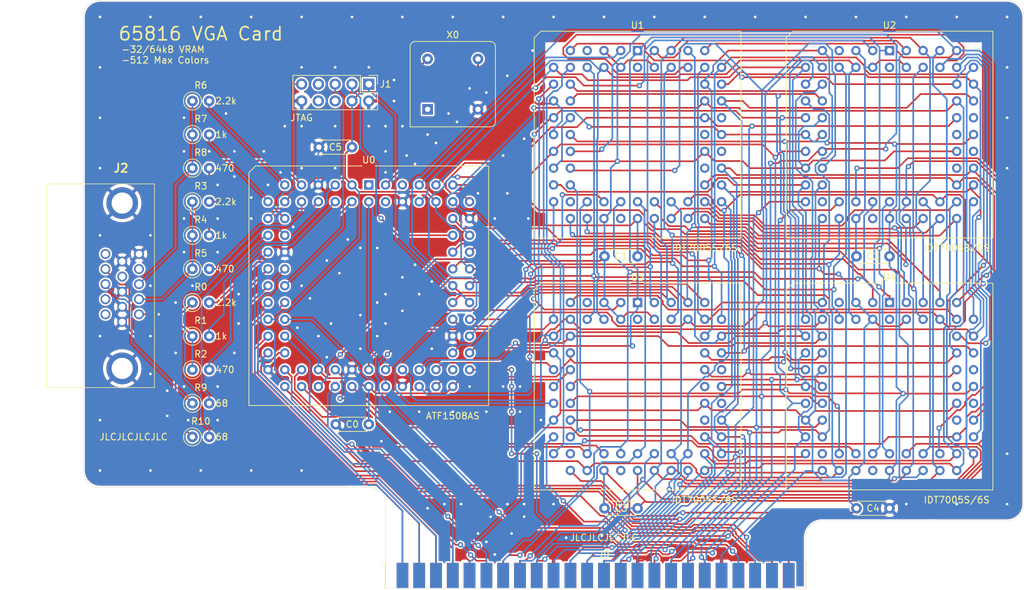
<source format=kicad_pcb>
(kicad_pcb (version 20211014) (generator pcbnew)
  (layers (0 "F.Cu" signal) (31 "B.Cu" signal) (34 "B.Paste" user) (35 "F.Paste" user) (36 "B.SilkS" user "B.Silkscreen") (37 "F.SilkS" user "F.Silkscreen") (38 "B.Mask" user) (39 "F.Mask" user) (44 "Edge.Cuts" user))
  (net 0 "")
  (net 1 "/GND")
  (net 2 "/5V")
  (net 3 "/CA22")
  (net 4 "/CA23")
  (net 5 "/CA20")
  (net 6 "/CA21")
  (net 7 "/CA18")
  (net 8 "/CA19")
  (net 9 "/CA16")
  (net 10 "/CA17")
  (net 11 "/CA14")
  (net 12 "/CA15")
  (net 13 "/CA12")
  (net 14 "/CA13")
  (net 15 "/CA10")
  (net 16 "/CA11")
  (net 17 "/CA8")
  (net 18 "/CA9")
  (net 19 "/CA6")
  (net 20 "/CA7")
  (net 21 "/CA4")
  (net 22 "/CA5")
  (net 23 "/CA2")
  (net 24 "/CA3")
  (net 25 "/CA0")
  (net 26 "/CA1")
  (net 27 "/SYS_CLK")
  (net 28 "/~{SYS_CLK}")
  (net 30 "/~{VID_IRQ}")
  (net 31 "/SYS_R~{W}")
  (net 33 "/~{WSE_EXT}")
  (net 34 "/~{CS_IO}")
  (net 35 "/TCK")
  (net 36 "/TDO")
  (net 37 "/TMS")
  (net 41 "/TDI")
  (net 42 "Net-(J2-Pad1)")
  (net 43 "Net-(J2-Pad2)")
  (net 44 "Net-(J2-Pad3)")
  (net 49 "Net-(J2-Pad13)")
  (net 50 "Net-(J2-Pad14)")
  (net 52 "/R0")
  (net 53 "/R1")
  (net 54 "/G0")
  (net 55 "/G1")
  (net 56 "/B0")
  (net 57 "/B1")
  (net 58 "/HS")
  (net 59 "/VS")
  (net 62 "/CLK25")
  (net 63 "/R2")
  (net 65 "/~{VID_CS0}")
  (net 66 "/~{VID_RD}")
  (net 68 "/VD0")
  (net 69 "/VD1")
  (net 70 "/VD2")
  (net 71 "/VD3")
  (net 72 "/VD4")
  (net 73 "/VD5")
  (net 74 "/VD6")
  (net 75 "/VD7")
  (net 76 "/CD0")
  (net 77 "/CD1")
  (net 78 "/CD2")
  (net 79 "/CD3")
  (net 80 "/CD4")
  (net 81 "/CD5")
  (net 82 "/CD6")
  (net 83 "/CD7")
  (net 85 "/~{CPU_RD}")
  (net 86 "/~{CPU_WR}")
  (net 87 "/~{CPU_CS0}")
  (net 89 "/G2")
  (net 94 "/VA0")
  (net 95 "/VA1")
  (net 96 "/VA2")
  (net 97 "/VA3")
  (net 98 "/VA4")
  (net 99 "/VA5")
  (net 100 "/VA6")
  (net 101 "/VA7")
  (net 102 "/VA8")
  (net 103 "/VA9")
  (net 104 "/VA10")
  (net 105 "/VA11")
  (net 106 "/VA12")
  (net 107 "/B2")
  (net 109 "/~{VID_CS1}")
  (net 112 "/~{CPU_CS1}")
  (net 114 "/VA13")
  (net 121 "/~{VID_CS2}")
  (net 124 "/~{CPU_CS2}")
  (net 131 "/~{VID_CS3}")
  (net 134 "/~{CPU_CS3}")
  (footprint "Resistor_THT:R_Axial_DIN0207_L6.3mm_D2.5mm_P2.54mm_Vertical" (layer "F.Cu") (at 74.93 116.84)
    (fp_text reference "R9")
    (fp_text value "68")
  )
  (footprint "Package_LCC:PLCC-68_THT-Socket" (layer "F.Cu") (at 180.34 101.6)
    (fp_text reference "U4")
    (fp_text value "IDT7005S/6S")
  )
  (footprint "Resistor_THT:R_Axial_DIN0207_L6.3mm_D2.5mm_P2.54mm_Vertical" (layer "F.Cu") (at 74.93 106.68)
    (fp_text reference "R1")
    (fp_text value "1k")
  )
  (footprint "Resistor_THT:R_Axial_DIN0207_L6.3mm_D2.5mm_P2.54mm_Vertical" (layer "F.Cu") (at 74.93 91.44)
    (fp_text reference "R4")
    (fp_text value "1k")
  )
  (footprint "Resistor_THT:R_Axial_DIN0207_L6.3mm_D2.5mm_P2.54mm_Vertical" (layer "F.Cu") (at 74.93 96.52)
    (fp_text reference "R5")
    (fp_text value "470")
  )
  (footprint "Resistor_THT:R_Axial_DIN0207_L6.3mm_D2.5mm_P2.54mm_Vertical" (layer "F.Cu") (at 74.93 101.6)
    (fp_text reference "R0")
    (fp_text value "2.2k")
  )
  (footprint "Package_LCC:PLCC-68_THT-Socket" (layer "F.Cu") (at 180.34 63.5)
    (fp_text reference "U2")
    (fp_text value "IDT7005S/6S")
  )
  (footprint "Capacitor_THT:C_Disc_D4.3mm_W1.9mm_P5.00mm" (layer "F.Cu") (at 142.24 94.615 180)
    (fp_text reference "C1")
    (fp_text value "0.1uF")
  )
  (footprint "Capacitor_THT:C_Disc_D4.3mm_W1.9mm_P5.00mm" (layer "F.Cu") (at 180.34 132.715 180)
    (fp_text reference "C4")
    (fp_text value "0.1uF")
  )
  (footprint "SamacSys_Parts:VGA_CONN" (layer "F.Cu") (at 66.855 103.38 -90)
    (fp_text reference "J2")
    (fp_text value "VGA_CONN" hide)
  )
  (footprint "Resistor_THT:R_Axial_DIN0207_L6.3mm_D2.5mm_P2.54mm_Vertical" (layer "F.Cu") (at 74.93 86.36)
    (fp_text reference "R3")
    (fp_text value "2.2k")
  )
  (footprint "Capacitor_THT:C_Disc_D4.3mm_W1.9mm_P5.00mm" (layer "F.Cu") (at 142.24 132.715 180)
    (fp_text reference "C3")
    (fp_text value "0.1uF")
  )
  (footprint "Connector_PinHeader_2.54mm:PinHeader_2x05_P2.54mm_Vertical" (layer "F.Cu") (at 101.6 68.58 -90)
    (fp_text reference "J1")
    (fp_text value "JTAG")
  )
  (footprint "Capacitor_THT:C_Disc_D4.3mm_W1.9mm_P5.00mm" (layer "F.Cu") (at 94.06 78.105)
    (fp_text reference "C5")
    (fp_text value "0.1uF")
  )
  (footprint "Package_LCC:PLCC-68_THT-Socket" (layer "F.Cu") (at 142.24 63.5)
    (fp_text reference "U1")
    (fp_text value "IDT7005S/6S")
  )
  (footprint "Resistor_THT:R_Axial_DIN0207_L6.3mm_D2.5mm_P2.54mm_Vertical" (layer "F.Cu") (at 74.93 76.2)
    (fp_text reference "R7")
    (fp_text value "1k")
  )
  (footprint "SamacSys_Parts:CARD_EDGE" (layer "F.Cu") (at 137.16 142.875)
    (fp_text reference "J0")
    (fp_text value "CONN")
  )
  (footprint "Package_LCC:PLCC-84_THT-Socket" (layer "F.Cu") (at 101.6 83.82)
    (fp_text reference "U0")
    (fp_text value "ATF1508AS")
  )
  (footprint "Resistor_THT:R_Axial_DIN0207_L6.3mm_D2.5mm_P2.54mm_Vertical" (layer "F.Cu") (at 74.93 121.92)
    (fp_text reference "R10")
    (fp_text value "68")
  )
  (footprint "Package_LCC:PLCC-68_THT-Socket" (layer "F.Cu") (at 142.24 101.6)
    (fp_text reference "U3")
    (fp_text value "IDT7005S/6S")
  )
  (footprint "Capacitor_THT:C_Disc_D4.3mm_W1.9mm_P5.00mm" (layer "F.Cu") (at 180.34 94.615 180)
    (fp_text reference "C2")
    (fp_text value "0.1uF")
  )
  (footprint "Oscillator:Oscillator_DIP-8" (layer "F.Cu") (at 110.49 72.39)
    (fp_text reference "X0")
    (fp_text value "25MHz")
  )
  (footprint "Resistor_THT:R_Axial_DIN0207_L6.3mm_D2.5mm_P2.54mm_Vertical" (layer "F.Cu") (at 74.93 81.28)
    (fp_text reference "R8")
    (fp_text value "470")
  )
  (footprint "Resistor_THT:R_Axial_DIN0207_L6.3mm_D2.5mm_P2.54mm_Vertical" (layer "F.Cu") (at 74.93 71.12)
    (fp_text reference "R6")
    (fp_text value "2.2k")
  )
  (footprint "Capacitor_THT:C_Disc_D4.3mm_W1.9mm_P5.00mm" (layer "F.Cu") (at 96.6 120.015)
    (fp_text reference "C0")
    (fp_text value "0.1uF")
  )
  (footprint "Resistor_THT:R_Axial_DIN0207_L6.3mm_D2.5mm_P2.54mm_Vertical" (layer "F.Cu") (at 74.93 111.76)
    (fp_text reference "R2")
    (fp_text value "470")
  )
  (gr_arc (start 198.12 55.88) (mid 199.916051 56.623949) (end 200.66 58.42) (layer "Edge.Cuts") (width 0.05))
  (gr_line (start 198.12 134.62) (end 170.18 134.62) (layer "Edge.Cuts") (width 0.05))
  (gr_line (start 60.96 55.88) (end 198.12 55.88) (layer "Edge.Cuts") (width 0.05))
  (gr_arc (start 58.42 58.42) (mid 59.163949 56.623949) (end 60.96 55.88) (layer "Edge.Cuts") (width 0.05))
  (gr_arc (start 200.66 132.08) (mid 199.916051 133.876051) (end 198.12 134.62) (layer "Edge.Cuts") (width 0.05))
  (gr_arc (start 60.96 129.54) (mid 59.163949 128.796051) (end 58.42 127) (layer "Edge.Cuts") (width 0.05))
  (gr_line (start 167.64 137.16) (end 167.64 144.78) (layer "Edge.Cuts") (width 0.05))
  (gr_line (start 58.42 127) (end 58.42 58.42) (layer "Edge.Cuts") (width 0.05))
  (gr_line (start 101.6 129.54) (end 60.96 129.54) (layer "Edge.Cuts") (width 0.05))
  (gr_line (start 104.14 144.78) (end 104.14 132.08) (layer "Edge.Cuts") (width 0.05))
  (gr_line (start 167.64 144.78) (end 104.14 144.78) (layer "Edge.Cuts") (width 0.05))
  (gr_line (start 200.66 58.42) (end 200.66 132.08) (layer "Edge.Cuts") (width 0.05))
  (gr_arc (start 167.64 137.16) (mid 168.383949 135.363949) (end 170.18 134.62) (layer "Edge.Cuts") (width 0.05))
  (gr_arc (start 101.6 129.54) (mid 103.396051 130.283949) (end 104.14 132.08) (layer "Edge.Cuts") (width 0.05))
  (gr_text "JLCJLCJLCJLC" (at 66.04 121.92) (layer "F.SilkS") (effects (font (size 1 1))))
  (gr_text "JLCJLCJLCJLC" (at 137.16 137.16) (layer "F.SilkS") (effects (font (size 1 1))))
  (gr_text "65816 VGA Card" (at 76.2 60.96) (layer "F.SilkS") (effects (font (size 2 2) (thickness 0.25))))
  (gr_text "-32/64kB VRAM\n-512 Max Colors" (at 64.135 64.135) (layer "F.SilkS") (effects (font (size 1 1)) (justify left)))
  (segment (start 154.94 140.6449) (end 154.94 139.7463) (width 0.25) (layer "F.Cu") (net 1))
  (segment (start 139.3145 138.5664) (end 137.6025 136.8544) (width 0.25) (layer "F.Cu") (net 1))
  (segment (start 126.564786 71.12) (end 125.73 71.12) (width 0.25) (layer "F.Cu") (net 1))
  (segment (start 182.3904 115.3708) (end 182.3559 115.3363) (width 0.25) (layer "F.Cu") (net 1))
  (segment (start 155.2024 114.0376) (end 154.94 114.3) (width 0.25) (layer "F.Cu") (net 1))
  (segment (start 193.04 76.2) (end 191.6114 77.6286) (width 0.25) (layer "F.Cu") (net 1))
  (segment (start 121.6981 109.0572) (end 120.4904 110.2649) (width 0.25) (layer "F.Cu") (net 1))
  (segment (start 88.9 93.98) (end 87.8583 95.0217) (width 0.25) (layer "F.Cu") (net 1))
  (segment (start 153.9221 138.7284) (end 148.8429 138.7284) (width 0.25) (layer "F.Cu") (net 1))
  (segment (start 116.84 140.72) (end 115.765403 139.645403) (width 0.25) (layer "F.Cu") (net 1))
  (segment (start 154.94 142.875) (end 154.94 140.6449) (width 0.25) (layer "F.Cu") (net 1))
  (segment (start 147.9979 138.2546) (end 146.8037 138.2546) (width 0.25) (layer "F.Cu") (net 1))
  (segment (start 167.64 114.3) (end 167.3776 114.0376) (width 0.25) (layer "F.Cu") (net 1))
  (segment (start 144.0735 139.5917) (end 145.3611 139.5917) (width 0.25) (layer "F.Cu") (net 1))
  (segment (start 137.6025 136.8544) (end 136.8322 136.8544) (width 0.25) (layer "F.Cu") (net 1))
  (segment (start 145.3611 139.5917) (end 145.9112 140.1418) (width 0.25) (layer "F.Cu") (net 1))
  (segment (start 129.3772 109.0572) (end 121.6981 109.0572) (width 0.25) (layer "F.Cu") (net 1))
  (segment (start 126.974597 71.529811) (end 126.564786 71.12) (width 0.25) (layer "F.Cu") (net 1))
  (segment (start 106.68 86.36) (end 105.6437 85.3237) (width 0.25) (layer "F.Cu") (net 1))
  (segment (start 157.0134 131.5898) (end 179.2148 131.5898) (width 0.25) (layer "F.Cu") (net 1))
  (segment (start 143.3652 131.5898) (end 143.546 131.7706) (width 0.25) (layer "F.Cu") (net 1))
  (segment (start 141.9493 138.2414) (end 141.6243 138.5664) (width 0.25) (layer "F.Cu") (net 1))
  (segment (start 145.9112 140.1418) (end 147.5169 140.1418) (width 0.25) (layer "F.Cu") (net 1))
  (segment (start 116.3504 110.2649) (end 115.57 109.4845) (width 0.25) (layer "F.Cu") (net 1))
  (segment (start 134.9215 75.038) (end 153.778 75.038) (width 0.25) (layer "F.Cu") (net 1))
  (segment (start 146.8037 138.2546) (end 146.7905 138.2414) (width 0.25) (layer "F.Cu") (net 1))
  (segment (start 148.8429 138.7284) (end 148.6573 138.914) (width 0.25) (layer "F.Cu") (net 1))
  (segment (start 67.6167 95.0217) (end 66.855 94.26) (width 0.25) (layer "F.Cu") (net 1))
  (segment (start 193.04 114.3) (end 191.9692 115.3708) (width 0.25) (layer "F.Cu") (net 1))
  (segment (start 117.8764 89.9364) (end 116.84 88.9) (width 0.25) (layer "F.Cu") (net 1))
  (segment (start 153.778 75.038) (end 154.94 76.2) (width 0.25) (layer "F.Cu") (net 1))
  (segment (start 148.6573 139.0014) (end 148.6573 138.914) (width 0.25) (layer "F.Cu") (net 1))
  (segment (start 156.8326 131.7706) (end 157.0134 131.5898) (width 0.25) (layer "F.Cu") (net 1))
  (segment (start 129.54 71.12) (end 129.130189 71.529811) (width 0.25) (layer "F.Cu") (net 1))
  (segment (start 116.84 88.9) (end 115.3371 87.3971) (width 0.25) (layer "F.Cu") (net 1))
  (segment (start 191.9692 115.3708) (end 182.3904 115.3708) (width 0.25) (layer "F.Cu") (net 1))
  (segment (start 107.7171 87.3971) (end 106.68 86.36) (width 0.25) (layer "F.Cu") (net 1))
  (segment (start 143.546 131.7706) (end 156.8326 131.7706) (width 0.25) (layer "F.Cu") (net 1))
  (segment (start 148.6573 138.914) (end 147.9979 138.2546) (width 0.25) (layer "F.Cu") (net 1))
  (segment (start 179.2148 131.5898) (end 180.34 132.715) (width 0.25) (layer "F.Cu") (net 1))
  (segment (start 170.893 77.47) (end 180.9402 77.47) (width 0.25) (layer "F.Cu") (net 1))
  (segment (start 141.6243 138.5664) (end 139.3145 138.5664) (width 0.25) (layer "F.Cu") (net 1))
  (segment (start 143.0203 140.6449) (end 144.0735 139.5917) (width 0.25) (layer "F.Cu") (net 1))
  (segment (start 169.5928 115.3363) (end 168.5565 114.3) (width 0.25) (layer "F.Cu") (net 1))
  (segment (start 115.57 107.95) (end 114.3 106.68) (width 0.25) (layer "F.Cu") (net 1))
  (segment (start 115.3371 87.3971) (end 107.7171 87.3971) (width 0.25) (layer "F.Cu") (net 1))
  (segment (start 142.24 140.6449) (end 143.0203 140.6449) (width 0.25) (layer "F.Cu") (net 1))
  (segment (start 147.5169 140.1418) (end 148.6573 139.0014) (width 0.25) (layer "F.Cu") (net 1))
  (segment (start 154.94 139.7463) (end 153.9221 138.7284) (width 0.25) (layer "F.Cu") (net 1))
  (segment (start 87.8583 95.0217) (end 67.6167 95.0217) (width 0.25) (layer "F.Cu") (net 1))
  (segment (start 115.57 109.4845) (end 115.57 107.95) (width 0.25) (layer "F.Cu") (net 1))
  (segment (start 120.4904 110.2649) (end 116.3504 110.2649) (width 0.25) (layer "F.Cu") (net 1))
  (segment (start 129.54 109.22) (end 129.3772 109.0572) (width 0.25) (layer "F.Cu") (net 1))
  (segment (start 116.84 142.875) (end 116.84 140.72) (width 0.25) (layer "F.Cu") (net 1))
  (segment (start 118.11 72.39) (end 118.11 71.7603) (width 0.25) (layer "F.Cu") (net 1))
  (segment (start 141.2036 89.9364) (end 117.8764 89.9364) (width 0.25) (layer "F.Cu") (net 1))
  (segment (start 142.24 130.4646) (end 143.3652 131.5898) (width 0.25) (layer "F.Cu") (net 1))
  (segment (start 142.24 142.875) (end 142.24 140.6449) (width 0.25) (layer "F.Cu") (net 1))
  (segment (start 191.6114 77.6286) (end 181.0988 77.6286) (width 0.25) (layer "F.Cu") (net 1))
  (segment (start 129.1296 71.5304) (end 129.54 71.12) (width 0.25) (layer "F.Cu") (net 1))
  (segment (start 105.6437 85.3237) (end 95.4836 85.3237) (width 0.25) (layer "F.Cu") (net 1))
  (segment (start 180.9402 77.47) (end 181.0988 77.6286) (width 0.25) (layer "F.Cu") (net 1))
  (segment (start 142.24 88.9) (end 141.2036 89.9364) (width 0.25) (layer "F.Cu") (net 1))
  (segment (start 182.3559 115.3363) (end 169.5928 115.3363) (width 0.25) (layer "F.Cu") (net 1))
  (segment (start 168.5565 114.3) (end 167.64 114.3) (width 0.25) (layer "F.Cu") (net 1))
  (segment (start 106.68 114.3) (end 106.1797 113.7996) (width 0.25) (layer "F.Cu") (net 1))
  (segment (start 142.24 132.715) (end 143.3652 131.5898) (width 0.25) (layer "F.Cu") (net 1))
  (segment (start 129.130189 71.529811) (end 126.974597 71.529811) (width 0.25) (layer "F.Cu") (net 1))
  (segment (start 154.94 76.2) (end 167.64 76.2) (width 0.25) (layer "F.Cu") (net 1))
  (segment (start 167.3776 114.0376) (end 155.2024 114.0376) (width 0.25) (layer "F.Cu") (net 1))
  (segment (start 142.24 127) (end 142.24 130.4646) (width 0.25) (layer "F.Cu") (net 1))
  (segment (start 146.7905 138.2414) (end 141.9493 138.2414) (width 0.25) (layer "F.Cu") (net 1))
  (via (at 81.28 82.55) (size 0.8) (drill 0.4) (layers "F.Cu" "B.Cu") (net 1))
  (via (at 104.14 81.915) (size 0.8) (drill 0.4) (layers "F.Cu" "B.Cu") (net 1))
  (via (at 91.44 81.28) (size 0.8) (drill 0.4) (layers "F.Cu" "B.Cu") (net 1))
  (via (at 74.93 99.06) (size 0.8) (drill 0.4) (layers "F.Cu" "B.Cu") (net 1))
  (via (at 121.92 114.3) (size 0.8) (drill 0.4) (layers "F.Cu" "B.Cu") (net 1))
  (via (at 68.58 127) (size 0.8) (drill 0.4) (layers "F.Cu" "B.Cu") (net 1))
  (via (at 92.71 100.965) (size 0.8) (drill 0.4) (layers "F.Cu" "B.Cu") (net 1))
  (via (at 118.11 85.09) (size 0.8) (drill 0.4) (layers "F.Cu" "B.Cu") (net 1))
  (via (at 68.58 99.06) (size 0.8) (drill 0.4) (layers "F.Cu" "B.Cu") (net 1))
  (via (at 111.125 98.425) (size 0.8) (drill 0.4) (layers "F.Cu" "B.Cu") (net 1))
  (via (at 106.68 58.42) (size 0.8) (drill 0.4) (layers "F.Cu" "B.Cu") (net 1))
  (via (at 109.22 100.33) (size 0.8) (drill 0.4) (layers "F.Cu" "B.Cu") (net 1))
  (via (at 97.155 97.155) (size 0.8) (drill 0.4) (layers "F.Cu" "B.Cu") (net 1))
  (via (at 126.365 63.5) (size 0.8) (drill 0.4) (layers "F.Cu" "B.Cu") (net 1))
  (via (at 123.19 136.525) (size 0.8) (drill 0.4) (layers "F.Cu" "B.Cu") (net 1))
  (via (at 100.33 103.505) (size 0.8) (drill 0.4) (layers "F.Cu" "B.Cu") (net 1))
  (via (at 116.84 114.3) (size 0.8) (drill 0.4) (layers "F.Cu" "B.Cu") (net 1))
  (via (at 118.11 136.525) (size 0.8) (drill 0.4) (layers "F.Cu" "B.Cu") (net 1))
  (via (at 136.8322 136.8544) (size 0.8) (drill 0.4) (layers "F.Cu" "B.Cu") (net 1))
  (via (at 104.14 78.74) (size 0.8) (drill 0.4) (layers "F.Cu" "B.Cu") (net 1))
  (via (at 103.505 122.555) (size 0.8) (drill 0.4) (layers "F.Cu" "B.Cu") (net 1))
  (via (at 167.64 58.42) (size 0.8) (drill 0.4) (layers "F.Cu" "B.Cu") (net 1))
  (via (at 182.88 58.42) (size 0.8) (drill 0.4) (layers "F.Cu" "B.Cu") (net 1))
  (via (at 88.265 81.915) (size 0.8) (drill 0.4) (layers "F.Cu" "B.Cu") (net 1))
  (via (at 72.39 101.6) (size 0.8) (drill 0.4) (layers "F.Cu" "B.Cu") (net 1))
  (via (at 60.96 66.04) (size 0.8) (drill 0.4) (layers "F.Cu" "B.Cu") (net 1))
  (via (at 170.893 77.47) (size 0.8) (drill 0.4) (layers "F.Cu" "B.Cu") (net 1))
  (via (at 95.25 109.855) (size 0.8) (drill 0.4) (layers "F.Cu" "B.Cu") (net 1))
  (via (at 102.87 93.345) (size 0.8) (drill 0.4) (layers "F.Cu" "B.Cu") (net 1))
  (via (at 68.58 91.44) (size 0.8) (drill 0.4) (layers "F.Cu" "B.Cu") (net 1))
  (via (at 86.36 83.82) (size 0.8) (drill 0.4) (layers "F.Cu" "B.Cu") (net 1))
  (via (at 81.915 104.775) (size 0.8) (drill 0.4) (layers "F.Cu" "B.Cu") (net 1))
  (via (at 198.12 66.04) (size 0.8) (drill 0.4) (layers "F.Cu" "B.Cu") (net 1))
  (via (at 68.58 58.42) (size 0.8) (drill 0.4) (layers "F.Cu" "B.Cu") (net 1))
  (via (at 71.12 114.935) (size 0.8) (drill 0.4) (layers "F.Cu" "B.Cu") (net 1))
  (via (at 160.02 58.42) (size 0.8) (drill 0.4) (layers "F.Cu" "B.Cu") (net 1))
  (via (at 125.095 132.08) (size 0.8) (drill 0.4) (layers "F.Cu" "B.Cu") (net 1))
  (via (at 198.12 124.46) (size 0.8) (drill 0.4) (layers "F.Cu" "B.Cu") (net 1))
  (via (at 78.74 114.3) (size 0.8) (drill 0.4) (layers "F.Cu" "B.Cu") (net 1))
  (via (at 198.12 81.28) (size 0.8) (drill 0.4) (layers "F.Cu" "B.Cu") (net 1))
  (via (at 98.425 92.075) (size 0.8) (drill 0.4) (layers "F.Cu" "B.Cu") (net 1))
  (via (at 83.82 58.42) (size 0.8) (drill 0.4) (layers "F.Cu" "B.Cu") (net 1))
  (via (at 83.82 85.725) (size 0.8) (drill 0.4) (layers "F.Cu" "B.Cu") (net 1))
  (via (at 198.12 58.42) (size 0.8) (drill 0.4) (layers "F.Cu" "B.Cu") (net 1))
  (via (at 68.58 112.395) (size 0.8) (drill 0.4) (layers "F.Cu" "B.Cu") (net 1))
  (via (at 81.28 78.74) (size 0.8) (drill 0.4) (layers "F.Cu" "B.Cu") (net 1))
  (via (at 121.92 79.375) (size 0.8) (drill 0.4) (layers "F.Cu" "B.Cu") (net 1))
  (via (at 77.47 78.74) (size 0.8) (drill 0.4) (layers "F.Cu" "B.Cu") (net 1))
  (via (at 111.125 108.585) (size 0.8) (drill 0.4) (layers "F.Cu" "B.Cu") (net 1))
  (via (at 113.03 132.08) (size 0.8) (drill 0.4) (layers "F.Cu" "B.Cu") (net 1))
  (via (at 60.96 127) (size 0.8) (drill 0.4) (layers "F.Cu" "B.Cu") (net 1))
  (via (at 181.0988 77.6286) (size 0.8) (drill 0.4) (layers "F.Cu" "B.Cu") (net 1))
  (via (at 90.805 105.41) (size 0.8) (drill 0.4) (layers "F.Cu" "B.Cu") (net 1))
  (via (at 78.74 93.98) (size 0.8) (drill 0.4) (layers "F.Cu" "B.Cu") (net 1))
  (via (at 78.74 88.9) (size 0.8) (drill 0.4) (layers "F.Cu" "B.Cu") (net 1))
  (via (at 91.44 66.04) (size 0.8) (drill 0.4) (layers "F.Cu" "B.Cu") (net 1))
  (via (at 190.5 132.08) (size 0.8) (drill 0.4) (layers "F.Cu" "B.Cu") (net 1))
  (via (at 120.65 139.7) (size 0.8) (drill 0.4) (layers "F.Cu" "B.Cu") (net 1))
  (via (at 88.9 74.93) (size 0.8) (drill 0.4) (layers "F.Cu" "B.Cu") (net 1))
  (via (at 106.68 74.93) (size 0.8) (drill 0.4) (layers "F.Cu" "B.Cu") (net 1))
  (via (at 124.46 118.11) (size 0.8) (drill 0.4) (layers "F.Cu" "B.Cu") (net 1))
  (via (at 60.96 91.44) (size 0.8) (drill 0.4) (layers "F.Cu" "B.Cu") (net 1))
  (via (at 81.915 100.33) (size 0.8) (drill 0.4) (layers "F.Cu" "B.Cu") (net 1))
  (via (at 85.725 78.74) (size 0.8) (drill 0.4) (layers "F.Cu" "B.Cu") (net 1))
  (via (at 110.49 76.2) (size 0.8) (drill 0.4) (layers "F.Cu" "B.Cu") (net 1))
  (via (at 96.52 74.93) (size 0.8) (drill 0.4) (layers "F.Cu" "B.Cu") (net 1))
  (via (at 127.635 119.38) (size 0.8) (drill 0.4) (layers "F.Cu" "B.Cu") (net 1))
  (via (at 182.3904 115.3708) (size 0.8) (drill 0.4) (layers "F.Cu" "B.Cu") (net 1))
  (via (at 76.2 58.42) (size 0.8) (drill 0.4) (layers "F.Cu" "B.Cu") (net 1))
  (via (at 119.38 118.11) (size 0.8) (drill 0.4) (layers "F.Cu" "B.Cu") (net 1))
  (via (at 175.26 58.42) (size 0.8) (drill 0.4) (layers "F.Cu" "B.Cu") (net 1))
  (via (at 78.74 83.82) (size 0.8) (drill 0.4) (layers "F.Cu" "B.Cu") (net 1))
  (via (at 104.14 74.93) (size 0.8) (drill 0.4) (layers "F.Cu" "B.Cu") (net 1))
  (via (at 107.315 79.375) (size 0.8) (drill 0.4) (layers "F.Cu" "B.Cu") (net 1))
  (via (at 73.66 78.74) (size 0.8) (drill 0.4) (layers "F.Cu" "B.Cu") (net 1))
  (via (at 110.49 132.715) (size 0.8) (drill 0.4) (layers "F.Cu" "B.Cu") (net 1))
  (via (at 131.445 137.16) (size 0.8) (drill 0.4) (layers "F.Cu" "B.Cu") (net 1))
  (via (at 198.12 73.66) (size 0.8) (drill 0.4) (layers "F.Cu" "B.Cu") (net 1))
  (via (at 80.01 73.025) (size 0.8) (drill 0.4) (layers "F.Cu" "B.Cu") (net 1))
  (via (at 124.46 114.3) (size 0.8) (drill 0.4) (layers "F.Cu" "B.Cu") (net 1))
  (via (at 114.3 58.42) (size 0.8) (drill 0.4) (layers "F.Cu" "B.Cu") (net 1))
  (via (at 74.295 119.38) (size 0.8) (drill 0.4) (layers "F.Cu" "B.Cu") (net 1))
  (via (at 125.73 88.9) (size 0.8) (drill 0.4) (layers "F.Cu" "B.Cu") (net 1))
  (via (at 78.74 119.38) (size 0.8) (drill 0.4) (layers "F.Cu" "B.Cu") (net 1))
  (via (at 114.3 118.11) (size 0.8) (drill 0.4) (layers "F.Cu" "B.Cu") (net 1))
  (via (at 100.33 108.585) (size 0.8) (drill 0.4) (layers "F.Cu" "B.Cu") (net 1))
  (via (at 102.87 106.68) (size 0.8) (drill 0.4) (layers "F.Cu" "B.Cu") (net 1))
  (via (at 104.14 104.775) (size 0.8) (drill 0.4) (layers "F.Cu" "B.Cu") (net 1))
  (via (at 95.25 95.25) (size 0.8) (drill 0.4) (layers "F.Cu" "B.Cu") (net 1))
  (via (at 72.39 109.22) (size 0.8) (drill 0.4) (layers "F.Cu" "B.Cu") (net 1))
  (via (at 81.28 109.22) (size 0.8) (drill 0.4) (layers "F.Cu" "B.Cu") (net 1))
  (via (at 182.88 132.08) (size 0.8) (drill 0.4) (layers "F.Cu" "B.Cu") (net 1))
  (via (at 91.44 74.93) (size 0.8) (drill 0.4) (layers "F.Cu" "B.Cu") (net 1))
  (via (at 73.66 114.3) (size 0.8) (drill 0.4) (layers "F.Cu" "B.Cu") (net 1))
  (via (at 73.66 73.66) (size 0.8) (drill 0.4) (layers "F.Cu" "B.Cu") (net 1))
  (via (at 125.095 76.835) (size 0.8) (drill 0.4) (layers "F.Cu" "B.Cu") (net 1))
  (via (at 144.78 58.42) (size 0.8) (drill 0.4) (layers "F.Cu" "B.Cu") (net 1))
  (via (at 114.935 74.295) (size 0.8) (drill 0.4) (layers "F.Cu" "B.Cu") (net 1))
  (via (at 104.14 100.33) (size 0.8) (drill 0.4) (layers "F.Cu" "B.Cu") (net 1))
  (via (at 93.98 106.68) (size 0.8) (drill 0.4) (layers "F.Cu" "B.Cu") (net 1))
  (via (at 116.84 69.215) (size 0.8) (drill 0.4) (layers "F.Cu" "B.Cu") (net 1))
  (via (at 120.65 88.9) (size 0.8) (drill 0.4) (layers "F.Cu" "B.Cu") (net 1))
  (via (at 95.885 104.775) (size 0.8) (drill 0.4) (layers "F.Cu" "B.Cu") (net 1))
  (via (at 190.5 58.42) (size 0.8) (drill 0.4) (layers "F.Cu" "B.Cu") (net 1))
  (via (at 60.96 58.42) (size 0.8) (drill 0.4) (layers "F.Cu" "B.Cu") (net 1))
  (via (at 104.775 118.11) (size 0.8) (drill 0.4) (layers "F.Cu" "B.Cu") (net 1))
  (via (at 96.52 81.28) (size 0.8) (drill 0.4) (layers "F.Cu" "B.Cu") (net 1))
  (via (at 76.2 127) (size 0.8) (drill 0.4) (layers "F.Cu" "B.Cu") (net 1))
  (via (at 96.52 66.04) (size 0.8) (drill 0.4) (layers "F.Cu" "B.Cu") (net 1))
  (via (at 111.76 77.47) (size 0.8) (drill 0.4) (layers "F.Cu" "B.Cu") (net 1))
  (via (at 106.68 102.87) (size 0.8) (drill 0.4) (layers "F.Cu" "B.Cu") (net 1))
  (via (at 68.58 106.68) (size 0.8) (drill 0.4) (layers "F.Cu" "B.Cu") (net 1))
  (via (at 99.06 58.42) (size 0.8) (drill 0.4) (layers "F.Cu" "B.Cu") (net 1))
  (via (at 73.66 88.9) (size 0.8) (drill 0.4) (layers "F.Cu" "B.Cu") (net 1))
  (via (at 73.66 93.98) (size 0.8) (drill 0.4) (layers "F.Cu" "B.Cu") (net 1))
  (via (at 115.57 132.08) (size 0.8) (drill 0.4) (layers "F.Cu" "B.Cu") (net 1))
  (via (at 129.54 58.42) (size 0.8) (drill 0.4) (layers "F.Cu" "B.Cu") (net 1))
  (via (at 125.095 133.985) (size 0.8) (drill 0.4) (layers "F.Cu" "B.Cu") (net 1))
  (via (at 60.96 81.28) (size 0.8) (drill 0.4) (layers "F.Cu" "B.Cu") (net 1))
  (via (at 102.87 101.6) (size 0.8) (drill 0.4) (layers "F.Cu" "B.Cu") (net 1))
  (via (at 109.22 118.11) (size 0.8) (drill 0.4) (layers "F.Cu" "B.Cu") (net 1))
  (via (at 91.44 99.06) (size 0.8) (drill 0.4) (layers "F.Cu" "B.Cu") (net 1))
  (via (at 106.68 97.79) (size 0.8) (drill 0.4) (layers "F.Cu" "B.Cu") (net 1))
  (via (at 122.555 67.31) (size 0.8) (drill 0.4) (layers "F.Cu" "B.Cu") (net 1))
  (via (at 105.41 71.12) (size 0.8) (drill 0.4) (layers "F.Cu" "B.Cu") (net 1))
  (via (at 137.16 58.42) (size 0.8) (drill 0.4) (layers "F.Cu" "B.Cu") (net 1))
  (via (at 152.4 58.42) (size 0.8) (drill 0.4) (layers "F.Cu" "B.Cu") (net 1))
  (via (at 101.6 74.93) (size 0.8) (drill 0.4) (layers "F.Cu" "B.Cu") (net 1))
  (via (at 60.96 106.68) (size 0.8) (drill 0.4) (layers "F.Cu" "B.Cu") (net 1))
  (via (at 60.96 119.38) (size 0.8) (drill 0.4) (layers "F.Cu" "B.Cu") (net 1))
  (via (at 121.92 58.42) (size 0.8) (drill 0.4) (layers "F.Cu" "B.Cu") (net 1))
  (via (at 83.82 88.9) (size 0.8) (drill 0.4) (layers "F.Cu" "B.Cu") (net 1))
  (via (at 91.44 127) (size 0.8) (drill 0.4) (layers "F.Cu" "B.Cu") (net 1))
  (via (at 120.015 133.985) (size 0.8) (drill 0.4) (layers "F.Cu" "B.Cu") (net 1))
  (via (at 60.96 73.66) (size 0.8) (drill 0.4) (layers "F.Cu" "B.Cu") (net 1))
  (via (at 198.12 132.08) (size 0.8) (drill 0.4) (layers "F.Cu" "B.Cu") (net 1))
  (via (at 119.38 69.85) (size 0.8) (drill 0.4) (layers "F.Cu" "B.Cu") (net 1))
  (via (at 101.6 66.04) (size 0.8) (drill 0.4) (layers "F.Cu" "B.Cu") (net 1))
  (via (at 129.54 132.08) (size 0.8) (drill 0.4) (layers "F.Cu" "B.Cu") (net 1))
  (via (at 119.38 137.795) (size 0.8) (drill 0.4) (layers "F.Cu" "B.Cu") (net 1))
  (via (at 90.17 90.17) (size 0.8) (drill 0.4) (layers "F.Cu" "B.Cu") (net 1))
  (via (at 122.555 85.09) (size 0.8) (drill 0.4) (layers "F.Cu" "B.Cu") (net 1))
  (via (at 105.41 67.945) (size 0.8) (drill 0.4) (layers "F.Cu" "B.Cu") (net 1))
  (via (at 71.12 118.745) (size 0.8) (drill 0.4) (layers "F.Cu" "B.Cu") (net 1))
  (via (at 134.9215 75.038) (size 0.8) (drill 0.4) (layers "F.Cu" "B.Cu") (net 1))
  (via (at 108.585 80.645) (size 0.8) (drill 0.4) (layers "F.Cu" "B.Cu") (net 1))
  (via (at 122.555 132.08) (size 0.8) (drill 0.4) (layers "F.Cu" "B.Cu") (net 1))
  (via (at 108.585 95.885) (size 0.8) (drill 0.4) (layers "F.Cu" "B.Cu") (net 1))
  (via (at 91.44 58.42) (size 0.8) (drill 0.4) (layers "F.Cu" "B.Cu") (net 1))
  (via (at 100.33 93.345) (size 0.8) (drill 0.4) (layers "F.Cu" "B.Cu") (net 1))
  (via (at 113.665 73.025) (size 0.8) (drill 0.4) (layers "F.Cu" "B.Cu") (net 1))
  (via (at 83.82 127) (size 0.8) (drill 0.4) (layers "F.Cu" "B.Cu") (net 1))
  (segment (start 117.0426 105.41) (end 118.3366 104.116) (width 0.25) (layer "B.Cu") (net 1))
  (segment (start 180.34 87.9942) (end 181.388 86.9462) (width 0.25) (layer "B.Cu") (net 1))
  (segment (start 180.34 88.9) (end 180.34 87.9942) (width 0.25) (layer "B.Cu") (net 1))
  (segment (start 142.24 88.9) (end 142.24 94.615) (width 0.25) (layer "B.Cu") (net 1))
  (segment (start 167.64 114.3) (end 167.64 113.41) (width 0.25) (layer "B.Cu") (net 1))
  (segment (start 170.766 77.2579) (end 170.766 77.343) (width 0.25) (layer "B.Cu") (net 1))
  (segment (start 134.9215 74.9414) (end 134.9215 75.038) (width 0.25) (layer "B.Cu") (net 1))
  (segment (start 171.229 76.7949) (end 170.766 77.2579) (width 0.25) (layer "B.Cu") (net 1))
  (segment (start 129.54 109.22) (end 130.5882 110.2682) (width 0.25) (layer "B.Cu") (net 1))
  (segment (start 170.766 77.2579) (end 168.6979 77.2579) (width 0.25) (layer "B.Cu") (net 1))
  (segment (start 118.3366 104.116) (end 118.3366 90.3966) (width 0.25) (layer "B.Cu") (net 1))
  (segment (start 132.5995 72.6194) (end 134.9215 74.9414) (width 0.25) (layer "B.Cu") (net 1))
  (segment (start 181.388 86.9462) (end 181.388 77.9178) (width 0.25) (layer "B.Cu") (net 1))
  (segment (start 129.54 75.4326) (end 129.54 76.2) (width 0.25) (layer "B.Cu") (net 1))
  (segment (start 181.3817 125.9583) (end 180.34 127) (width 0.25) (layer "B.Cu") (net 1))
  (segment (start 180.34 128.112601) (end 179.876799 128.575802) (width 0.25) (layer "B.Cu") (net 1))
  (segment (start 181.388 77.9178) (end 181.0988 77.6286) (width 0.25) (layer "B.Cu") (net 1))
  (segment (start 181.3848 97.1769) (end 181.3848 114.3652) (width 0.25) (layer "B.Cu") (net 1))
  (segment (start 180.34 127) (end 180.34 128.112601) (width 0.25) (layer "B.Cu") (net 1))
  (segment (start 130.81 72.39) (end 130.81 72.6194) (width 0.25) (layer "B.Cu") (net 1))
  (segment (start 182.3904 115.3708) (end 181.3817 116.3795) (width 0.25) (layer "B.Cu") (net 1))
  (segment (start 180.34 94.615) (end 180.34 88.9) (width 0.25) (layer "B.Cu") (net 1))
  (segment (start 130.81 72.6194) (end 132.5995 72.6194) (width 0.25) (layer "B.Cu") (net 1))
  (segment (start 140.9716 132.715) (end 136.8322 136.8544) (width 0.25) (layer "B.Cu") (net 1))
  (segment (start 166.5828 112.3528) (end 166.5828 110.2772) (width 0.25) (layer "B.Cu") (net 1))
  (segment (start 98.017 118.598) (end 98.017 112.803) (width 0.25) (layer "B.Cu") (net 1))
  (segment (start 180.34 94.615) (end 180.34 96.1321) (width 0.25) (layer "B.Cu") (net 1))
  (segment (start 129.54 71.12) (end 130.81 72.39) (width 0.25) (layer "B.Cu") (net 1))
  (segment (start 64.315 86.56) (end 65.455 87.7) (width 0.25) (layer "B.Cu") (net 1))
  (segment (start 166.5828 110.2772) (end 167.64 109.22) (width 0.25) (layer "B.Cu") (net 1))
  (segment (start 118.3366 90.3966) (end 116.84 88.9) (width 0.25) (layer "B.Cu") (net 1))
  (segment (start 167.64 71.12) (end 168.91 72.39) (width 0.25) (layer "B.Cu") (net 1))
  (segment (start 170.3938 72.39) (end 171.229 73.2252) (width 0.25) (layer "B.Cu") (net 1))
  (segment (start 130.5882 110.2682) (end 130.5882 113.2518) (width 0.25) (layer "B.Cu") (net 1))
  (segment (start 170.766 77.343) (end 170.893 77.47) (width 0.25) (layer "B.Cu") (net 1))
  (segment (start 168.6979 77.2579) (end 167.64 76.2) (width 0.25) (layer "B.Cu") (net 1))
  (segment (start 142.24 132.715) (end 140.9716 132.715) (width 0.25) (layer "B.Cu") (net 1))
  (segment (start 180.34 96.1321) (end 181.3848 97.1769) (width 0.25) (layer "B.Cu") (net 1))
  (segment (start 168.91 72.39) (end 170.3938 72.39) (width 0.25) (layer "B.Cu") (net 1))
  (segment (start 115.57 105.41) (end 117.0426 105.41) (width 0.25) (layer "B.Cu") (net 1))
  (segment (start 130.81 74.1626) (end 129.54 75.4326) (width 0.25) (layer "B.Cu") (net 1))
  (segment (start 130.81 72.6194) (end 130.81 74.1626) (width 0.25) (layer "B.Cu") (net 1))
  (segment (start 181.3817 116.3795) (end 181.3817 125.9583) (width 0.25) (layer "B.Cu") (net 1))
  (segment (start 93.98 78.185) (end 94.06 78.105) (width 0.25) (layer "B.Cu") (net 1))
  (segment (start 167.64 113.41) (end 166.5828 112.3528) (width 0.25) (layer "B.Cu") (net 1))
  (segment (start 114.3 106.68) (end 115.57 105.41) (width 0.25) (layer "B.Cu") (net 1))
  (segment (start 181.3848 114.3652) (end 182.3904 115.3708) (width 0.25) (layer "B.Cu") (net 1))
  (segment (start 130.5882 113.2518) (end 129.54 114.3) (width 0.25) (layer "B.Cu") (net 1))
  (segment (start 93.98 83.82) (end 93.98 78.185) (width 0.25) (layer "B.Cu") (net 1))
  (segment (start 171.229 73.2252) (end 171.229 76.7949) (width 0.25) (layer "B.Cu") (net 1))
  (segment (start 98.017 112.803) (end 99.06 111.76) (width 0.25) (layer "B.Cu") (net 1))
  (segment (start 130.5806 113.2594) (end 132.08 111.76) (width 0.25) (layer "F.Cu") (net 2))
  (segment (start 153.864 80.204) (end 158.1403 80.204) (width 0.25) (layer "F.Cu") (net 2))
  (segment (start 114.3 114.3) (end 113.2636 115.3364) (width 0.25) (layer "F.Cu") (net 2))
  (segment (start 167.64 119.38) (end 169.0198 118.0002) (width 0.25) (layer "F.Cu") (net 2))
  (segment (start 189.3398 118.0002) (end 190.5 116.84) (width 0.25) (layer "F.Cu") (net 2))
  (segment (start 150.8964 80.2436) (end 152.4 78.74) (width 0.25) (layer "F.Cu") (net 2))
  (segment (start 168.7985 80.1215) (end 179.6315 80.1215) (width 0.25) (layer "F.Cu") (net 2))
  (segment (start 181.832 105.188) (end 178.848 105.188) (width 0.25) (layer "F.Cu") (net 2))
  (segment (start 149.0835 133.3749) (end 148.388 133.3749) (width 0.25) (layer "F.Cu") (net 2))
  (segment (start 182.88 104.14) (end 181.832 105.188) (width 0.25) (layer "F.Cu") (net 2))
  (segment (start 98.0213 82.7813) (end 93.5369 82.7813) (width 0.25) (layer "F.Cu") (net 2))
  (segment (start 95.25 113.03) (end 93.98 111.76) (width 0.25) (layer "F.Cu") (net 2))
  (segment (start 151.3428 117.8972) (end 130.5764 117.8972) (width 0.25) (layer "F.Cu") (net 2))
  (segment (start 158.1403 80.204) (end 159.2163 81.28) (width 0.25) (layer "F.Cu") (net 2))
  (segment (start 148.388 133.3749) (end 147.9099 133.853) (width 0.25) (layer "F.Cu") (net 2))
  (segment (start 116.84 96.52) (end 123.0806 96.52) (width 0.25) (layer "F.Cu") (net 2))
  (segment (start 100.4248 69.7552) (end 105.5048 69.7552) (width 0.25) (layer "F.Cu") (net 2))
  (segment (start 115.3406 113.2594) (end 114.3 114.3) (width 0.25) (layer "F.Cu") (net 2))
  (segment (start 140.7604 103.0796) (end 139.7 104.14) (width 0.25) (layer "F.Cu") (net 2))
  (segment (start 140.3474 135.8224) (end 140.3474 136.0275) (width 0.25) (layer "F.Cu") (net 2))
  (segment (start 182.88 66.04) (end 181.8164 64.9764) (width 0.25) (layer "F.Cu") (net 2))
  (segment (start 100.0964 84.8564) (end 110.2564 84.8564) (width 0.25) (layer "F.Cu") (net 2))
  (segment (start 99.06 71.12) (end 100.4248 69.7552) (width 0.25) (layer "F.Cu") (net 2))
  (segment (start 144.78 104.14) (end 143.7196 103.0796) (width 0.25) (layer "F.Cu") (net 2))
  (segment (start 105.5048 69.7552) (end 110.49 64.77) (width 0.25) (layer "F.Cu") (net 2))
  (segment (start 152.4 116.84) (end 153.4364 117.8764) (width 0.25) (layer "F.Cu") (net 2))
  (segment (start 90.17 85.09) (end 88.9 86.36) (width 0.25) (layer "F.Cu") (net 2))
  (segment (start 92.4764 84.31) (end 91.6964 85.09) (width 0.25) (layer "F.Cu") (net 2))
  (segment (start 137.16 63.5) (end 139.7 66.04) (width 0.25) (layer "F.Cu") (net 2))
  (segment (start 169.0198 118.0002) (end 189.3398 118.0002) (width 0.25) (layer "F.Cu") (net 2))
  (segment (start 167.64 81.28) (end 168.7985 80.1215) (width 0.25) (layer "F.Cu") (net 2))
  (segment (start 130.5764 117.8972) (end 130.5764 118.3436) (width 0.25) (layer "F.Cu") (net 2))
  (segment (start 101.6 114.3) (end 100.9633 114.3) (width 0.25) (layer "F.Cu") (net 2))
  (segment (start 144.78 66.04) (end 143.7196 64.9796) (width 0.25) (layer "F.Cu") (net 2))
  (segment (start 152.4 78.74) (end 153.864 80.204) (width 0.25) (layer "F.Cu") (net 2))
  (segment (start 178.8636 64.9764) (end 177.8 66.04) (width 0.25) (layer "F.Cu") (net 2))
  (segment (start 137.24 132.715) (end 140.3474 135.8224) (width 0.25) (layer "F.Cu") (net 2))
  (segment (start 110.2564 84.8564) (end 111.76 86.36) (width 0.25) (layer "F.Cu") (net 2))
  (segment (start 178.848 105.188) (end 177.8 104.14) (width 0.25) (layer "F.Cu") (net 2))
  (segment (start 99.06 83.82) (end 100.0964 84.8564) (width 0.25) (layer "F.Cu") (net 2))
  (segment (start 140.7604 64.9796) (end 139.7 66.04) (width 0.25) (layer "F.Cu") (net 2))
  (segment (start 174.6801 133.3749) (end 149.0835 133.3749) (width 0.25) (layer "F.Cu") (net 2))
  (segment (start 152.4 116.84) (end 151.3428 117.8972) (width 0.25) (layer "F.Cu") (net 2))
  (segment (start 175.34 132.715) (end 174.6801 133.3749) (width 0.25) (layer "F.Cu") (net 2))
  (segment (start 93.5369 82.7813) (end 92.4764 83.8418) (width 0.25) (layer "F.Cu") (net 2))
  (segment (start 98.0213 82.7813) (end 99.06 83.82) (width 0.25) (layer "F.Cu") (net 2))
  (segment (start 141.0097 130.8497) (end 137.16 127) (width 0.25) (layer "F.Cu") (net 2))
  (segment (start 153.4364 117.8764) (end 166.1364 117.8764) (width 0.25) (layer "F.Cu") (net 2))
  (segment (start 130.5764 113.2594) (end 130.5764 117.8972) (width 0.25) (layer "F.Cu") (net 2))
  (segment (start 179.6315 80.1215) (end 181.013 78.74) (width 0.25) (layer "F.Cu") (net 2))
  (segment (start 147.9099 133.853) (end 141.7831 133.853) (width 0.25) (layer "F.Cu") (net 2))
  (segment (start 99.06 78.105) (end 98.0213 79.1437) (width 0.25) (layer "F.Cu") (net 2))
  (segment (start 129.54 81.28) (end 130.5764 80.2436) (width 0.25) (layer "F.Cu") (net 2))
  (segment (start 141.7831 133.853) (end 141.0097 133.0796) (width 0.25) (layer "F.Cu") (net 2))
  (segment (start 166.1364 117.8764) (end 167.64 119.38) (width 0.25) (layer "F.Cu") (net 2))
  (segment (start 130.5764 80.2436) (end 139.1927 80.2436) (width 0.25) (layer "F.Cu") (net 2))
  (segment (start 100.9633 114.3) (end 99.6933 113.03) (width 0.25) (layer "F.Cu") (net 2))
  (segment (start 130.5764 113.2594) (end 130.5806 113.2594) (width 0.25) (layer "F.Cu") (net 2))
  (segment (start 181.013 78.74) (end 190.5 78.74) (width 0.25) (layer "F.Cu") (net 2))
  (segment (start 181.8164 64.9764) (end 178.8636 64.9764) (width 0.25) (layer "F.Cu") (net 2))
  (segment (start 139.1927 80.2436) (end 150.8964 80.2436) (width 0.25) (layer "F.Cu") (net 2))
  (segment (start 113.2636 115.3364) (end 102.6364 115.3364) (width 0.25) (layer "F.Cu") (net 2))
  (segment (start 130.5764 118.3436) (end 129.54 119.38) (width 0.25) (layer "F.Cu") (net 2))
  (segment (start 143.7196 64.9796) (end 140.7604 64.9796) (width 0.25) (layer "F.Cu") (net 2))
  (segment (start 98.0213 79.1437) (end 98.0213 82.7813) (width 0.25) (layer "F.Cu") (net 2))
  (segment (start 92.4764 83.8418) (end 92.4764 84.31) (width 0.25) (layer "F.Cu") (net 2))
  (segment (start 141.0097 133.0796) (end 141.0097 130.8497) (width 0.25) (layer "F.Cu") (net 2))
  (segment (start 99.6933 113.03) (end 95.25 113.03) (width 0.25) (layer "F.Cu") (net 2))
  (segment (start 143.7196 103.0796) (end 140.7604 103.0796) (width 0.25) (layer "F.Cu") (net 2))
  (segment (start 91.6964 85.09) (end 90.17 85.09) (width 0.25) (layer "F.Cu") (net 2))
  (segment (start 124.3026 95.298) (end 136.557 95.298) (width 0.25) (layer "F.Cu") (net 2))
  (segment (start 123.0806 96.52) (end 124.3026 95.298) (width 0.25) (layer "F.Cu") (net 2))
  (segment (start 159.2163 81.28) (end 167.64 81.28) (width 0.25) (layer "F.Cu") (net 2))
  (segment (start 102.6364 115.3364) (end 101.6 114.3) (width 0.25) (layer "F.Cu") (net 2))
  (segment (start 136.557 95.298) (end 137.24 94.615) (width 0.25) (layer "F.Cu") (net 2))
  (segment (start 130.5764 113.2594) (end 115.3406 113.2594) (width 0.25) (layer "F.Cu") (net 2))
  (via (at 139.1927 80.2436) (size 0.8) (drill 0.4) (layers "F.Cu" "B.Cu") (net 2))
  (via (at 149.0835 133.3749) (size 0.8) (drill 0.4) (layers "F.Cu" "B.Cu") (net 2))
  (via (at 140.3474 136.0275) (size 0.8) (drill 0.4) (layers "F.Cu" "B.Cu") (net 2))
  (segment (start 142.24 142.875) (end 142.24 140.6449) (width 0.25) (layer "B.Cu") (net 2))
  (segment (start 89.1542 105.41) (end 88.6855 105.41) (width 0.25) (layer "B.Cu") (net 2))
  (segment (start 88.6855 105.41) (end 87.4075 104.1319) (width 0.25) (layer "B.Cu") (net 2))
  (segment (start 117.8436 137.5824) (end 118.0876 137.5824) (width 0.25) (layer "B.Cu") (net 2))
  (segment (start 137.24 101.52) (end 137.16 101.6) (width 0.25) (layer "B.Cu") (net 2))
  (segment (start 167.64 119.38) (end 169.1266 117.8934) (width 0.25) (layer "B.Cu") (net 2))
  (segment (start 137.16 132.635) (end 137.24 132.715) (width 0.25) (layer "B.Cu") (net 2))
  (segment (start 176.6201 64.8601) (end 176.6201 66.04) (width 0.25) (layer "B.Cu") (net 2))
  (segment (start 99.06 78.105) (end 99.06 71.12) (width 0.25) (layer "B.Cu") (net 2))
  (segment (start 129.54 142.875) (end 129.54 140.6449) (width 0.25) (layer "B.Cu") (net 2))
  (segment (start 154.94 140.6449) (end 154.94 139.7966) (width 0.25) (layer "B.Cu") (net 2))
  (segment (start 118.0876 137.5824) (end 124.6248 131.0452) (width 0.25) (layer "B.Cu") (net 2))
  (segment (start 168.693 120.433) (end 167.64 119.38) (width 0.25) (layer "B.Cu") (net 2))
  (segment (start 154.94 139.7966) (end 167.6695 127.0671) (width 0.25) (layer "B.Cu") (net 2))
  (segment (start 168.693 127.0671) (end 170.1124 128.4865) (width 0.25) (layer "B.Cu") (net 2))
  (segment (start 136.9994 138.9867) (end 139.9586 136.0275) (width 0.25) (layer "B.Cu") (net 2))
  (segment (start 176.6201 66.04) (end 177.8 66.04) (width 0.25) (layer "B.Cu") (net 2))
  (segment (start 89.147 102.87) (end 88.6694 102.87) (width 0.25) (layer "B.Cu") (net 2))
  (segment (start 129.54 140.6449) (end 131.1982 138.9867) (width 0.25) (layer "B.Cu") (net 2))
  (segment (start 129.54 81.28) (end 130.81 80.01) (width 0.25) (layer "B.Cu") (net 2))
  (segment (start 117.1627 140.6449) (end 117.7446 140.063) (width 0.25) (layer "B.Cu") (net 2))
  (segment (start 117.4188 138.0072) (end 117.8436 137.5824) (width 0.25) (layer "B.Cu") (net 2))
  (segment (start 169.1266 112.8134) (end 170.18 111.76) (width 0.25) (layer "B.Cu") (net 2))
  (segment (start 115.57 91.2302) (end 115.57 95.25) (width 0.25) (layer "B.Cu") (net 2))
  (segment (start 154.94 142.875) (end 154.94 140.6449) (width 0.25) (layer "B.Cu") (net 2))
  (segment (start 93.98 111.76) (end 93.98 110.2358) (width 0.25) (layer "B.Cu") (net 2))
  (segment (start 87.3994 104.14) (end 86.36 104.14) (width 0.25) (layer "B.Cu") (net 2))
  (segment (start 169.1266 117.8934) (end 169.1266 112.8134) (width 0.25) (layer "B.Cu") (net 2))
  (segment (start 139.9586 136.0275) (end 140.3474 136.0275) (width 0.25) (layer "B.Cu") (net 2))
  (segment (start 175.34 94.615) (end 175.26 94.535) (width 0.25) (layer "B.Cu") (net 2))
  (segment (start 115.57 95.25) (end 116.84 96.52) (width 0.25) (layer "B.Cu") (net 2))
  (segment (start 137.16 88.9) (end 137.24 88.98) (width 0.25) (layer "B.Cu") (net 2))
  (segment (start 177.8 104.14) (end 175.26 101.6) (width 0.25) (layer "B.Cu") (net 2))
  (segment (start 130.81 80.01) (end 130.81 74.93) (width 0.25) (layer "B.Cu") (net 2))
  (segment (start 130.81 74.93) (end 132.08 73.66) (width 0.25) (layer "B.Cu") (net 2))
  (segment (start 138.1964 87.8636) (end 138.1964 81.2399) (width 0.25) (layer "B.Cu") (net 2))
  (segment (start 117.7446 140.063) (end 117.7446 139.1448) (width 0.25) (layer "B.Cu") (net 2))
  (segment (start 139.1927 66.5473) (end 139.7 66.04) (width 0.25) (layer "B.Cu") (net 2))
  (segment (start 167.4318 74.93) (end 168.91 74.93) (width 0.25) (layer "B.Cu") (net 2))
  (segment (start 174.2236 128.4865) (end 174.2236 131.5986) (width 0.25) (layer "B.Cu") (net 2))
  (segment (start 168.693 127.0671) (end 168.693 120.433) (width 0.25) (layer "B.Cu") (net 2))
  (segment (start 174.8023 101.1423) (end 174.8023 95.1527) (width 0.25) (layer "B.Cu") (net 2))
  (segment (start 167.64 81.28) (end 166.6026 80.2426) (width 0.25) (layer "B.Cu") (net 2))
  (segment (start 137.16 127) (end 137.16 132.635) (width 0.25) (layer "B.Cu") (net 2))
  (segment (start 114.5098 90.17) (end 115.57 91.2302) (width 0.25) (layer "B.Cu") (net 2))
  (segment (start 124.6248 124.2952) (end 129.54 119.38) (width 0.25) (layer "B.Cu") (net 2))
  (segment (start 142.24 140.6449) (end 142.24 139.7109) (width 0.25) (layer "B.Cu") (net 2))
  (segment (start 139.1927 80.2436) (end 139.1927 66.5473) (width 0.25) (layer "B.Cu") (net 2))
  (segment (start 175.26 63.5) (end 176.6201 64.8601) (width 0.25) (layer "B.Cu") (net 2))
  (segment (start 175.26 127) (end 174.2236 128.0364) (width 0.25) (layer "B.Cu") (net 2))
  (segment (start 93.98 110.2358) (end 89.1542 105.41) (width 0.25) (layer "B.Cu") (net 2))
  (segment (start 116.84 142.875) (end 116.84 140.6449) (width 0.25) (layer "B.Cu") (net 2))
  (segment (start 117.4188 138.819) (end 117.4188 138.0072) (width 0.25) (layer "B.Cu") (net 2))
  (segment (start 142.24 139.7109) (end 148.576 133.3749) (width 0.25) (layer "B.Cu") (net 2))
  (segment (start 174.8023 95.1527) (end 175.34 94.615) (width 0.25) (layer "B.Cu") (net 2))
  (segment (start 175.26 127) (end 176.53 125.73) (width 0.25) (layer "B.Cu") (net 2))
  (segment (start 166.6026 75.7592) (end 167.4318 74.93) (width 0.25) (layer "B.Cu") (net 2))
  (segment (start 174.2236 131.5986) (end 175.34 132.715) (width 0.25) (layer "B.Cu") (net 2))
  (segment (start 124.6248 131.0452) (end 124.6248 124.2952) (width 0.25) (layer "B.Cu") (net 2))
  (segment (start 139.7 104.14) (end 137.16 101.6) (width 0.25) (layer "B.Cu") (net 2))
  (segment (start 166.6026 80.2426) (end 166.6026 75.7592) (width 0.25) (layer "B.Cu") (net 2))
  (segment (start 131.1982 138.9867) (end 136.9994 138.9867) (width 0.25) (layer "B.Cu") (net 2))
  (segment (start 100.1485 91.8685) (end 89.147 102.87) (width 0.25) (layer "B.Cu") (net 2))
  (segment (start 175.26 88.9) (end 176.6201 87.5399) (width 0.25) (layer "B.Cu") (net 2))
  (segment (start 176.53 125.73) (end 176.53 105.41) (width 0.25) (layer "B.Cu") (net 2))
  (segment (start 176.53 105.41) (end 177.8 104.14) (width 0.25) (layer "B.Cu") (net 2))
  (segment (start 175.26 101.6) (end 174.8023 101.1423) (width 0.25) (layer "B.Cu") (net 2))
  (segment (start 137.16 88.9) (end 138.1964 87.8636) (width 0.25) (layer "B.Cu") (net 2))
  (segment (start 87.4075 104.1319) (end 87.3994 104.14) (width 0.25) (layer "B.Cu") (net 2))
  (segment (start 88.6694 102.87) (end 87.4075 104.1319) (width 0.25) (layer "B.Cu") (net 2))
  (segment (start 148.576 133.3749) (end 149.0835 133.3749) (width 0.25) (layer "B.Cu") (net 2))
  (segment (start 176.6201 87.5399) (end 176.6201 66.04) (width 0.25) (layer "B.Cu") (net 2))
  (segment (start 114.0863 90.17) (end 114.5098 90.17) (width 0.25) (layer "B.Cu") (net 2))
  (segment (start 168.91 74.93) (end 170.18 73.66) (width 0.25) (layer "B.Cu") (net 2))
  (segment (start 137.24 94.615) (end 137.24 101.52) (width 0.25) (layer "B.Cu") (net 2))
  (segment (start 100.1485 84.9085) (end 100.1485 91.8685) (width 0.25) (layer "B.Cu") (net 2))
  (segment (start 111.76 87.8437) (end 114.0863 90.17) (width 0.25) (layer "B.Cu") (net 2))
  (segment (start 117.7446 139.1448) (end 117.4188 138.819) (width 0.25) (layer "B.Cu") (net 2))
  (segment (start 170.1124 128.4865) (end 174.2236 128.4865) (width 0.25) (layer "B.Cu") (net 2))
  (segment (start 167.6695 127.0671) (end 168.693 127.0671) (width 0.25) (layer "B.Cu") (net 2))
  (segment (start 111.76 86.36) (end 111.76 87.8437) (width 0.25) (layer "B.Cu") (net 2))
  (segment (start 138.1964 81.2399) (end 139.1927 80.2436) (width 0.25) (layer "B.Cu") (net 2))
  (segment (start 99.06 83.82) (end 100.1485 84.9085) (width 0.25) (layer "B.Cu") (net 2))
  (segment (start 174.2236 128.0364) (end 174.2236 128.4865) (width 0.25) (layer "B.Cu") (net 2))
  (segment (start 175.26 94.535) (end 175.26 88.9) (width 0.25) (layer "B.Cu") (net 2))
  (segment (start 101.6 120.015) (end 101.6 114.3) (width 0.25) (layer "B.Cu") (net 2))
  (segment (start 137.24 88.98) (end 137.24 94.615) (width 0.25) (layer "B.Cu") (net 2))
  (segment (start 116.84 140.6449) (end 117.1627 140.6449) (width 0.25) (layer "B.Cu") (net 2))
  (segment (start 82.9967 113.1447) (end 82.9967 99.8833) (width 0.25) (layer "F.Cu") (net 3))
  (segment (start 82.9967 99.8833) (end 86.36 96.52) (width 0.25) (layer "F.Cu") (net 3))
  (segment (start 106.68 142.875) (end 106.68 140.6449) (width 0.25) (layer "F.Cu") (net 3))
  (segment (start 98.9738 129.1218) (end 82.9967 113.1447) (width 0.25) (layer "F.Cu") (net 3))
  (segment (start 102.7029 129.1218) (end 98.9738 129.1218) (width 0.25) (layer "F.Cu") (net 3))
  (segment (start 106.68 140.6449) (end 106.68 133.0989) (width 0.25) (layer "F.Cu") (net 3))
  (segment (start 106.68 133.0989) (end 102.7029 129.1218) (width 0.25) (layer "F.Cu") (net 3))
  (segment (start 102.7879 129.2048) (end 106.6799 133.0968) (width 0.25) (layer "B.Cu") (net 4))
  (segment (start 84.3484 95.9916) (end 84.3484 111.9836) (width 0.25) (layer "B.Cu") (net 4))
  (segment (start 101.5696 129.2048) (end 102.7879 129.2048) (width 0.25) (layer "B.Cu") (net 4))
  (segment (start 106.6799 140.6449) (end 106.68 140.6449) (width 0.25) (layer "B.Cu") (net 4))
  (segment (start 106.6799 133.0968) (end 106.6799 140.6449) (width 0.25) (layer "B.Cu") (net 4))
  (segment (start 84.3484 111.9836) (end 101.5696 129.2048) (width 0.25) (layer "B.Cu") (net 4))
  (segment (start 86.36 93.98) (end 84.3484 95.9916) (width 0.25) (layer "B.Cu") (net 4))
  (segment (start 106.68 142.875) (end 106.68 140.6449) (width 0.25) (layer "B.Cu") (net 4))
  (segment (start 83.458 101.962) (end 83.458 112.9515) (width 0.25) (layer "F.Cu") (net 5))
  (segment (start 102.8894 128.6717) (end 109.22 135.0023) (width 0.25) (layer "F.Cu") (net 5))
  (segment (start 86.36 99.06) (end 83.458 101.962) (width 0.25) (layer "F.Cu") (net 5))
  (segment (start 99.1782 128.6717) (end 102.8894 128.6717) (width 0.25) (layer "F.Cu") (net 5))
  (segment (start 109.22 135.0023) (end 109.22 142.875) (width 0.25) (layer "F.Cu") (net 5))
  (segment (start 83.458 112.9515) (end 99.1782 128.6717) (width 0.25) (layer "F.Cu") (net 5))
  (segment (start 86.0797 100.33) (end 86.6105 100.33) (width 0.25) (layer "B.Cu") (net 6))
  (segment (start 87.3964 99.5441) (end 87.3964 98.0236) (width 0.25) (layer "B.Cu") (net 6))
  (segment (start 100.2604 125.9963) (end 99.0497 125.9963) (width 0.25) (layer "B.Cu") (net 6))
  (segment (start 87.3964 98.0236) (end 88.9 96.52) (width 0.25) (layer "B.Cu") (net 6))
  (segment (start 109.22 142.875) (end 109.22 134.9559) (width 0.25) (layer "B.Cu") (net 6))
  (segment (start 84.8508 101.5589) (end 86.0797 100.33) (width 0.25) (layer "B.Cu") (net 6))
  (segment (start 99.0497 125.9963) (end 84.8508 111.7974) (width 0.25) (layer "B.Cu") (net 6))
  (segment (start 84.8508 111.7974) (end 84.8508 101.5589) (width 0.25) (layer "B.Cu") (net 6))
  (segment (start 109.22 134.9559) (end 100.2604 125.9963) (width 0.25) (layer "B.Cu") (net 6))
  (segment (start 86.6105 100.33) (end 87.3964 99.5441) (width 0.25) (layer "B.Cu") (net 6))
  (segment (start 83.9136 112.7527) (end 99.3825 128.2216) (width 0.25) (layer "F.Cu") (net 7))
  (segment (start 111.76 142.875) (end 111.76 140.6449) (width 0.25) (layer "F.Cu") (net 7))
  (segment (start 88.9 101.6) (end 87.63 102.87) (width 0.25) (layer "F.Cu") (net 7))
  (segment (start 111.7599 136.9055) (end 111.7599 140.6449) (width 0.25) (layer "F.Cu") (net 7))
  (segment (start 86.133 102.87) (end 83.9136 105.0894) (width 0.25) (layer "F.Cu") (net 7))
  (segment (start 87.63 102.87) (end 86.133 102.87) (width 0.25) (layer "F.Cu") (net 7))
  (segment (start 103.076 128.2216) (end 111.7599 136.9055) (width 0.25) (layer "F.Cu") (net 7))
  (segment (start 83.9136 105.0894) (end 83.9136 112.7527) (width 0.25) (layer "F.Cu") (net 7))
  (segment (start 99.3825 128.2216) (end 103.076 128.2216) (width 0.25) (layer "F.Cu") (net 7))
  (segment (start 111.7599 140.6449) (end 111.76 140.6449) (width 0.25) (layer "F.Cu") (net 7))
  (segment (start 86.7892 105.6437) (end 86.2894 105.6437) (width 0.25) (layer "B.Cu") (net 8))
  (segment (start 89.2067 113.1412) (end 88.7554 113.1412) (width 0.25) (layer "B.Cu") (net 8))
  (segment (start 85.3009 102.6591) (end 86.36 101.6) (width 0.25) (layer "B.Cu") (net 8))
  (segment (start 88.7554 113.1412) (end 87.3963 111.7821) (width 0.25) (layer "B.Cu") (net 8))
  (segment (start 97.8977 124.2) (end 89.9363 116.2386) (width 0.25) (layer "B.Cu") (net 8))
  (segment (start 99.1008 124.2) (end 97.8977 124.2) (width 0.25) (layer "B.Cu") (net 8))
  (segment (start 89.9363 116.2386) (end 89.9363 113.8708) (width 0.25) (layer "B.Cu") (net 8))
  (segment (start 87.3963 111.7821) (end 87.3963 106.2508) (width 0.25) (layer "B.Cu") (net 8))
  (segment (start 111.76 142.875) (end 111.76 136.8592) (width 0.25) (layer "B.Cu") (net 8))
  (segment (start 89.9363 113.8708) (end 89.2067 113.1412) (width 0.25) (layer "B.Cu") (net 8))
  (segment (start 111.76 136.8592) (end 99.1008 124.2) (width 0.25) (layer "B.Cu") (net 8))
  (segment (start 86.2894 105.6437) (end 85.3009 104.6552) (width 0.25) (layer "B.Cu") (net 8))
  (segment (start 85.3009 104.6552) (end 85.3009 102.6591) (width 0.25) (layer "B.Cu") (net 8))
  (segment (start 87.3963 106.2508) (end 86.7892 105.6437) (width 0.25) (layer "B.Cu") (net 8))
  (segment (start 86.36 106.68) (end 84.3638 108.6762) (width 0.25) (layer "F.Cu") (net 9))
  (segment (start 114.3 138.7985) (end 114.3 142.875) (width 0.25) (layer "F.Cu") (net 9))
  (segment (start 103.273 127.7715) (end 114.3 138.7985) (width 0.25) (layer "F.Cu") (net 9))
  (segment (start 84.3638 112.5509) (end 99.5844 127.7715) (width 0.25) (layer "F.Cu") (net 9))
  (segment (start 99.5844 127.7715) (end 103.273 127.7715) (width 0.25) (layer "F.Cu") (net 9))
  (segment (start 84.3638 108.6762) (end 84.3638 112.5509) (width 0.25) (layer "F.Cu") (net 9))
  (segment (start 100.0964 111.1997) (end 93.0367 104.14) (width 0.25) (layer "B.Cu") (net 10))
  (segment (start 114.3 140.6449) (end 114.3 131.0832) (width 0.25) (layer "B.Cu") (net 10))
  (segment (start 93.0367 104.14) (end 88.9 104.14) (width 0.25) (layer "B.Cu") (net 10))
  (segment (start 114.3 142.875) (end 114.3 140.6449) (width 0.25) (layer "B.Cu") (net 10))
  (segment (start 100.0964 111.7354) (end 100.0964 111.1997) (width 0.25) (layer "B.Cu") (net 10))
  (segment (start 114.3 131.0832) (end 102.6479 119.4311) (width 0.25) (layer "B.Cu") (net 10))
  (segment (start 102.6479 119.4311) (end 102.6479 113.8198) (width 0.25) (layer "B.Cu") (net 10))
  (segment (start 101.8581 113.03) (end 101.391 113.03) (width 0.25) (layer "B.Cu") (net 10))
  (segment (start 102.6479 113.8198) (end 101.8581 113.03) (width 0.25) (layer "B.Cu") (net 10))
  (segment (start 101.391 113.03) (end 100.0964 111.7354) (width 0.25) (layer "B.Cu") (net 10))
  (segment (start 99.5685 127.0963) (end 103.5755 127.0963) (width 0.25) (layer "F.Cu") (net 11))
  (segment (start 86.36 109.22) (end 84.814 110.766) (width 0.25) (layer "F.Cu") (net 11))
  (segment (start 117.8798 140.6449) (end 119.38 140.6449) (width 0.25) (layer "F.Cu") (net 11))
  (segment (start 103.5755 127.0963) (end 114.7082 138.229) (width 0.25) (layer "F.Cu") (net 11))
  (segment (start 117.0085 139.7736) (end 117.8798 140.6449) (width 0.25) (layer "F.Cu") (net 11))
  (segment (start 84.814 112.3418) (end 99.5685 127.0963) (width 0.25) (layer "F.Cu") (net 11))
  (segment (start 119.38 142.875) (end 119.38 140.6449) (width 0.25) (layer "F.Cu") (net 11))
  (segment (start 114.7082 138.229) (end 115.4653 138.229) (width 0.25) (layer "F.Cu") (net 11))
  (segment (start 84.814 110.766) (end 84.814 112.3418) (width 0.25) (layer "F.Cu") (net 11))
  (via (at 115.4653 138.229) (size 0.8) (drill 0.4) (layers "F.Cu" "B.Cu") (net 11))
  (via (at 117.0085 139.7736) (size 0.8) (drill 0.4) (layers "F.Cu" "B.Cu") (net 11))
  (segment (start 115.4653 138.229) (end 117.0085 139.7722) (width 0.25) (layer "B.Cu") (net 11))
  (segment (start 117.0085 139.7722) (end 117.0085 139.7736) (width 0.25) (layer "B.Cu") (net 11))
  (segment (start 117.9227 138.3075) (end 118.1439 138.3075) (width 0.25) (layer "F.Cu") (net 12))
  (segment (start 113.5606 133.9454) (end 117.9227 138.3075) (width 0.25) (layer "F.Cu") (net 12))
  (via (at 113.5606 133.9454) (size 0.8) (drill 0.4) (layers "F.Cu" "B.Cu") (net 12))
  (via (at 118.1439 138.3075) (size 0.8) (drill 0.4) (layers "F.Cu" "B.Cu") (net 12))
  (segment (start 92.6629 118.3055) (end 98.1072 123.7498) (width 0.25) (layer "B.Cu") (net 12))
  (segment (start 119.38 139.5436) (end 119.38 142.875) (width 0.25) (layer "B.Cu") (net 12))
  (segment (start 88.9 106.68) (end 92.6629 110.4429) (width 0.25) (layer "B.Cu") (net 12))
  (segment (start 118.1439 138.3075) (end 119.38 139.5436) (width 0.25) (layer "B.Cu") (net 12))
  (segment (start 92.6629 110.4429) (end 92.6629 118.3055) (width 0.25) (layer "B.Cu") (net 12))
  (segment (start 98.1072 123.7498) (end 103.365 123.7498) (width 0.25) (layer "B.Cu") (net 12))
  (segment (start 103.365 123.7498) (end 113.5606 133.9454) (width 0.25) (layer "B.Cu") (net 12))
  (segment (start 121.92 140.6449) (end 122.7589 139.806) (width 0.25) (layer "F.Cu") (net 13))
  (segment (start 121.92 142.875) (end 121.92 140.6449) (width 0.25) (layer "F.Cu") (net 13))
  (segment (start 148.6512 90.5082) (end 149.3993 91.2563) (width 0.25) (layer "F.Cu") (net 13))
  (segment (start 145.0287 90.5082) (end 148.6512 90.5082) (width 0.25) (layer "F.Cu") (net 13))
  (segment (start 158.3166 91.2563) (end 160.4574 93.3971) (width 0.25) (layer "F.Cu") (net 13))
  (segment (start 143.7436 89.3702) (end 144.6249 90.2515) (width 0.25) (layer "F.Cu") (net 13))
  (segment (start 142.24 86.36) (end 143.7436 87.8636) (width 0.25) (layer "F.Cu") (net 13))
  (segment (start 149.3993 91.2563) (end 158.3166 91.2563) (width 0.25) (layer "F.Cu") (net 13))
  (segment (start 143.7436 87.8636) (end 143.7436 89.3702) (width 0.25) (layer "F.Cu") (net 13))
  (segment (start 144.772 90.2515) (end 145.0287 90.5082) (width 0.25) (layer "F.Cu") (net 13))
  (segment (start 160.4574 93.3971) (end 178.8145 93.3971) (width 0.25) (layer "F.Cu") (net 13))
  (segment (start 144.6249 90.2515) (end 144.772 90.2515) (width 0.25) (layer "F.Cu") (net 13))
  (segment (start 122.7589 139.806) (end 124.457 139.806) (width 0.25) (layer "F.Cu") (net 13))
  (via (at 178.8145 93.3971) (size 0.8) (drill 0.4) (layers "F.Cu" "B.Cu") (net 13))
  (via (at 124.457 139.806) (size 0.8) (drill 0.4) (layers "F.Cu" "B.Cu") (net 13))
  (segment (start 140.97 125.73) (end 136.8954 125.73) (width 0.25) (layer "B.Cu") (net 13))
  (segment (start 179.2935 100.6299) (end 179.5141 100.4093) (width 0.25) (layer "B.Cu") (net 13))
  (segment (start 179.2935 123.4135) (end 179.2935 100.6299) (width 0.25) (layer "B.Cu") (net 13))
  (segment (start 180.34 86.36) (end 179.2866 87.4134) (width 0.25) (layer "B.Cu") (net 13))
  (segment (start 143.2879 93.6213) (end 143.4006 93.734) (width 0.25) (layer "B.Cu") (net 13))
  (segment (start 179.2866 92.925) (end 178.8145 93.3971) (width 0.25) (layer "B.Cu") (net 13))
  (segment (start 179.2866 87.4134) (end 179.2866 92.925) (width 0.25) (layer "B.Cu") (net 13))
  (segment (start 178.8145 97.2162) (end 178.8145 93.3971) (width 0.25) (layer "B.Cu") (net 13))
  (segment (start 136.8954 125.73) (end 136.1153 126.5101) (width 0.25) (layer "B.Cu") (net 13))
  (segment (start 180.34 124.46) (end 179.2935 123.4135) (width 0.25) (layer "B.Cu") (net 13))
  (segment (start 179.5141 100.4093) (end 179.5141 97.9158) (width 0.25) (layer "B.Cu") (net 13))
  (segment (start 143.4006 123.2994) (end 142.24 124.46) (width 0.25) (layer "B.Cu") (net 13))
  (segment (start 142.24 86.36) (end 143.2879 87.4079) (width 0.25) (layer "B.Cu") (net 13))
  (segment (start 179.5141 97.9158) (end 178.8145 97.2162) (width 0.25) (layer "B.Cu") (net 13))
  (segment (start 143.4006 93.734) (end 143.4006 123.2994) (width 0.25) (layer "B.Cu") (net 13))
  (segment (start 143.2879 87.4079) (end 143.2879 93.6213) (width 0.25) (layer "B.Cu") (net 13))
  (segment (start 136.1153 128.1477) (end 124.457 139.806) (width 0.25) (layer "B.Cu") (net 13))
  (segment (start 136.1153 126.5101) (end 136.1153 128.1477) (width 0.25) (layer "B.Cu") (net 13))
  (segment (start 142.24 124.46) (end 140.97 125.73) (width 0.25) (layer "B.Cu") (net 13))
  (segment (start 123.19 114.3) (end 123.19 118.11) (width 0.25) (layer "F.Cu") (net 14))
  (segment (start 175.5353 98.0221) (end 160.8868 98.0221) (width 0.25) (layer "F.Cu") (net 14))
  (segment (start 160.8868 98.0221) (end 159.8559 96.9912) (width 0.25) (layer "F.Cu") (net 14))
  (segment (start 159.8559 96.9912) (end 141.1262 96.9912) (width 0.25) (layer "F.Cu") (net 14))
  (segment (start 127 124.46) (end 123.19 124.46) (width 0.25) (layer "F.Cu") (net 14))
  (segment (start 116.84 111.76) (end 123.19 111.76) (width 0.25) (layer "F.Cu") (net 14))
  (via (at 141.1262 96.9912) (size 0.8) (drill 0.4) (layers "F.Cu" "B.Cu") (net 14))
  (via (at 123.19 111.76) (size 0.8) (drill 0.4) (layers "F.Cu" "B.Cu") (net 14))
  (via (at 123.19 114.3) (size 0.8) (drill 0.4) (layers "F.Cu" "B.Cu") (net 14))
  (via (at 123.19 118.11) (size 0.8) (drill 0.4) (layers "F.Cu" "B.Cu") (net 14))
  (via (at 123.19 124.46) (size 0.8) (drill 0.4) (layers "F.Cu" "B.Cu") (net 14))
  (via (at 175.5353 98.0221) (size 0.8) (drill 0.4) (layers "F.Cu" "B.Cu") (net 14))
  (via (at 127 124.46) (size 0.8) (drill 0.4) (layers "F.Cu" "B.Cu") (net 14))
  (segment (start 141.1262 96.9912) (end 140.7513 97.3661) (width 0.25) (layer "B.Cu") (net 14))
  (segment (start 177.8 86.36) (end 177.8 87.1612) (width 0.25) (layer "B.Cu") (net 14))
  (segment (start 128.6332 134.9832) (end 126.0888 137.5276) (width 0.25) (layer "B.Cu") (net 14))
  (segment (start 135.665 127.9514) (end 128.6332 134.9832) (width 0.25) (layer "B.Cu") (net 14))
  (segment (start 139.7 86.36) (end 138.6582 87.4018) (width 0.25) (layer "B.Cu") (net 14))
  (segment (start 127 133.35) (end 127 124.46) (width 0.25) (layer "B.Cu") (net 14))
  (segment (start 121.92 142.875) (end 121.92 140.6449) (width 0.25) (layer "B.Cu") (net 14))
  (segment (start 176.4992 97.6721) (end 176.2852 97.8861) (width 0.25) (layer "B.Cu") (net 14))
  (segment (start 125.0373 137.5276) (end 121.92 140.6449) (width 0.25) (layer "B.Cu") (net 14))
  (segment (start 176.2852 97.8861) (end 178.8433 100.4442) (width 0.25) (layer "B.Cu") (net 14))
  (segment (start 176.4992 88.462) (end 176.4992 97.6721) (width 0.25) (layer "B.Cu") (net 14))
  (segment (start 123.19 124.46) (end 123.19 118.11) (width 0.25) (layer "B.Cu") (net 14))
  (segment (start 178.8433 123.4167) (end 177.8 124.46) (width 0.25) (layer "B.Cu") (net 14))
  (segment (start 178.8433 100.4442) (end 178.8433 123.4167) (width 0.25) (layer "B.Cu") (net 14))
  (segment (start 177.8 87.1612) (end 176.4992 88.462) (width 0.25) (layer "B.Cu") (net 14))
  (segment (start 140.7513 97.3661) (end 140.7513 122.3684) (width 0.25) (layer "B.Cu") (net 14))
  (segment (start 126.0888 137.5276) (end 125.0373 137.5276) (width 0.25) (layer "B.Cu") (net 14))
  (segment (start 138.6582 87.4018) (end 138.6582 94.5232) (width 0.25) (layer "B.Cu") (net 14))
  (segment (start 139.7 123.4197) (end 139.7 124.46) (width 0.25) (layer "B.Cu") (net 14))
  (segment (start 175.6713 97.8861) (end 175.5353 98.0221) (width 0.25) (layer "B.Cu") (net 14))
  (segment (start 123.19 111.76) (end 123.19 114.3) (width 0.25) (layer "B.Cu") (net 14))
  (segment (start 140.7513 122.3684) (end 139.7 123.4197) (width 0.25) (layer "B.Cu") (net 14))
  (segment (start 139.7 123.4197) (end 136.6636 123.4197) (width 0.25) (layer "B.Cu") (net 14))
  (segment (start 136.6636 123.4197) (end 135.665 124.4183) (width 0.25) (layer "B.Cu") (net 14))
  (segment (start 138.6582 94.5232) (end 141.1262 96.9912) (width 0.25) (layer "B.Cu") (net 14))
  (segment (start 135.665 124.4183) (end 135.665 127.9514) (width 0.25) (layer "B.Cu") (net 14))
  (segment (start 128.6332 134.9832) (end 127 133.35) (width 0.25) (layer "B.Cu") (net 14))
  (segment (start 176.2852 97.8861) (end 175.6713 97.8861) (width 0.25) (layer "B.Cu") (net 14))
  (segment (start 145.8254 88.8975) (end 146.9859 90.058) (width 0.25) (layer "F.Cu") (net 15))
  (segment (start 197.2221 119.5322) (end 197.2221 83.9572) (width 0.25) (layer "F.Cu") (net 15))
  (segment (start 146.9859 90.058) (end 149.4083 90.058) (width 0.25) (layer "F.Cu") (net 15))
  (segment (start 189.1739 131.1296) (end 194.5823 125.7212) (width 0.25) (layer "F.Cu") (net 15))
  (segment (start 197.2221 83.9572) (end 193.4942 80.2293) (width 0.25) (layer "F.Cu") (net 15))
  (segment (start 184.3772 122.9628) (end 182.88 124.46) (width 0.25) (layer "F.Cu") (net 15))
  (segment (start 156.837 131.1296) (end 189.1739 131.1296) (width 0.25) (layer "F.Cu") (net 15))
  (segment (start 156.6461 131.3205) (end 156.837 131.1296) (width 0.25) (layer "F.Cu") (net 15))
  (segment (start 126.005 139.8904) (end 125.2505 140.6449) (width 0.25) (layer "F.Cu") (net 15))
  (segment (start 158.5031 90.8062) (end 160.3689 92.672) (width 0.25) (layer "F.Cu") (net 15))
  (segment (start 124.46 142.875) (end 124.46 140.6449) (width 0.25) (layer "F.Cu") (net 15))
  (segment (start 194.5823 125.7212) (end 194.5823 123.7536) (width 0.25) (layer "F.Cu") (net 15))
  (segment (start 182.8218 95.4768) (end 182.8218 95.8436) (width 0.25) (layer "F.Cu") (net 15))
  (segment (start 144.78 86.36) (end 145.8254 87.4054) (width 0.25) (layer "F.Cu") (net 15))
  (segment (start 183.996 80.2293) (end 183.1868 81.0385) (width 0.25) (layer "F.Cu") (net 15))
  (segment (start 193.4942 80.2293) (end 183.996 80.2293) (width 0.25) (layer "F.Cu") (net 15))
  (segment (start 193.7915 122.9628) (end 197.2221 119.5322) (width 0.25) (layer "F.Cu") (net 15))
  (segment (start 193.7915 122.9628) (end 184.3772 122.9628) (width 0.25) (layer "F.Cu") (net 15))
  (segment (start 160.3689 92.672) (end 180.017 92.672) (width 0.25) (layer "F.Cu") (net 15))
  (segment (start 145.8254 87.4054) (end 145.8254 88.8975) (width 0.25) (layer "F.Cu") (net 15))
  (segment (start 143.0366 128.3673) (end 145.9898 131.3205) (width 0.25) (layer "F.Cu") (net 15))
  (segment (start 194.5823 123.7536) (end 193.7915 122.9628) (width 0.25) (layer "F.Cu") (net 15))
  (segment (start 145.9898 131.3205) (end 156.6461 131.3205) (width 0.25) (layer "F.Cu") (net 15))
  (segment (start 125.2505 140.6449) (end 124.46 140.6449) (width 0.25) (layer "F.Cu") (net 15))
  (segment (start 150.1565 90.8062) (end 158.5031 90.8062) (width 0.25) (layer "F.Cu") (net 15))
  (segment (start 180.017 92.672) (end 182.8218 95.4768) (width 0.25) (layer "F.Cu") (net 15))
  (segment (start 149.4083 90.058) (end 150.1565 90.8062) (width 0.25) (layer "F.Cu") (net 15))
  (via (at 182.8218 95.8436) (size 0.8) (drill 0.4) (layers "F.Cu" "B.Cu") (net 15))
  (via (at 143.0366 128.3673) (size 0.8) (drill 0.4) (layers "F.Cu" "B.Cu") (net 15))
  (via (at 183.1868 81.0385) (size 0.8) (drill 0.4) (layers "F.Cu" "B.Cu") (net 15))
  (via (at 126.005 139.8904) (size 0.8) (drill 0.4) (layers "F.Cu" "B.Cu") (net 15))
  (segment (start 182.88 86.36) (end 182.88 86.9526) (width 0.25) (layer "B.Cu") (net 15))
  (segment (start 182.88 81.3453) (end 183.1868 81.0385) (width 0.25) (layer "B.Cu") (net 15))
  (segment (start 143.353 125.887) (end 143.353 128.0509) (width 0.25) (layer "B.Cu") (net 15))
  (segment (start 181.8382 87.9944) (end 181.8382 89.3655) (width 0.25) (layer "B.Cu") (net 15))
  (segment (start 143.353 128.0509) (end 143.0366 128.3673) (width 0.25) (layer "B.Cu") (net 15))
  (segment (start 130.5469 135.3485) (end 126.005 139.8904) (width 0.25) (layer "B.Cu") (net 15))
  (segment (start 181.8382 89.3655) (end 182.8218 90.3491) (width 0.25) (layer "B.Cu") (net 15))
  (segment (start 182.8218 90.3491) (end 182.8218 95.8436) (width 0.25) (layer "B.Cu") (net 15))
  (segment (start 182.88 86.36) (end 182.88 81.3453) (width 0.25) (layer "B.Cu") (net 15))
  (segment (start 136.2021 135.3485) (end 130.5469 135.3485) (width 0.25) (layer "B.Cu") (net 15))
  (segment (start 143.0366 128.514) (end 136.2021 135.3485) (width 0.25) (layer "B.Cu") (net 15))
  (segment (start 143.0366 128.3673) (end 143.0366 128.514) (width 0.25) (layer "B.Cu") (net 15))
  (segment (start 182.88 86.9526) (end 181.8382 87.9944) (width 0.25) (layer "B.Cu") (net 15))
  (segment (start 144.78 124.46) (end 143.353 125.887) (width 0.25) (layer "B.Cu") (net 15))
  (segment (start 146.0777 128.2977) (end 144.78 127) (width 0.25) (layer "F.Cu") (net 16))
  (segment (start 148.8386 128.2977) (end 146.0777 128.2977) (width 0.25) (layer "F.Cu") (net 16))
  (segment (start 182.88 127) (end 182.88 127.4678) (width 0.25) (layer "F.Cu") (net 16))
  (segment (start 149.511 128.9701) (end 148.8386 128.2977) (width 0.25) (layer "F.Cu") (net 16))
  (segment (start 182.88 127.4678) (end 181.3777 128.9701) (width 0.25) (layer "F.Cu") (net 16))
  (segment (start 181.3777 128.9701) (end 149.511 128.9701) (width 0.25) (layer "F.Cu") (net 16))
  (segment (start 144.78 127) (end 145.8164 125.9636) (width 0.25) (layer "B.Cu") (net 16))
  (segment (start 124.46 142.875) (end 124.46 140.6449) (width 0.25) (layer "B.Cu") (net 16))
  (segment (start 182.88 88.9) (end 183.4172 89.4372) (width 0.25) (layer "B.Cu") (net 16))
  (segment (start 183.9286 125.9514) (end 182.88 127) (width 0.25) (layer "B.Cu") (net 16))
  (segment (start 130.5284 136.4256) (end 126.3091 140.6449) (width 0.25) (layer "B.Cu") (net 16))
  (segment (start 183.4172 91.3041) (end 183.547 91.4339) (width 0.25) (layer "B.Cu") (net 16))
  (segment (start 183.547 98.4986) (end 183.2594 98.7862) (width 0.25) (layer "B.Cu") (net 16))
  (segment (start 183.9286 101.1036) (end 183.9286 125.9514) (width 0.25) (layer "B.Cu") (net 16))
  (segment (start 126.3091 140.6449) (end 124.46 140.6449) (width 0.25) (layer "B.Cu") (net 16))
  (segment (start 144.78 93.4234) (end 144.78 88.9) (width 0.25) (layer "B.Cu") (net 16))
  (segment (start 183.2594 98.7862) (end 183.2594 100.4344) (width 0.25) (layer "B.Cu") (net 16))
  (segment (start 183.547 91.4339) (end 183.547 98.4986) (width 0.25) (layer "B.Cu") (net 16))
  (segment (start 144.78 127.6494) (end 136.0038 136.4256) (width 0.25) (layer "B.Cu") (net 16))
  (segment (start 136.0038 136.4256) (end 130.5284 136.4256) (width 0.25) (layer "B.Cu") (net 16))
  (segment (start 145.8164 94.4598) (end 144.78 93.4234) (width 0.25) (layer "B.Cu") (net 16))
  (segment (start 144.78 127) (end 144.78 127.6494) (width 0.25) (layer "B.Cu") (net 16))
  (segment (start 183.4172 89.4372) (end 183.4172 91.3041) (width 0.25) (layer "B.Cu") (net 16))
  (segment (start 145.8164 125.9636) (end 145.8164 94.4598) (width 0.25) (layer "B.Cu") (net 16))
  (segment (start 183.2594 100.4344) (end 183.9286 101.1036) (width 0.25) (layer "B.Cu") (net 16))
  (segment (start 193.5053 123.413) (end 186.467 123.413) (width 0.25) (layer "F.Cu") (net 17))
  (segment (start 127.971 140.6449) (end 127 140.6449) (width 0.25) (layer "F.Cu") (net 17))
  (segment (start 128.2168 140.3991) (end 127.971 140.6449) (width 0.25) (layer "F.Cu") (net 17))
  (segment (start 186.467 123.413) (end 185.42 124.46) (width 0.25) (layer "F.Cu") (net 17))
  (segment (start 148.0749 130.8704) (end 156.4596 130.8704) (width 0.25) (layer "F.Cu") (net 17))
  (segment (start 194.1321 124.0398) (end 193.5053 123.413) (width 0.25) (layer "F.Cu") (net 17))
  (segment (start 156.4596 130.8704) (end 156.6506 130.6794) (width 0.25) (layer "F.Cu") (net 17))
  (segment (start 188.9874 130.6794) (end 194.1321 125.5347) (width 0.25) (layer "F.Cu") (net 17))
  (segment (start 127 142.875) (end 127 140.6449) (width 0.25) (layer "F.Cu") (net 17))
  (segment (start 194.1321 125.5347) (end 194.1321 124.0398) (width 0.25) (layer "F.Cu") (net 17))
  (segment (start 147.0407 129.8362) (end 148.0749 130.8704) (width 0.25) (layer "F.Cu") (net 17))
  (segment (start 156.6506 130.6794) (end 188.9874 130.6794) (width 0.25) (layer "F.Cu") (net 17))
  (via (at 147.0407 129.8362) (size 0.8) (drill 0.4) (layers "F.Cu" "B.Cu") (net 17))
  (via (at 128.2168 140.3991) (size 0.8) (drill 0.4) (layers "F.Cu" "B.Cu") (net 17))
  (segment (start 136.8528 138.4966) (end 130.1193 138.4966) (width 0.25) (layer "B.Cu") (net 17))
  (segment (start 147.32 124.46) (end 148.3563 125.4963) (width 0.25) (layer "B.Cu") (net 17))
  (segment (start 147.32 86.36) (end 148.8209 87.8609) (width 0.25) (layer "B.Cu") (net 17))
  (segment (start 130.1193 138.4966) (end 128.2168 140.3991) (width 0.25) (layer "B.Cu") (net 17))
  (segment (start 186.4564 123.4236) (end 186.4564 87.3964) (width 0.25) (layer "B.Cu") (net 17))
  (segment (start 147.0407 128.8581) (end 147.0407 129.8362) (width 0.25) (layer "B.Cu") (net 17))
  (segment (start 148.8209 122.9591) (end 147.32 124.46) (width 0.25) (layer "B.Cu") (net 17))
  (segment (start 147.0407 129.8362) (end 147.0407 130.1642) (width 0.25) (layer "B.Cu") (net 17))
  (segment (start 148.3563 127.5425) (end 147.0407 128.8581) (width 0.25) (layer "B.Cu") (net 17))
  (segment (start 185.42 124.46) (end 186.4564 123.4236) (width 0.25) (layer "B.Cu") (net 17))
  (segment (start 148.3563 125.4963) (end 148.3563 127.5425) (width 0.25) (layer "B.Cu") (net 17))
  (segment (start 148.8209 87.8609) (end 148.8209 122.9591) (width 0.25) (layer "B.Cu") (net 17))
  (segment (start 142.5315 134.6734) (end 140.676 134.6734) (width 0.25) (layer "B.Cu") (net 17))
  (segment (start 140.676 134.6734) (end 136.8528 138.4966) (width 0.25) (layer "B.Cu") (net 17))
  (segment (start 186.4564 87.3964) (end 185.42 86.36) (width 0.25) (layer "B.Cu") (net 17))
  (segment (start 147.0407 130.1642) (end 142.5315 134.6734) (width 0.25) (layer "B.Cu") (net 17))
  (segment (start 149.6879 128.5103) (end 180.812 128.5103) (width 0.25) (layer "F.Cu") (net 18))
  (segment (start 159.7376 88.8578) (end 154.5809 88.8578) (width 0.25) (layer "F.Cu") (net 18))
  (segment (start 154.5809 88.8578) (end 153.1195 87.3964) (width 0.25) (layer "F.Cu") (net 18))
  (segment (start 153.1195 87.3964) (end 148.8236 87.3964) (width 0.25) (layer "F.Cu") (net 18))
  (segment (start 148.1776 127) (end 149.6879 128.5103) (width 0.25) (layer "F.Cu") (net 18))
  (segment (start 147.32 127) (end 148.1776 127) (width 0.25) (layer "F.Cu") (net 18))
  (segment (start 181.0014 90.4288) (end 161.3086 90.4288) (width 0.25) (layer "F.Cu") (net 18))
  (segment (start 148.8236 87.3964) (end 147.32 88.9) (width 0.25) (layer "F.Cu") (net 18))
  (segment (start 181.1204 90.3098) (end 181.0014 90.4288) (width 0.25) (layer "F.Cu") (net 18))
  (segment (start 161.3086 90.4288) (end 159.7376 88.8578) (width 0.25) (layer "F.Cu") (net 18))
  (segment (start 184.0102 90.3098) (end 185.42 88.9) (width 0.25) (layer "F.Cu") (net 18))
  (segment (start 181.1204 90.3098) (end 184.0102 90.3098) (width 0.25) (layer "F.Cu") (net 18))
  (segment (start 180.812 128.5103) (end 181.0799 128.2424) (width 0.25) (layer "F.Cu") (net 18))
  (via (at 181.1204 90.3098) (size 0.8) (drill 0.4) (layers "F.Cu" "B.Cu") (net 18))
  (via (at 181.0799 128.2424) (size 0.8) (drill 0.4) (layers "F.Cu" "B.Cu") (net 18))
  (segment (start 136.6663 138.0464) (end 129.5441 138.0464) (width 0.25) (layer "B.Cu") (net 18))
  (segment (start 183.1167 107.9351) (end 183.1167 115.7701) (width 0.25) (layer "B.Cu") (net 18))
  (segment (start 144.9329 129.3871) (end 144.9329 131.6354) (width 0.25) (layer "B.Cu") (net 18))
  (segment (start 181.0799 128.2424) (end 181.2859 128.0364) (width 0.25) (layer "B.Cu") (net 18))
  (segment (start 127 140.5905) (end 127 140.6449) (width 0.25) (layer "B.Cu") (net 18))
  (segment (start 140.7401 133.9726) (end 136.6663 138.0464) (width 0.25) (layer "B.Cu") (net 18))
  (segment (start 181.8319 117.0549) (end 181.8319 128.0364) (width 0.25) (layer "B.Cu") (net 18))
  (segment (start 181.6466 90.836) (end 181.6466 96.8021) (width 0.25) (layer "B.Cu") (net 18))
  (segment (start 147.32 127) (end 144.9329 129.3871) (width 0.25) (layer "B.Cu") (net 18))
  (segment (start 127 142.875) (end 127 140.6449) (width 0.25) (layer "B.Cu") (net 18))
  (segment (start 184.3836 128.0364) (end 185.42 127) (width 0.25) (layer "B.Cu") (net 18))
  (segment (start 181.2859 128.0364) (end 181.8319 128.0364) (width 0.25) (layer "B.Cu") (net 18))
  (segment (start 183.1167 115.7701) (end 181.8319 117.0549) (width 0.25) (layer "B.Cu") (net 18))
  (segment (start 142.5957 133.9726) (end 140.7401 133.9726) (width 0.25) (layer "B.Cu") (net 18))
  (segment (start 181.8351 106.6535) (end 183.1167 107.9351) (width 0.25) (layer "B.Cu") (net 18))
  (segment (start 181.1204 90.3098) (end 181.6466 90.836) (width 0.25) (layer "B.Cu") (net 18))
  (segment (start 181.6466 96.8021) (end 181.8351 96.9906) (width 0.25) (layer "B.Cu") (net 18))
  (segment (start 129.5441 138.0464) (end 127 140.5905) (width 0.25) (layer "B.Cu") (net 18))
  (segment (start 181.8319 128.0364) (end 184.3836 128.0364) (width 0.25) (layer "B.Cu") (net 18))
  (segment (start 144.9329 131.6354) (end 142.5957 133.9726) (width 0.25) (layer "B.Cu") (net 18))
  (segment (start 181.8351 96.9906) (end 181.8351 106.6535) (width 0.25) (layer "B.Cu") (net 18))
  (segment (start 195.7115 113.1585) (end 193.3 115.57) (width 0.25) (layer "F.Cu") (net 19))
  (segment (start 155.3264 87.6825) (end 157.697 85.3119) (width 0.25) (layer "F.Cu") (net 19))
  (segment (start 132.08 142.875) (end 132.08 140.6449) (width 0.25) (layer "F.Cu") (net 19))
  (segment (start 154.755 87.6825) (end 155.3264 87.6825) (width 0.25) (layer "F.Cu") (net 19))
  (segment (start 157.697 85.3119) (end 186.9119 85.3119) (width 0.25) (layer "F.Cu") (net 19))
  (segment (start 193.3 115.57) (end 192.834 115.57) (width 0.25) (layer "F.Cu") (net 19))
  (segment (start 190.5276 117.8764) (end 187.8275 120.5765) (width 0.25) (layer "F.Cu") (net 19))
  (segment (start 134.0803 138.6446) (end 138.367 138.6446) (width 0.25) (layer "F.Cu") (net 19))
  (segment (start 195.7115 96.0389) (end 195.7115 113.1585) (width 0.25) (layer "F.Cu") (net 19))
  (segment (start 191.77 117.1) (end 190.9936 117.8764) (width 0.25) (layer "F.Cu") (net 19))
  (segment (start 187.96 86.36) (end 189.0081 85.3119) (width 0.25) (layer "F.Cu") (net 19))
  (segment (start 190.9884 85.3119) (end 191.77 86.0935) (width 0.25) (layer "F.Cu") (net 19))
  (segment (start 190.9936 117.8764) (end 190.5276 117.8764) (width 0.25) (layer "F.Cu") (net 19))
  (segment (start 149.86 86.36) (end 150.9134 85.3066) (width 0.25) (layer "F.Cu") (net 19))
  (segment (start 191.77 92.0974) (end 195.7115 96.0389) (width 0.25) (layer "F.Cu") (net 19))
  (segment (start 189.0081 85.3119) (end 190.9884 85.3119) (width 0.25) (layer "F.Cu") (net 19))
  (segment (start 192.834 115.57) (end 191.77 116.634) (width 0.25) (layer "F.Cu") (net 19))
  (segment (start 191.77 86.0935) (end 191.77 92.0974) (width 0.25) (layer "F.Cu") (net 19))
  (segment (start 153.67 86.5975) (end 154.755 87.6825) (width 0.25) (layer "F.Cu") (net 19))
  (segment (start 152.8569 85.3066) (end 153.67 86.1197) (width 0.25) (layer "F.Cu") (net 19))
  (segment (start 186.9119 85.3119) (end 187.96 86.36) (width 0.25) (layer "F.Cu") (net 19))
  (segment (start 132.08 140.6449) (end 134.0803 138.6446) (width 0.25) (layer "F.Cu") (net 19))
  (segment (start 150.9134 85.3066) (end 152.8569 85.3066) (width 0.25) (layer "F.Cu") (net 19))
  (segment (start 153.67 86.1197) (end 153.67 86.5975) (width 0.25) (layer "F.Cu") (net 19))
  (segment (start 191.77 116.634) (end 191.77 117.1) (width 0.25) (layer "F.Cu") (net 19))
  (via (at 138.367 138.6446) (size 0.8) (drill 0.4) (layers "F.Cu" "B.Cu") (net 19))
  (via (at 187.8275 120.5765) (size 0.8) (drill 0.4) (layers "F.Cu" "B.Cu") (net 19))
  (via (at 155.3264 87.6825) (size 0.8) (drill 0.4) (layers "F.Cu" "B.Cu") (net 19))
  (segment (start 153.9036 111.276) (end 153.9036 111.7769) (width 0.25) (layer "B.Cu") (net 19))
  (segment (start 153.9036 111.7769) (end 152.8841 112.7964) (width 0.25) (layer "B.Cu") (net 19))
  (segment (start 152.4122 112.7964) (end 149.86 115.3486) (width 0.25) (layer "B.Cu") (net 19))
  (segment (start 149.86 115.3486) (end 149.86 124.46) (width 0.25) (layer "B.Cu") (net 19))
  (segment (start 141.9436 135.9998) (end 147.8131 130.1303) (width 0.25) (layer "B.Cu") (net 19))
  (segment (start 155.3264 94.7733) (end 156.0111 95.458) (width 0.25) (layer "B.Cu") (net 19))
  (segment (start 187.96 124.46) (end 187.8275 124.3275) (width 0.25) (layer "B.Cu") (net 19))
  (segment (start 141.4007 135.9998) (end 141.9436 135.9998) (width 0.25) (layer "B.Cu") (net 19))
  (segment (start 148.8065 127.7291) (end 148.8065 125.5135) (width 0.25) (layer "B.Cu") (net 19))
  (segment (start 138.7559 138.6446) (end 141.4007 135.9998) (width 0.25) (layer "B.Cu") (net 19))
  (segment (start 154.6896 110.49) (end 153.9036 111.276) (width 0.25) (layer "B.Cu") (net 19))
  (segment (start 155.1722 110.49) (end 154.6896 110.49) (width 0.25) (layer "B.Cu") (net 19))
  (segment (start 148.8065 125.5135) (end 149.86 124.46) (width 0.25) (layer "B.Cu") (net 19))
  (segment (start 147.8131 130.1303) (end 147.8131 128.7225) (width 0.25) (layer "B.Cu") (net 19))
  (segment (start 156.0111 95.458) (end 156.0111 109.6511) (width 0.25) (layer "B.Cu") (net 19))
  (segment (start 155.3264 87.6825) (end 155.3264 94.7733) (width 0.25) (layer "B.Cu") (net 19))
  (segment (start 187.8275 124.3275) (end 187.8275 120.5765) (width 0.25) (layer "B.Cu") (net 19))
  (segment (start 138.367 138.6446) (end 138.7559 138.6446) (width 0.25) (layer "B.Cu") (net 19))
  (segment (start 147.8131 128.7225) (end 148.8065 127.7291) (width 0.25) (layer "B.Cu") (net 19))
  (segment (start 152.8841 112.7964) (end 152.4122 112.7964) (width 0.25) (layer "B.Cu") (net 19))
  (segment (start 156.0111 109.6511) (end 155.1722 110.49) (width 0.25) (layer "B.Cu") (net 19))
  (segment (start 159.5511 89.3079) (end 154.3345 89.3079) (width 0.25) (layer "F.Cu") (net 20))
  (segment (start 187.96 127) (end 185.5398 129.4202) (width 0.25) (layer "F.Cu") (net 20))
  (segment (start 152.8848 87.8582) (end 150.9018 87.8582) (width 0.25) (layer "F.Cu") (net 20))
  (segment (start 154.3345 89.3079) (end 152.8848 87.8582) (width 0.25) (layer "F.Cu") (net 20))
  (segment (start 187.96 88.9) (end 185.8251 91.0349) (width 0.25) (layer "F.Cu") (net 20))
  (segment (start 185.5398 129.4202) (end 148.9356 129.4202) (width 0.25) (layer "F.Cu") (net 20))
  (segment (start 150.9018 87.8582) (end 149.86 88.9) (width 0.25) (layer "F.Cu") (net 20))
  (segment (start 185.8251 91.0349) (end 161.2781 91.0349) (width 0.25) (layer "F.Cu") (net 20))
  (segment (start 161.2781 91.0349) (end 159.5511 89.3079) (width 0.25) (layer "F.Cu") (net 20))
  (segment (start 148.9356 129.4202) (end 148.6266 129.1112) (width 0.25) (layer "F.Cu") (net 20))
  (via (at 148.6266 129.1112) (size 0.8) (drill 0.4) (layers "F.Cu" "B.Cu") (net 20))
  (segment (start 142.1301 136.4499) (end 148.6266 129.9534) (width 0.25) (layer "B.Cu") (net 20))
  (segment (start 187.96 127) (end 186.9194 125.9594) (width 0.25) (layer "B.Cu") (net 20))
  (segment (start 141.5873 136.4499) (end 142.1301 136.4499) (width 0.25) (layer "B.Cu") (net 20))
  (segment (start 186.9194 125.9594) (end 186.9194 89.9406) (width 0.25) (layer "B.Cu") (net 20))
  (segment (start 133.222 139.5029) (end 138.5343 139.5029) (width 0.25) (layer "B.Cu") (net 20))
  (segment (start 132.08 140.6449) (end 133.222 139.5029) (width 0.25) (layer "B.Cu") (net 20))
  (segment (start 138.5343 139.5029) (end 141.5873 136.4499) (width 0.25) (layer "B.Cu") (net 20))
  (segment (start 148.6266 129.9534) (end 148.6266 129.1112) (width 0.25) (layer "B.Cu") (net 20))
  (segment (start 149.86 127) (end 149.86 127.8778) (width 0.25) (layer "B.Cu") (net 20))
  (segment (start 186.9194 89.9406) (end 187.96 88.9) (width 0.25) (layer "B.Cu") (net 20))
  (segment (start 149.86 127.8778) (end 148.6266 129.1112) (width 0.25) (layer "B.Cu") (net 20))
  (segment (start 132.08 142.875) (end 132.08 140.6449) (width 0.25) (layer "B.Cu") (net 20))
  (segment (start 155.2054 124.1946) (end 157.7841 124.1946) (width 0.25) (layer "F.Cu") (net 21))
  (segment (start 188.8848 130.1453) (end 193.04 125.9901) (width 0.25) (layer "F.Cu") (net 21))
  (segment (start 134.62 142.875) (end 134.62 140.6449) (width 0.25) (layer "F.Cu") (net 21))
  (segment (start 146.398 138.9666) (end 146.1229 138.6915) (width 0.25) (layer "F.Cu") (net 21))
  (segment (start 146.1229 138.6915) (end 143.1569 138.6915) (width 0.25) (layer "F.Cu") (net 21))
  (segment (start 138.8222 139.5029) (end 135.762 139.5029) (width 0.25) (layer "F.Cu") (net 21))
  (segment (start 143.1569 138.6915) (end 142.8319 139.0165) (width 0.25) (layer "F.Cu") (net 21))
  (segment (start 154.94 124.46) (end 155.2054 124.1946) (width 0.25) (layer "F.Cu") (net 21))
  (segment (start 139.3086 139.0165) (end 138.8222 139.5029) (width 0.25) (layer "F.Cu") (net 21))
  (segment (start 135.762 139.5029) (end 134.62 140.6449) (width 0.25) (layer "F.Cu") (net 21))
  (segment (start 193.04 125.9901) (end 193.04 124.46) (width 0.25) (layer "F.Cu") (net 21))
  (segment (start 155.5772 130.1453) (end 188.8848 130.1453) (width 0.25) (layer "F.Cu") (net 21))
  (segment (start 142.8319 139.0165) (end 139.3086 139.0165) (width 0.25) (layer "F.Cu") (net 21))
  (via (at 146.398 138.9666) (size 0.8) (drill 0.4) (layers "F.Cu" "B.Cu") (net 21))
  (via (at 155.5772 130.1453) (size 0.8) (drill 0.4) (layers "F.Cu" "B.Cu") (net 21))
  (via (at 157.7841 124.1946) (size 0.8) (drill 0.4) (layers "F.Cu" "B.Cu") (net 21))
  (segment (start 156.3359 87.6351) (end 156.3359 95.1462) (width 0.25) (layer "B.Cu") (net 21))
  (segment (start 193.0311 105.6436) (end 192.5559 105.6436) (width 0.25) (layer "B.Cu") (net 21))
  (segment (start 155.0608 86.36) (end 156.3359 87.6351) (width 0.25) (layer "B.Cu") (net 21))
  (segment (start 155.5772 130.1453) (end 157.7841 127.9384) (width 0.25) (layer "B.Cu") (net 21))
  (segment (start 194.0972 101.2806) (end 194.0972 104.5775) (width 0.25) (layer "B.Cu") (net 21))
  (segment (start 192.4556 97.8647) (end 192.4282 97.8921) (width 0.25) (layer "B.Cu") (net 21))
  (segment (start 156.5029 95.3132) (end 156.5029 114.2652) (width 0.25) (layer "B.Cu") (net 21))
  (segment (start 157.7841 127.9384) (end 157.7841 124.1946) (width 0.25) (layer "B.Cu") (net 21))
  (segment (start 154.94 86.36) (end 155.0608 86.36) (width 0.25) (layer "B.Cu") (net 21))
  (segment (start 156.5029 114.2652) (end 155.1981 115.57) (width 0.25) (layer "B.Cu") (net 21))
  (segment (start 155.2193 130.1453) (end 146.398 138.9666) (width 0.25) (layer "B.Cu") (net 21))
  (segment (start 153.4364 122.3197) (end 154.94 123.8233) (width 0.25) (layer "B.Cu") (net 21))
  (segment (start 194.0972 104.5775) (end 193.0311 105.6436) (width 0.25) (layer "B.Cu") (net 21))
  (segment (start 153.4364 116.8646) (end 153.4364 122.3197) (width 0.25) (layer "B.Cu") (net 21))
  (segment (start 156.3359 95.1462) (end 156.5029 95.3132) (width 0.25) (layer "B.Cu") (net 21))
  (segment (start 192.5559 105.6436) (end 191.9665 106.233) (width 0.25) (layer "B.Cu") (net 21))
  (segment (start 191.9665 106.233) (end 191.9665 123.3865) (width 0.25) (layer "B.Cu") (net 21))
  (segment (start 154.94 123.8233) (end 154.94 124.46) (width 0.25) (layer "B.Cu") (net 21))
  (segment (start 193.04 86.36) (end 192.4556 86.9444) (width 0.25) (layer "B.Cu") (net 21))
  (segment (start 155.1981 115.57) (end 154.731 115.57) (width 0.25) (layer "B.Cu") (net 21))
  (segment (start 191.9665 123.3865) (end 193.04 124.46) (width 0.25) (layer "B.Cu") (net 21))
  (segment (start 192.4282 99.6116) (end 194.0972 101.2806) (width 0.25) (layer "B.Cu") (net 21))
  (segment (start 192.4556 86.9444) (end 192.4556 97.8647) (width 0.25) (layer "B.Cu") (net 21))
  (segment (start 192.4282 97.8921) (end 192.4282 99.6116) (width 0.25) (layer "B.Cu") (net 21))
  (segment (start 155.5772 130.1453) (end 155.2193 130.1453) (width 0.25) (layer "B.Cu") (net 21))
  (segment (start 154.731 115.57) (end 153.4364 116.8646) (width 0.25) (layer "B.Cu") (net 21))
  (segment (start 152.8191 126.5809) (end 160.6896 126.5809) (width 0.25) (layer "F.Cu") (net 22))
  (segment (start 160.5487 91.4857) (end 158.821 89.758) (width 0.25) (layer "F.Cu") (net 22))
  (segment (start 158.821 89.758) (end 153.258 89.758) (width 0.25) (layer "F.Cu") (net 22))
  (segment (start 160.6896 126.5809) (end 161.3186 125.9519) (width 0.25) (layer "F.Cu") (net 22))
  (segment (start 189.4519 125.9519) (end 190.5 127) (width 0.25) (layer "F.Cu") (net 22))
  (segment (start 152.4 127) (end 152.8191 126.5809) (width 0.25) (layer "F.Cu") (net 22))
  (segment (start 153.258 89.758) (end 152.4 88.9) (width 0.25) (layer "F.Cu") (net 22))
  (segment (start 187.9143 91.4857) (end 160.5487 91.4857) (width 0.25) (layer "F.Cu") (net 22))
  (segment (start 161.3186 125.9519) (end 189.4519 125.9519) (width 0.25) (layer "F.Cu") (net 22))
  (segment (start 190.5 88.9) (end 187.9143 91.4857) (width 0.25) (layer "F.Cu") (net 22))
  (segment (start 152.2166 127) (end 152.4 127) (width 0.25) (layer "B.Cu") (net 22))
  (segment (start 190.7505 123.19) (end 191.5364 123.9759) (width 0.25) (layer "B.Cu") (net 22))
  (segment (start 189.0093 121.9508) (end 190.2485 123.19) (width 0.25) (layer "B.Cu") (net 22))
  (segment (start 191.5364 123.9759) (end 191.5364 125.9636) (width 0.25) (layer "B.Cu") (net 22))
  (segment (start 189.4594 101.0138) (end 189.4594 105.232) (width 0.25) (layer "B.Cu") (net 22))
  (segment (start 142.3166 136.9) (end 152.2166 127) (width 0.25) (layer "B.Cu") (net 22))
  (segment (start 134.62 140.6449) (end 135.3118 139.9531) (width 0.25) (layer "B.Cu") (net 22))
  (segment (start 190.5 88.9) (end 190.5 99.9732) (width 0.25) (layer "B.Cu") (net 22))
  (segment (start 191.5364 125.9636) (end 190.5 127) (width 0.25) (layer "B.Cu") (net 22))
  (segment (start 189.0093 105.6821) (end 189.0093 121.9508) (width 0.25) (layer "B.Cu") (net 22))
  (segment (start 141.7738 136.9) (end 142.3166 136.9) (width 0.25) (layer "B.Cu") (net 22))
  (segment (start 134.62 142.875) (end 134.62 140.6449) (width 0.25) (layer "B.Cu") (net 22))
  (segment (start 190.5 99.9732) (end 189.4594 101.0138) (width 0.25) (layer "B.Cu") (net 22))
  (segment (start 135.3118 139.9531) (end 138.7207 139.9531) (width 0.25) (layer "B.Cu") (net 22))
  (segment (start 189.4594 105.232) (end 189.0093 105.6821) (width 0.25) (layer "B.Cu") (net 22))
  (segment (start 190.2485 123.19) (end 190.7505 123.19) (width 0.25) (layer "B.Cu") (net 22))
  (segment (start 138.7207 139.9531) (end 141.7738 136.9) (width 0.25) (layer "B.Cu") (net 22))
  (segment (start 145.5476 139.1416) (end 143.887 139.1416) (width 0.25) (layer "F.Cu") (net 23))
  (segment (start 139.4951 139.4666) (end 138.3168 140.6449) (width 0.25) (layer "F.Cu") (net 23))
  (segment (start 143.887 139.1416) (end 143.562 139.4666) (width 0.25) (layer "F.Cu") (net 23))
  (segment (start 194.1108 88.4561) (end 193.8599 88.707) (width 0.25) (layer "F.Cu") (net 23))
  (segment (start 137.16 142.875) (end 137.16 140.6449) (width 0.25) (layer "F.Cu") (net 23))
  (segment (start 192.001 84.859) (end 192.5157 84.3443) (width 0.25) (layer "F.Cu") (net 23))
  (segment (start 154.94 83.82) (end 155.979 84.859) (width 0.25) (layer "F.Cu") (net 23))
  (segment (start 143.562 139.4666) (end 139.4951 139.4666) (width 0.25) (layer "F.Cu") (net 23))
  (segment (start 146.0977 139.6917) (end 145.5476 139.1416) (width 0.25) (layer "F.Cu") (net 23))
  (segment (start 194.1108 85.9395) (end 194.1108 88.4561) (width 0.25) (layer "F.Cu") (net 23))
  (segment (start 155.979 84.859) (end 192.001 84.859) (width 0.25) (layer "F.Cu") (net 23))
  (segment (start 192.5157 84.3443) (end 193.04 83.82) (width 0.25) (layer "F.Cu") (net 23))
  (segment (start 146.9415 139.6917) (end 146.0977 139.6917) (width 0.25) (layer "F.Cu") (net 23))
  (segment (start 192.5157 84.3443) (end 194.1108 85.9395) (width 0.25) (layer "F.Cu") (net 23))
  (segment (start 147.4088 139.2244) (end 146.9415 139.6917) (width 0.25) (layer "F.Cu") (net 23))
  (segment (start 154.94 121.92) (end 158.1151 121.92) (width 0.25) (layer "F.Cu") (net 23))
  (segment (start 138.3168 140.6449) (end 137.16 140.6449) (width 0.25) (layer "F.Cu") (net 23))
  (via (at 158.1151 121.92) (size 0.8) (drill 0.4) (layers "F.Cu" "B.Cu") (net 23))
  (via (at 147.4088 139.2244) (size 0.8) (drill 0.4) (layers "F.Cu" "B.Cu") (net 23))
  (via (at 193.8599 88.707) (size 0.8) (drill 0.4) (layers "F.Cu" "B.Cu") (net 23))
  (segment (start 193.3558 98.2377) (end 193.3284 98.2651) (width 0.25) (layer "B.Cu") (net 23))
  (segment (start 193.3284 98.2651) (end 193.3284 99.2386) (width 0.25) (layer "B.Cu") (net 23))
  (segment (start 154.94 83.82) (end 156.786 85.666) (width 0.25) (layer "B.Cu") (net 23))
  (segment (start 194.1456 107.4649) (end 194.1456 120.8144) (width 0.25) (layer "B.Cu") (net 23))
  (segment (start 156.786 94.9597) (end 156.9531 95.1268) (width 0.25) (layer "B.Cu") (net 23))
  (segment (start 195.0231 100.9333) (end 195.0231 106.5874) (width 0.25) (layer "B.Cu") (net 23))
  (segment (start 156.9531 116.3085) (end 155.1516 118.11) (width 0.25) (layer "B.Cu") (net 23))
  (segment (start 147.583 139.2244) (end 147.4088 139.2244) (width 0.25) (layer "B.Cu") (net 23))
  (segment (start 195.0231 106.5874) (end 194.1456 107.4649) (width 0.25) (layer "B.Cu") (net 23))
  (segment (start 153.8866 118.9534) (end 153.8866 120.8666) (width 0.25) (layer "B.Cu") (net 23))
  (segment (start 193.8599 88.707) (end 193.3558 89.2111) (width 0.25) (layer "B.Cu") (net 23))
  (segment (start 158.1151 121.92) (end 158.5092 122.3141) (width 0.25) (layer "B.Cu") (net 23))
  (segment (start 156.786 85.666) (end 156.786 94.9597) (width 0.25) (layer "B.Cu") (net 23))
  (segment (start 155.1516 118.11) (end 154.73 118.11) (width 0.25) (layer "B.Cu") (net 23))
  (segment (start 153.8866 120.8666) (end 154.94 121.92) (width 0.25) (layer "B.Cu") (net 23))
  (segment (start 158.5092 128.2982) (end 147.583 139.2244) (width 0.25) (layer "B.Cu") (net 23))
  (segment (start 193.3284 99.2386) (end 195.0231 100.9333) (width 0.25) (layer "B.Cu") (net 23))
  (segment (start 193.3558 89.2111) (end 193.3558 98.2377) (width 0.25) (layer "B.Cu") (net 23))
  (segment (start 154.73 118.11) (end 153.8866 118.9534) (width 0.25) (layer "B.Cu") (net 23))
  (segment (start 156.9531 95.1268) (end 156.9531 116.3085) (width 0.25) (layer "B.Cu") (net 23))
  (segment (start 158.5092 122.3141) (end 158.5092 128.2982) (width 0.25) (layer "B.Cu") (net 23))
  (segment (start 194.1456 120.8144) (end 193.04 121.92) (width 0.25) (layer "B.Cu") (net 23))
  (segment (start 159.9241 88.4077) (end 154.7674 88.4077) (width 0.25) (layer "F.Cu") (net 24))
  (segment (start 158.5832 125.9687) (end 159.0502 125.5017) (width 0.25) (layer "F.Cu") (net 24))
  (segment (start 173.99 88.6985) (end 173.99 89.1303) (width 0.25) (layer "F.Cu") (net 24))
  (segment (start 159.0502 125.5017) (end 189.4583 125.5017) (width 0.25) (layer "F.Cu") (net 24))
  (segment (start 161.4951 89.9787) (end 159.9241 88.4077) (width 0.25) (layer "F.Cu") (net 24))
  (segment (start 175.0585 87.63) (end 173.99 88.6985) (width 0.25) (layer "F.Cu") (net 24))
  (segment (start 189.23 87.63) (end 175.0585 87.63) (width 0.25) (layer "F.Cu") (net 24))
  (segment (start 189.4583 125.5017) (end 190.5 124.46) (width 0.25) (layer "F.Cu") (net 24))
  (segment (start 173.1416 89.9787) (end 161.4951 89.9787) (width 0.25) (layer "F.Cu") (net 24))
  (segment (start 190.5 86.36) (end 189.23 87.63) (width 0.25) (layer "F.Cu") (net 24))
  (segment (start 152.7197 86.36) (end 152.4 86.36) (width 0.25) (layer "F.Cu") (net 24))
  (segment (start 154.7674 88.4077) (end 152.7197 86.36) (width 0.25) (layer "F.Cu") (net 24))
  (segment (start 152.4 124.46) (end 153.9087 125.9687) (width 0.25) (layer "F.Cu") (net 24))
  (segment (start 173.99 89.1303) (end 173.1416 89.9787) (width 0.25) (layer "F.Cu") (net 24))
  (segment (start 153.9087 125.9687) (end 158.5832 125.9687) (width 0.25) (layer "F.Cu") (net 24))
  (segment (start 189.0093 100.6021) (end 189.0093 105.0455) (width 0.25) (layer "B.Cu") (net 24))
  (segment (start 138.6655 140.6449) (end 141.9603 137.3501) (width 0.25) (layer "B.Cu") (net 24))
  (segment (start 141.9603 137.3501) (end 142.5031 137.3501) (width 0.25) (layer "B.Cu") (net 24))
  (segment (start 153.4654 126.1619) (end 152.4 125.0965) (width 0.25) (layer "B.Cu") (net 24))
  (segment (start 148.7657 131.0875) (end 149.7869 131.0875) (width 0.25) (layer "B.Cu") (net 24))
  (segment (start 142.5031 137.3501) (end 148.7657 131.0875) (width 0.25) (layer "B.Cu") (net 24))
  (segment (start 189.4594 100.152) (end 189.0093 100.6021) (width 0.25) (layer "B.Cu") (net 24))
  (segment (start 190.5 86.36) (end 189.4594 87.4006) (width 0.25) (layer "B.Cu") (net 24))
  (segment (start 188.5592 105.4956) (end 188.5592 122.5192) (width 0.25) (layer "B.Cu") (net 24))
  (segment (start 149.7869 131.0875) (end 153.4654 127.409) (width 0.25) (layer "B.Cu") (net 24))
  (segment (start 153.4654 127.409) (end 153.4654 126.1619) (width 0.25) (layer "B.Cu") (net 24))
  (segment (start 189.4594 87.4006) (end 189.4594 100.152) (width 0.25) (layer "B.Cu") (net 24))
  (segment (start 188.5592 122.5192) (end 190.5 124.46) (width 0.25) (layer "B.Cu") (net 24))
  (segment (start 137.16 142.875) (end 137.16 140.6449) (width 0.25) (layer "B.Cu") (net 24))
  (segment (start 137.16 140.6449) (end 138.6655 140.6449) (width 0.25) (layer "B.Cu") (net 24))
  (segment (start 152.4 125.0965) (end 152.4 124.46) (width 0.25) (layer "B.Cu") (net 24))
  (segment (start 189.0093 105.0455) (end 188.5592 105.4956) (width 0.25) (layer "B.Cu") (net 24))
  (segment (start 156.2017 81.28) (end 157.2381 82.3164) (width 0.25) (layer "F.Cu") (net 25))
  (segment (start 196.6117 115.5447) (end 196.7435 115.6765) (width 0.25) (layer "F.Cu") (net 25))
  (segment (start 196.6502 85.2418) (end 196.6117 85.2803) (width 0.25) (layer "F.Cu") (net 25))
  (segment (start 157.2381 82.3164) (end 192.0036 82.3164) (width 0.25) (layer "F.Cu") (net 25))
  (segment (start 192.8642 81.4558) (end 193.04 81.28) (width 0.25) (layer "F.Cu") (net 25))
  (segment (start 196.7435 115.6765) (end 193.04 119.38) (width 0.25) (layer "F.Cu") (net 25))
  (segment (start 139.7 142.875) (end 139.7 140.6449) (width 0.25) (layer "F.Cu") (net 25))
  (segment (start 192.0036 82.3164) (end 192.8642 81.4558) (width 0.25) (layer "F.Cu") (net 25))
  (segment (start 196.6117 85.2803) (end 196.6117 115.5447) (width 0.25) (layer "F.Cu") (net 25))
  (segment (start 139.7 140.6449) (end 140.6969 140.6449) (width 0.25) (layer "F.Cu") (net 25))
  (segment (start 192.8642 81.4558) (end 196.6502 85.2418) (width 0.25) (layer "F.Cu") (net 25))
  (segment (start 154.94 81.28) (end 156.2017 81.28) (width 0.25) (layer "F.Cu") (net 25))
  (segment (start 140.6969 140.6449) (end 140.9106 140.4312) (width 0.25) (layer "F.Cu") (net 25))
  (via (at 140.9106 140.4312) (size 0.8) (drill 0.4) (layers "F.Cu" "B.Cu") (net 25))
  (segment (start 157.4033 94.9404) (end 157.4033 116.9167) (width 0.25) (layer "B.Cu") (net 25))
  (segment (start 149.8452 132.3392) (end 148.8957 132.3392) (width 0.25) (layer "B.Cu") (net 25))
  (segment (start 154.94 119.38) (end 155.9776 120.4176) (width 0.25) (layer "B.Cu") (net 25))
  (segment (start 157.2361 94.7732) (end 157.4033 94.9404) (width 0.25) (layer "B.Cu") (net 25))
  (segment (start 155.9776 120.4176) (end 155.9776 126.2068) (width 0.25) (layer "B.Cu") (net 25))
  (segment (start 157.4033 116.9167) (end 154.94 119.38) (width 0.25) (layer "B.Cu") (net 25))
  (segment (start 155.9776 126.2068) (end 149.8452 132.3392) (width 0.25) (layer "B.Cu") (net 25))
  (segment (start 140.9106 140.3243) (end 140.9106 140.4312) (width 0.25) (layer "B.Cu") (net 25))
  (segment (start 157.2361 83.5761) (end 157.2361 94.7732) (width 0.25) (layer "B.Cu") (net 25))
  (segment (start 154.94 81.28) (end 157.2361 83.5761) (width 0.25) (layer "B.Cu") (net 25))
  (segment (start 148.8957 132.3392) (end 140.9106 140.3243) (width 0.25) (layer "B.Cu") (net 25))
  (segment (start 179.1569 122.9629) (end 154.0344 122.9629) (width 0.25) (layer "F.Cu") (net 26))
  (segment (start 180.1998 121.92) (end 179.1569 122.9629) (width 0.25) (layer "F.Cu") (net 26))
  (segment (start 196.1616 85.4728) (end 196.1616 115.2903) (width 0.25) (layer "F.Cu") (net 26))
  (segment (start 152.4 83.82) (end 153.8982 82.3218) (width 0.25) (layer "F.Cu") (net 26))
  (segment (start 193.4724 82.7836) (end 196.1616 85.4728) (width 0.25) (layer "F.Cu") (net 26))
  (segment (start 154.0344 122.9629) (end 152.9915 121.92) (width 0.25) (layer "F.Cu") (net 26))
  (segment (start 155.9702 82.3218) (end 156.4203 82.7719) (width 0.25) (layer "F.Cu") (net 26))
  (segment (start 192.0036 120.4164) (end 190.5 121.92) (width 0.25) (layer "F.Cu") (net 26))
  (segment (start 156.4203 82.7719) (end 189.4519 82.7719) (width 0.25) (layer "F.Cu") (net 26))
  (segment (start 189.4519 82.7719) (end 190.5 83.82) (width 0.25) (layer "F.Cu") (net 26))
  (segment (start 152.9915 121.92) (end 152.4 121.92) (width 0.25) (layer "F.Cu") (net 26))
  (segment (start 190.5 121.92) (end 180.1998 121.92) (width 0.25) (layer "F.Cu") (net 26))
  (segment (start 190.5 83.82) (end 191.5364 82.7836) (width 0.25) (layer "F.Cu") (net 26))
  (segment (start 153.8982 82.3218) (end 155.9702 82.3218) (width 0.25) (layer "F.Cu") (net 26))
  (segment (start 191.5364 82.7836) (end 193.4724 82.7836) (width 0.25) (layer "F.Cu") (net 26))
  (segment (start 196.1616 115.2903) (end 193.3419 118.11) (width 0.25) (layer "F.Cu") (net 26))
  (segment (start 193.3419 118.11) (end 192.7896 118.11) (width 0.25) (layer "F.Cu") (net 26))
  (segment (start 192.7896 118.11) (end 192.0036 118.896) (width 0.25) (layer "F.Cu") (net 26))
  (segment (start 192.0036 118.896) (end 192.0036 120.4164) (width 0.25) (layer "F.Cu") (net 26))
  (segment (start 148.9537 131.5377) (end 140.999 139.4924) (width 0.25) (layer "B.Cu") (net 26))
  (segment (start 153.9171 127.5941) (end 149.9735 131.5377) (width 0.25) (layer "B.Cu") (net 26))
  (segment (start 140.999 139.4924) (end 140.7814 139.4924) (width 0.25) (layer "B.Cu") (net 26))
  (segment (start 139.7 142.875) (end 139.7 140.6449) (width 0.25) (layer "B.Cu") (net 26))
  (segment (start 140.7814 139.4924) (end 139.7001 140.5737) (width 0.25) (layer "B.Cu") (net 26))
  (segment (start 153.9171 125.6298) (end 153.9171 127.5941) (width 0.25) (layer "B.Cu") (net 26))
  (segment (start 139.7001 140.6449) (end 139.7 140.6449) (width 0.25) (layer "B.Cu") (net 26))
  (segment (start 153.6904 123.2104) (end 153.6904 125.4031) (width 0.25) (layer "B.Cu") (net 26))
  (segment (start 153.6904 125.4031) (end 153.9171 125.6298) (width 0.25) (layer "B.Cu") (net 26))
  (segment (start 149.9735 131.5377) (end 148.9537 131.5377) (width 0.25) (layer "B.Cu") (net 26))
  (segment (start 152.4 121.92) (end 153.6904 123.2104) (width 0.25) (layer "B.Cu") (net 26))
  (segment (start 139.7001 140.5737) (end 139.7001 140.6449) (width 0.25) (layer "B.Cu") (net 26))
  (segment (start 151.1844 138.2164) (end 150.7725 137.8045) (width 0.25) (layer "F.Cu") (net 28))
  (segment (start 139.501 138.1163) (end 137.0734 135.6887) (width 0.25) (layer "F.Cu") (net 28))
  (segment (start 156.6171 139.1962) (end 155.6373 138.2164) (width 0.25) (layer "F.Cu") (net 28))
  (segment (start 123.7139 135.6887) (end 121.3038 133.2786) (width 0.25) (layer "F.Cu") (net 28))
  (segment (start 146.977 137.7913) (end 141.6735 137.7913) (width 0.25) (layer "F.Cu") (net 28))
  (segment (start 141.3485 138.1163) (end 139.501 138.1163) (width 0.25) (layer "F.Cu") (net 28))
  (segment (start 155.6373 138.2164) (end 151.1844 138.2164) (width 0.25) (layer "F.Cu") (net 28))
  (segment (start 141.6735 137.7913) (end 141.3485 138.1163) (width 0.25) (layer "F.Cu") (net 28))
  (segment (start 150.7725 137.8045) (end 146.9902 137.8045) (width 0.25) (layer "F.Cu") (net 28))
  (segment (start 137.0734 135.6887) (end 123.7139 135.6887) (width 0.25) (layer "F.Cu") (net 28))
  (segment (start 146.9902 137.8045) (end 146.977 137.7913) (width 0.25) (layer "F.Cu") (net 28))
  (via (at 156.6171 139.1962) (size 0.8) (drill 0.4) (layers "F.Cu" "B.Cu") (net 28))
  (via (at 121.3038 133.2786) (size 0.8) (drill 0.4) (layers "F.Cu" "B.Cu") (net 28))
  (segment (start 102.6481 112.7579) (end 103.0982 113.208) (width 0.25) (layer "B.Cu") (net 28))
  (segment (start 103.0982 113.208) (end 103.0982 115.073) (width 0.25) (layer "B.Cu") (net 28))
  (segment (start 157.48 140.0591) (end 156.6171 139.1962) (width 0.25) (layer "B.Cu") (net 28))
  (segment (start 101.6 86.36) (end 101.6 108.6402) (width 0.25) (layer "B.Cu") (net 28))
  (segment (start 102.6481 109.6883) (end 102.6481 112.7579) (width 0.25) (layer "B.Cu") (net 28))
  (segment (start 157.48 142.875) (end 157.48 140.0591) (width 0.25) (layer "B.Cu") (net 28))
  (segment (start 101.6 108.6402) (end 102.6481 109.6883) (width 0.25) (layer "B.Cu") (net 28))
  (segment (start 103.0982 115.073) (end 121.3038 133.2786) (width 0.25) (layer "B.Cu") (net 28))
  (segment (start 141.4244 135.4423) (end 147.811 135.4423) (width 0.25) (layer "F.Cu") (net 30))
  (segment (start 89.948 112.808) (end 89.948 114.9675) (width 0.25) (layer "F.Cu") (net 30))
  (segment (start 147.9227 135.554) (end 150.3577 135.554) (width 0.25) (layer "F.Cu") (net 30))
  (segment (start 138.8254 132.8433) (end 141.4244 135.4423) (width 0.25) (layer "F.Cu") (net 30))
  (segment (start 138.8254 132.0017) (end 138.8254 132.8433) (width 0.25) (layer "F.Cu") (net 30))
  (segment (start 156.8371 135.1979) (end 158.7176 137.0784) (width 0.25) (layer "F.Cu") (net 30))
  (segment (start 88.9 111.76) (end 89.948 112.808) (width 0.25) (layer "F.Cu") (net 30))
  (segment (start 100.5015 125.521) (end 104.5893 125.521) (width 0.25) (layer "F.Cu") (net 30))
  (segment (start 136.5559 129.7322) (end 138.8254 132.0017) (width 0.25) (layer "F.Cu") (net 30))
  (segment (start 89.948 114.9675) (end 100.5015 125.521) (width 0.25) (layer "F.Cu") (net 30))
  (segment (start 108.8005 129.7322) (end 136.5559 129.7322) (width 0.25) (layer "F.Cu") (net 30))
  (segment (start 150.7138 135.1979) (end 156.8371 135.1979) (width 0.25) (layer "F.Cu") (net 30))
  (segment (start 147.811 135.4423) (end 147.9227 135.554) (width 0.25) (layer "F.Cu") (net 30))
  (segment (start 150.3577 135.554) (end 150.7138 135.1979) (width 0.25) (layer "F.Cu") (net 30))
  (segment (start 104.5893 125.521) (end 108.8005 129.7322) (width 0.25) (layer "F.Cu") (net 30))
  (via (at 158.7176 137.0784) (size 0.8) (drill 0.4) (layers "F.Cu" "B.Cu") (net 30))
  (segment (start 160.02 142.875) (end 160.02 140.6449) (width 0.25) (layer "B.Cu") (net 30))
  (segment (start 160.02 140.6449) (end 158.7176 139.3425) (width 0.25) (layer "B.Cu") (net 30))
  (segment (start 158.7176 139.3425) (end 158.7176 137.0784) (width 0.25) (layer "B.Cu") (net 30))
  (segment (start 86.5436 110.6439) (end 87.9675 109.22) (width 0.25) (layer "F.Cu") (net 31))
  (segment (start 133.6481 130.8576) (end 108.1295 130.8576) (width 0.25) (layer "F.Cu") (net 31))
  (segment (start 162.56 140.6449) (end 160.5287 140.6449) (width 0.25) (layer "F.Cu") (net 31))
  (segment (start 140.0606 136.766) (end 137.1429 133.8483) (width 0.25) (layer "F.Cu") (net 31))
  (segment (start 103.6931 126.4212) (end 99.5526 126.4212) (width 0.25) (layer "F.Cu") (net 31))
  (segment (start 85.3202 111.3006) (end 85.9769 110.6439) (width 0.25) (layer "F.Cu") (net 31))
  (segment (start 147.5497 136.4542) (end 147.5365 136.441) (width 0.25) (layer "F.Cu") (net 31))
  (segment (start 156.1918 136.1034) (end 151.0816 136.1034) (width 0.25) (layer "F.Cu") (net 31))
  (segment (start 156.6562 136.7724) (end 156.6562 136.5678) (width 0.25) (layer "F.Cu") (net 31))
  (segment (start 108.1295 130.8576) (end 103.6931 126.4212) (width 0.25) (layer "F.Cu") (net 31))
  (segment (start 99.5526 126.4212) (end 85.3202 112.1888) (width 0.25) (layer "F.Cu") (net 31))
  (segment (start 150.7308 136.4542) (end 147.5497 136.4542) (width 0.25) (layer "F.Cu") (net 31))
  (segment (start 136.6388 133.8483) (end 133.6481 130.8576) (width 0.25) (layer "F.Cu") (net 31))
  (segment (start 151.0816 136.1034) (end 150.7308 136.4542) (width 0.25) (layer "F.Cu") (net 31))
  (segment (start 87.9675 109.22) (end 88.9 109.22) (width 0.25) (layer "F.Cu") (net 31))
  (segment (start 140.789 136.766) (end 140.0606 136.766) (width 0.25) (layer "F.Cu") (net 31))
  (segment (start 141.114 136.441) (end 140.789 136.766) (width 0.25) (layer "F.Cu") (net 31))
  (segment (start 156.6562 136.5678) (end 156.1918 136.1034) (width 0.25) (layer "F.Cu") (net 31))
  (segment (start 147.5365 136.441) (end 141.114 136.441) (width 0.25) (layer "F.Cu") (net 31))
  (segment (start 85.3202 112.1888) (end 85.3202 111.3006) (width 0.25) (layer "F.Cu") (net 31))
  (segment (start 162.56 142.875) (end 162.56 140.6449) (width 0.25) (layer "F.Cu") (net 31))
  (segment (start 85.9769 110.6439) (end 86.5436 110.6439) (width 0.25) (layer "F.Cu") (net 31))
  (segment (start 160.5287 140.6449) (end 156.6562 136.7724) (width 0.25) (layer "F.Cu") (net 31))
  (segment (start 137.1429 133.8483) (end 136.6388 133.8483) (width 0.25) (layer "F.Cu") (net 31))
  (segment (start 138.3753 132.2122) (end 138.3753 133.0298) (width 0.25) (layer "F.Cu") (net 33))
  (segment (start 147.6245 135.8924) (end 147.7362 136.0041) (width 0.25) (layer "F.Cu") (net 33))
  (segment (start 150.5443 136.0041) (end 150.9004 135.648) (width 0.25) (layer "F.Cu") (net 33))
  (segment (start 141.2379 135.8924) (end 147.6245 135.8924) (width 0.25) (layer "F.Cu") (net 33))
  (segment (start 165.1 142.875) (end 165.1 140.6449) (width 0.25) (layer "F.Cu") (net 33))
  (segment (start 163.3253 138.8702) (end 165.1 140.6449) (width 0.25) (layer "F.Cu") (net 33))
  (segment (start 100.2955 125.9711) (end 104.0085 125.9711) (width 0.25) (layer "F.Cu") (net 33))
  (segment (start 150.9004 135.648) (end 156.3859 135.648) (width 0.25) (layer "F.Cu") (net 33))
  (segment (start 88.9 114.5756) (end 100.2955 125.9711) (width 0.25) (layer "F.Cu") (net 33))
  (segment (start 156.3859 135.648) (end 157.1064 136.3685) (width 0.25) (layer "F.Cu") (net 33))
  (segment (start 157.1064 136.5859) (end 159.3907 138.8702) (width 0.25) (layer "F.Cu") (net 33))
  (segment (start 88.9 114.3) (end 88.9 114.5756) (width 0.25) (layer "F.Cu") (net 33))
  (segment (start 138.3753 133.0298) (end 141.2379 135.8924) (width 0.25) (layer "F.Cu") (net 33))
  (segment (start 108.2197 130.1823) (end 136.3454 130.1823) (width 0.25) (layer "F.Cu") (net 33))
  (segment (start 159.3907 138.8702) (end 163.3253 138.8702) (width 0.25) (layer "F.Cu") (net 33))
  (segment (start 104.0085 125.9711) (end 108.2197 130.1823) (width 0.25) (layer "F.Cu") (net 33))
  (segment (start 136.3454 130.1823) (end 138.3753 132.2122) (width 0.25) (layer "F.Cu") (net 33))
  (segment (start 147.7362 136.0041) (end 150.5443 136.0041) (width 0.25) (layer "F.Cu") (net 33))
  (segment (start 157.1064 136.3685) (end 157.1064 136.5859) (width 0.25) (layer "F.Cu") (net 33))
  (segment (start 101.9672 69.7551) (end 101.6 69.7551) (width 0.25) (layer "B.Cu") (net 35))
  (segment (start 105.6436 73.4315) (end 101.9672 69.7551) (width 0.25) (layer "B.Cu") (net 35))
  (segment (start 101.6 68.58) (end 101.6 69.7551) (width 0.25) (layer "B.Cu") (net 35))
  (segment (start 114.085 100.33) (end 105.6436 91.8886) (width 0.25) (layer "B.Cu") (net 35))
  (segment (start 105.6436 91.8886) (end 105.6436 73.4315) (width 0.25) (layer "B.Cu") (net 35))
  (segment (start 116.84 101.6) (end 115.57 100.33) (width 0.25) (layer "B.Cu") (net 35))
  (segment (start 115.57 100.33) (end 114.085 100.33) (width 0.25) (layer "B.Cu") (net 35))
  (segment (start 114.3 91.44) (end 106.03 91.44) (width 0.25) (layer "F.Cu") (net 36))
  (segment (start 106.03 91.44) (end 103.4476 88.8576) (width 0.25) (layer "F.Cu") (net 36))
  (via (at 103.4476 88.8576) (size 0.8) (drill 0.4) (layers "F.Cu" "B.Cu") (net 36))
  (segment (start 102.7108 88.1208) (end 102.7108 80.5886) (width 0.25) (layer "B.Cu") (net 36))
  (segment (start 100.33 78.2078) (end 100.33 70.6599) (width 0.25) (layer "B.Cu") (net 36))
  (segment (start 103.4476 88.8576) (end 102.7108 88.1208) (width 0.25) (layer "B.Cu") (net 36))
  (segment (start 99.4252 69.7551) (end 99.06 69.7551) (width 0.25) (layer "B.Cu") (net 36))
  (segment (start 99.06 68.58) (end 99.06 69.7551) (width 0.25) (layer "B.Cu") (net 36))
  (segment (start 102.7108 80.5886) (end 100.33 78.2078) (width 0.25) (layer "B.Cu") (net 36))
  (segment (start 100.33 70.6599) (end 99.4252 69.7551) (width 0.25) (layer "B.Cu") (net 36))
  (segment (start 97.729 70.6508) (end 96.8333 69.7551) (width 0.25) (layer "B.Cu") (net 37))
  (segment (start 96.8333 69.7551) (end 96.52 69.7551) (width 0.25) (layer "B.Cu") (net 37))
  (segment (start 96.52 68.58) (end 96.52 69.7551) (width 0.25) (layer "B.Cu") (net 37))
  (segment (start 97.729 90.231) (end 97.729 70.6508) (width 0.25) (layer "B.Cu") (net 37))
  (segment (start 88.9 99.06) (end 97.729 90.231) (width 0.25) (layer "B.Cu") (net 37))
  (segment (start 88.8832 84.8564) (end 89.3841 84.8564) (width 0.25) (layer "B.Cu") (net 41))
  (segment (start 87.8636 87.3964) (end 87.8636 85.876) (width 0.25) (layer "B.Cu") (net 41))
  (segment (start 87.8636 85.876) (end 88.8832 84.8564) (width 0.25) (layer "B.Cu") (net 41))
  (segment (start 89.3841 84.8564) (end 90.2649 83.9756) (width 0.25) (layer "B.Cu") (net 41))
  (segment (start 86.36 88.9) (end 87.8636 87.3964) (width 0.25) (layer "B.Cu") (net 41))
  (segment (start 91.44 68.58) (end 90.2649 68.58) (width 0.25) (layer "B.Cu") (net 41))
  (segment (start 90.2649 83.9756) (end 90.2649 68.58) (width 0.25) (layer "B.Cu") (net 41))
  (segment (start 73.15 103.38) (end 74.93 101.6) (width 0.25) (layer "F.Cu") (net 42))
  (segment (start 66.855 103.38) (end 73.15 103.38) (width 0.25) (layer "F.Cu") (net 42))
  (segment (start 73.15 104.9) (end 74.93 106.68) (width 0.25) (layer "F.Cu") (net 42))
  (segment (start 73.15 103.38) (end 73.15 104.9) (width 0.25) (layer "F.Cu") (net 42))
  (segment (start 74.93 106.68) (end 74.93 111.76) (width 0.25) (layer "B.Cu") (net 42))
  (segment (start 74.93 91.44) (end 74.93 96.52) (width 0.25) (layer "B.Cu") (net 43))
  (segment (start 74.93 86.36) (end 74.93 91.44) (width 0.25) (layer "B.Cu") (net 43))
  (segment (start 70.35 101.1) (end 74.93 96.52) (width 0.25) (layer "B.Cu") (net 43))
  (segment (start 66.855 101.1) (end 70.35 101.1) (width 0.25) (layer "B.Cu") (net 43))
  (segment (start 74.93 71.12) (end 74.93 76.2) (width 0.25) (layer "B.Cu") (net 44))
  (segment (start 74.93 76.2) (end 74.93 81.28) (width 0.25) (layer "B.Cu") (net 44))
  (segment (start 72.3752 83.8348) (end 74.93 81.28) (width 0.25) (layer "B.Cu") (net 44))
  (segment (start 72.3752 93.2998) (end 72.3752 83.8348) (width 0.25) (layer "B.Cu") (net 44))
  (segment (start 66.855 98.82) (end 72.3752 93.2998) (width 0.25) (layer "B.Cu") (net 44))
  (segment (start 64.7312 101.1) (end 65.7406 102.1094) (width 0.25) (layer "B.Cu") (net 49))
  (segment (start 65.7406 107.6506) (end 74.93 116.84) (width 0.25) (layer "B.Cu") (net 49))
  (segment (start 65.7406 102.1094) (end 65.7406 107.6506) (width 0.25) (layer "B.Cu") (net 49))
  (segment (start 63.9124 101.1) (end 64.7312 101.1) (width 0.25) (layer "B.Cu") (net 49))
  (segment (start 61.775 98.9626) (end 63.9124 101.1) (width 0.25) (layer "B.Cu") (net 49))
  (segment (start 61.775 98.82) (end 61.775 98.9626) (width 0.25) (layer "B.Cu") (net 49))
  (segment (start 63.9681 98.8757) (end 64.8274 98.8757) (width 0.25) (layer "F.Cu") (net 50))
  (segment (start 72.385 119.375) (end 74.93 121.92) (width 0.25) (layer "F.Cu") (net 50))
  (segment (start 72.385 112.7219) (end 72.385 119.375) (width 0.25) (layer "F.Cu") (net 50))
  (segment (start 65.3902 99.4385) (end 65.3902 105.7271) (width 0.25) (layer "F.Cu") (net 50))
  (segment (start 65.3902 105.7271) (end 72.385 112.7219) (width 0.25) (layer "F.Cu") (net 50))
  (segment (start 61.775 96.54) (end 61.775 96.6826) (width 0.25) (layer "F.Cu") (net 50))
  (segment (start 64.8274 98.8757) (end 65.3902 99.4385) (width 0.25) (layer "F.Cu") (net 50))
  (segment (start 61.775 96.6826) (end 63.9681 98.8757) (width 0.25) (layer "F.Cu") (net 50))
  (segment (start 89.9481 95.4719) (end 84.7232 95.4719) (width 0.25) (layer "F.Cu") (net 52))
  (segment (start 84.7232 95.4719) (end 78.5951 101.6) (width 0.25) (layer "F.Cu") (net 52))
  (segment (start 77.47 101.6) (end 78.5951 101.6) (width 0.25) (layer "F.Cu") (net 52))
  (segment (start 99.06 86.36) (end 89.9481 95.4719) (width 0.25) (layer "F.Cu") (net 52))
  (segment (start 79.6946 103.3303) (end 77.47 105.5549) (width 0.25) (layer "B.Cu") (net 53))
  (segment (start 79.6946 98.5004) (end 79.6946 103.3303) (width 0.25) (layer "B.Cu") (net 53))
  (segment (start 89.3352 92.4764) (end 85.7186 92.4764) (width 0.25) (layer "B.Cu") (net 53))
  (segment (start 85.7186 92.4764) (end 79.6946 98.5004) (width 0.25) (layer "B.Cu") (net 53))
  (segment (start 77.47 106.68) (end 77.47 105.5549) (width 0.25) (layer "B.Cu") (net 53))
  (segment (start 96.52 83.82) (end 95.25 85.09) (width 0.25) (layer "B.Cu") (net 53))
  (segment (start 95.25 86.5616) (end 89.3352 92.4764) (width 0.25) (layer "B.Cu") (net 53))
  (segment (start 95.25 85.09) (end 95.25 86.5616) (width 0.25) (layer "B.Cu") (net 53))
  (segment (start 77.47 86.36) (end 78.5951 86.36) (width 0.25) (layer "F.Cu") (net 54))
  (segment (start 93.98 86.36) (end 92.9387 87.4013) (width 0.25) (layer "F.Cu") (net 54))
  (segment (start 79.6364 87.4013) (end 78.5951 86.36) (width 0.25) (layer "F.Cu") (net 54))
  (segment (start 92.9387 87.4013) (end 79.6364 87.4013) (width 0.25) (layer "F.Cu") (net 54))
  (segment (start 76.1168 81.0104) (end 76.1168 82.0374) (width 0.25) (layer "F.Cu") (net 55))
  (segment (start 77.2368 90.3149) (end 77.47 90.3149) (width 0.25) (layer "F.Cu") (net 55))
  (segment (start 77.47 91.44) (end 77.47 90.3149) (width 0.25) (layer "F.Cu") (net 55))
  (segment (start 73.7849 84.3693) (end 73.7849 86.863) (width 0.25) (layer "F.Cu") (net 55))
  (segment (start 87.7641 80.1441) (end 76.9831 80.1441) (width 0.25) (layer "F.Cu") (net 55))
  (segment (start 76.9831 80.1441) (end 76.1168 81.0104) (width 0.25) (layer "F.Cu") (net 55))
  (segment (start 73.7849 86.863) (end 77.2368 90.3149) (width 0.25) (layer "F.Cu") (net 55))
  (segment (start 91.44 83.82) (end 87.7641 80.1441) (width 0.25) (layer "F.Cu") (net 55))
  (segment (start 76.1168 82.0374) (end 73.7849 84.3693) (width 0.25) (layer "F.Cu") (net 55))
  (segment (start 88.9 83.82) (end 77.47 72.39) (width 0.25) (layer "B.Cu") (net 56))
  (segment (start 77.47 72.39) (end 77.47 71.12) (width 0.25) (layer "B.Cu") (net 56))
  (segment (start 86.36 86.2151) (end 77.47 77.3251) (width 0.25) (layer "B.Cu") (net 57))
  (segment (start 77.47 76.2) (end 77.47 77.3251) (width 0.25) (layer "B.Cu") (net 57))
  (segment (start 86.36 86.36) (end 86.36 86.2151) (width 0.25) (layer "B.Cu") (net 57))
  (segment (start 77.47 116.84) (end 77.47 115.7149) (width 0.25) (layer "B.Cu") (net 58))
  (segment (start 86.36 91.44) (end 86.0125 91.44) (width 0.25) (layer "B.Cu") (net 58))
  (segment (start 86.0125 91.44) (end 76.3205 101.132) (width 0.25) (layer "B.Cu") (net 58))
  (segment (start 76.3205 114.5654) (end 77.47 115.7149) (width 0.25) (layer "B.Cu") (net 58))
  (segment (start 76.3205 101.132) (end 76.3205 114.5654) (width 0.25) (layer "B.Cu") (net 58))
  (segment (start 85.8332 90.4036) (end 75.964 100.2728) (width 0.25) (layer "B.Cu") (net 59))
  (segment (start 87.8636 90.4036) (end 85.8332 90.4036) (width 0.25) (layer "B.Cu") (net 59))
  (segment (start 73.7975 113.1724) (end 76.2 115.5749) (width 0.25) (layer "B.Cu") (net 59))
  (segment (start 88.9 91.44) (end 87.8636 90.4036) (width 0.25) (layer "B.Cu") (net 59))
  (segment (start 76.2 115.5749) (end 76.2 119.5249) (width 0.25) (layer "B.Cu") (net 59))
  (segment (start 74.6398 100.2728) (end 73.7975 101.1151) (width 0.25) (layer "B.Cu") (net 59))
  (segment (start 77.47 121.92) (end 77.47 120.7949) (width 0.25) (layer "B.Cu") (net 59))
  (segment (start 76.2 119.5249) (end 77.47 120.7949) (width 0.25) (layer "B.Cu") (net 59))
  (segment (start 75.964 100.2728) (end 74.6398 100.2728) (width 0.25) (layer "B.Cu") (net 59))
  (segment (start 73.7975 101.1151) (end 73.7975 113.1724) (width 0.25) (layer "B.Cu") (net 59))
  (segment (start 118.11 64.77) (end 118.11 69.85) (width 0.25) (layer "F.Cu") (net 62))
  (segment (start 118.11 69.85) (end 104.14 83.82) (width 0.25) (layer "F.Cu") (net 62))
  (segment (start 89.9534 92.9266) (end 96.52 86.36) (width 0.25) (layer "B.Cu") (net 63))
  (segment (start 80.7049 107.4) (end 80.7049 98.1443) (width 0.25) (layer "B.Cu") (net 63))
  (segment (start 77.47 110.6349) (end 80.7049 107.4) (width 0.25) (layer "B.Cu") (net 63))
  (segment (start 80.7049 98.1443) (end 85.9226 92.9266) (width 0.25) (layer "B.Cu") (net 63))
  (segment (start 77.47 111.76) (end 77.47 110.6349) (width 0.25) (layer "B.Cu") (net 63))
  (segment (start 85.9226 92.9266) (end 89.9534 92.9266) (width 0.25) (layer "B.Cu") (net 63))
  (segment (start 138.6635 64.5365) (end 139.7 63.5) (width 0.25) (layer "B.Cu") (net 65))
  (segment (start 128.5035 64.5365) (end 138.6635 64.5365) (width 0.25) (layer "B.Cu") (net 65))
  (segment (start 109.22 83.82) (end 128.5035 64.5365) (width 0.25) (layer "B.Cu") (net 65))
  (segment (start 148.768 67.0816) (end 155.6485 67.0816) (width 0.25) (layer "F.Cu") (net 66))
  (segment (start 148.3179 67.5317) (end 148.768 67.0816) (width 0.25) (layer "F.Cu") (net 66))
  (segment (start 157.7349 64.9952) (end 174.2152 64.9952) (width 0.25) (layer "F.Cu") (net 66))
  (segment (start 174.2152 64.9952) (end 175.26 66.04) (width 0.25) (layer "F.Cu") (net 66))
  (segment (start 137.16 66.04) (end 138.6517 67.5317) (width 0.25) (layer "F.Cu") (net 66))
  (segment (start 138.6517 67.5317) (end 148.3179 67.5317) (width 0.25) (layer "F.Cu") (net 66))
  (segment (start 155.6485 67.0816) (end 157.7349 64.9952) (width 0.25) (layer "F.Cu") (net 66))
  (segment (start 175.26 66.04) (end 174.212 67.088) (width 0.25) (layer "B.Cu") (net 66))
  (segment (start 136.1119 97.0352) (end 136.1119 76.939) (width 0.25) (layer "B.Cu") (net 66))
  (segment (start 137.16 104.14) (end 136.1119 103.0919) (width 0.25) (layer "B.Cu") (net 66))
  (segment (start 136.3402 97.8943) (end 136.3402 97.2635) (width 0.25) (layer "B.Cu") (net 66))
  (segment (start 174.212 103.092) (end 175.26 104.14) (width 0.25) (layer "B.Cu") (net 66))
  (segment (start 129.1091 65) (end 110.49 83.6191) (width 0.25) (layer "B.Cu") (net 66))
  (segment (start 135.0619 65) (end 129.1091 65) (width 0.25) (layer "B.Cu") (net 66))
  (segment (start 174.212 67.088) (end 174.212 103.092) (width 0.25) (layer "B.Cu") (net 66))
  (segment (start 136.2244 66.9756) (end 136.631 66.569) (width 0.25) (layer "B.Cu") (net 66))
  (segment (start 136.1119 103.0919) (end 136.1119 98.218) (width 0.25) (layer "B.Cu") (net 66))
  (segment (start 136.631 66.569) (end 135.0619 65) (width 0.25) (layer "B.Cu") (net 66))
  (segment (start 136.3175 98.0124) (end 136.3175 97.917) (width 0.25) (layer "B.Cu") (net 66))
  (segment (start 136.1119 76.939) (end 136.2244 76.8265) (width 0.25) (layer "B.Cu") (net 66))
  (segment (start 136.3175 97.917) (end 136.3402 97.8943) (width 0.25) (layer "B.Cu") (net 66))
  (segment (start 136.1119 98.218) (end 136.3175 98.0124) (width 0.25) (layer "B.Cu") (net 66))
  (segment (start 110.49 85.09) (end 109.22 86.36) (width 0.25) (layer "B.Cu") (net 66))
  (segment (start 136.2244 76.8265) (end 136.2244 66.9756) (width 0.25) (layer "B.Cu") (net 66))
  (segment (start 110.49 83.6191) (end 110.49 85.09) (width 0.25) (layer "B.Cu") (net 66))
  (segment (start 136.3402 97.2635) (end 136.1119 97.0352) (width 0.25) (layer "B.Cu") (net 66))
  (segment (start 136.631 66.569) (end 137.16 66.04) (width 0.25) (layer "B.Cu") (net 66))
  (segment (start 135.6103 97.5756) (end 135.7916 97.7569) (width 0.25) (layer "F.Cu") (net 68))
  (segment (start 101.6 110.2669) (end 113.9166 97.9503) (width 0.25) (layer "F.Cu") (net 68))
  (segment (start 113.9166 97.9503) (end 125.6865 97.9503) (width 0.25) (layer "F.Cu") (net 68))
  (segment (start 101.6 111.76) (end 101.6 110.2669) (width 0.25) (layer "F.Cu") (net 68))
  (segment (start 126.8125 97.5756) (end 135.6103 97.5756) (width 0.25) (layer "F.Cu") (net 68))
  (segment (start 125.7618 98.0256) (end 126.3625 98.0256) (width 0.25) (layer "F.Cu") (net 68))
  (segment (start 126.3625 98.0256) (end 126.8125 97.5756) (width 0.25) (layer "F.Cu") (net 68))
  (segment (start 161.5503 99.6404) (end 171.9218 99.6404) (width 0.25) (layer "F.Cu") (net 68))
  (segment (start 135.7916 97.7569) (end 159.6668 97.7569) (width 0.25) (layer "F.Cu") (net 68))
  (segment (start 125.6865 97.9503) (end 125.7618 98.0256) (width 0.25) (layer "F.Cu") (net 68))
  (segment (start 159.6668 97.7569) (end 161.5503 99.6404) (width 0.25) (layer "F.Cu") (net 68))
  (via (at 135.6103 97.5756) (size 0.8) (drill 0.4) (layers "F.Cu" "B.Cu") (net 68))
  (via (at 171.9218 99.6404) (size 0.8) (drill 0.4) (layers "F.Cu" "B.Cu") (net 68))
  (segment (start 171.6837 99.8785) (end 171.9218 99.6404) (width 0.25) (layer "B.Cu") (net 68))
  (segment (start 172.72 104.14) (end 172.72 103.2226) (width 0.25) (layer "B.Cu") (net 68))
  (segment (start 134.62 104.14) (end 135.6617 103.0983) (width 0.25) (layer "B.Cu") (net 68))
  (segment (start 173.7618 94.3175) (end 173.7618 67.0818) (width 0.25) (layer "B.Cu") (net 68))
  (segment (start 173.7618 67.0818) (end 172.72 66.04) (width 0.25) (layer "B.Cu") (net 68))
  (segment (start 171.9088 96.1705) (end 173.7618 94.3175) (width 0.25) (layer "B.Cu") (net 68))
  (segment (start 171.9218 99.6404) (end 171.9088 99.6274) (width 0.25) (layer "B.Cu") (net 68))
  (segment (start 135.6617 67.0817) (end 134.62 66.04) (width 0.25) (layer "B.Cu") (net 68))
  (segment (start 135.6617 97.5756) (end 135.6103 97.5756) (width 0.25) (layer "B.Cu") (net 68))
  (segment (start 171.9088 99.6274) (end 171.9088 96.1705) (width 0.25) (layer "B.Cu") (net 68))
  (segment (start 172.72 103.2226) (end 171.6837 102.1863) (width 0.25) (layer "B.Cu") (net 68))
  (segment (start 135.6617 97.5756) (end 135.6617 67.0817) (width 0.25) (layer "B.Cu") (net 68))
  (segment (start 135.6617 103.0983) (end 135.6617 97.5756) (width 0.25) (layer "B.Cu") (net 68))
  (segment (start 171.6837 102.1863) (end 171.6837 99.8785) (width 0.25) (layer "B.Cu") (net 68))
  (segment (start 146.05 101.3879) (end 145.2257 100.5636) (width 0.25) (layer "F.Cu") (net 69))
  (segment (start 146.05 101.809) (end 146.05 101.3879) (width 0.25) (layer "F.Cu") (net 69))
  (segment (start 155.0097 101.6) (end 153.9342 102.6755) (width 0.25) (layer "F.Cu") (net 69))
  (segment (start 170.18 63.5) (end 155.9638 63.5) (width 0.25) (layer "F.Cu") (net 69))
  (segment (start 144.7675 64.9951) (end 143.3508 63.5784) (width 0.25) (layer "F.Cu") (net 69))
  (segment (start 133.1164 62.4636) (end 132.08 63.5) (width 0.25) (layer "F.Cu") (net 69))
  (segment (start 127.2716 99.6629) (end 127.0569 99.8776) (width 0.25) (layer "F.Cu") (net 69))
  (segment (start 133.1164 100.5636) (end 132.08 101.6) (width 0.25) (layer "F.Cu") (net 69))
  (segment (start 155.9638 63.5) (end 154.4687 64.9951) (width 0.25) (layer "F.Cu") (net 69))
  (segment (start 111.0847 102.7612) (end 104.4259 109.42) (width 0.25) (layer "F.Cu") (net 69))
  (segment (start 127.0569 99.8776) (end 126.0536 99.8776) (width 0.25) (layer "F.Cu") (net 69))
  (segment (start 126.0536 99.8776) (end 123.17 102.7612) (width 0.25) (layer "F.Cu") (net 69))
  (segment (start 153.9342 102.6755) (end 148.3669 102.6755) (width 0.25) (layer "F.Cu") (net 69))
  (segment (start 146.9165 102.6755) (end 146.05 101.809) (width 0.25) (layer "F.Cu") (net 69))
  (segment (start 148.3669 102.6755) (end 148.3669 101.1597) (width 0.25) (layer "F.Cu") (net 69))
  (segment (start 170.18 101.6) (end 155.0097 101.6) (width 0.25) (layer "F.Cu") (net 69))
  (segment (start 123.17 102.7612) (end 111.0847 102.7612) (width 0.25) (layer "F.Cu") (net 69))
  (segment (start 148.3669 102.6755) (end 146.9165 102.6755) (width 0.25) (layer "F.Cu") (net 69))
  (segment (start 145.2257 100.5636) (end 133.1164 100.5636) (width 0.25) (layer "F.Cu") (net 69))
  (segment (start 154.4687 64.9951) (end 144.7675 64.9951) (width 0.25) (layer "F.Cu") (net 69))
  (segment (start 146.8701 99.6629) (end 127.2716 99.6629) (width 0.25) (layer "F.Cu") (net 69))
  (segment (start 148.3669 101.1597) (end 146.8701 99.6629) (width 0.25) (layer "F.Cu") (net 69))
  (segment (start 143.3508 63.5784) (end 143.3508 62.708) (width 0.25) (layer "F.Cu") (net 69))
  (segment (start 143.1064 62.4636) (end 133.1164 62.4636) (width 0.25) (layer "F.Cu") (net 69))
  (segment (start 143.3508 62.708) (end 143.1064 62.4636) (width 0.25) (layer "F.Cu") (net 69))
  (via (at 104.4259 109.42) (size 0.8) (drill 0.4) (layers "F.Cu" "B.Cu") (net 69))
  (segment (start 170.1589 79.7807) (end 170.7112 79.7807) (width 0.25) (layer "B.Cu") (net 69))
  (segment (start 169.6883 82.3164) (end 169.1436 81.7717) (width 0.25) (layer "B.Cu") (net 69))
  (segment (start 171.6792 70.378) (end 171.2335 69.9323) (width 0.25) (layer "B.Cu") (net 69))
  (segment (start 104.14 113.388) (end 103.0982 112.3462) (width 0.25) (layer "B.Cu") (net 69))
  (segment (start 171.2206 92.185) (end 171.2206 83.3816) (width 0.25) (layer "B.Cu") (net 69))
  (segment (start 171.2335 64.5535) (end 170.18 63.5) (width 0.25) (layer "B.Cu") (net 69))
  (segment (start 170.4219 92.9837) (end 171.2206 92.185) (width 0.25) (layer "B.Cu") (net 69))
  (segment (start 169.1436 81.7717) (end 169.1436 80.796) (width 0.25) (layer "B.Cu") (net 69))
  (segment (start 170.1554 82.3164) (end 169.6883 82.3164) (width 0.25) (layer "B.Cu") (net 69))
  (segment (start 169.1436 80.796) (end 170.1589 79.7807) (width 0.25) (layer "B.Cu") (net 69))
  (segment (start 171.2335 69.9323) (end 171.2335 64.5535) (width 0.25) (layer "B.Cu") (net 69))
  (segment (start 171.6792 78.8127) (end 171.6792 70.378) (width 0.25) (layer "B.Cu") (net 69))
  (segment (start 170.4219 101.3581) (end 170.4219 92.9837) (width 0.25) (layer "B.Cu") (net 69))
  (segment (start 104.14 114.3) (end 104.14 113.388) (width 0.25) (layer "B.Cu") (net 69))
  (segment (start 103.0982 112.3462) (end 103.0982 110.7477) (width 0.25) (layer "B.Cu") (net 69))
  (segment (start 170.7112 79.7807) (end 171.6792 78.8127) (width 0.25) (layer "B.Cu") (net 69))
  (segment (start 171.2206 83.3816) (end 170.1554 82.3164) (width 0.25) (layer "B.Cu") (net 69))
  (segment (start 103.0982 110.7477) (end 104.4259 109.42) (width 0.25) (layer "B.Cu") (net 69))
  (segment (start 170.18 101.6) (end 170.4219 101.3581) (width 0.25) (layer "B.Cu") (net 69))
  (segment (start 129.54 104.14) (end 128.0365 105.6435) (width 0.25) (layer "F.Cu") (net 70))
  (segment (start 167.64 66.04) (end 157.6088 66.04) (width 0.25) (layer "F.Cu") (net 70))
  (segment (start 149.7932 67.9819) (end 134.7409 67.9819) (width 0.25) (layer "F.Cu") (net 70))
  (segment (start 157.6088 66.04) (end 156.1051 67.5437) (width 0.25) (layer "F.Cu") (net 70))
  (segment (start 128.0365 105.6435) (end 110.2565 105.6435) (width 0.25) (layer "F.Cu") (net 70))
  (segment (start 156.1051 67.5437) (end 150.2314 67.5437) (width 0.25) (layer "F.Cu") (net 70))
  (segment (start 130.5764 67.0764) (end 129.54 66.04) (width 0.25) (layer "F.Cu") (net 70))
  (segment (start 134.7409 67.9819) (end 133.8354 67.0764) (width 0.25) (layer "F.Cu") (net 70))
  (segment (start 110.2565 105.6435) (end 104.14 111.76) (width 0.25) (layer "F.Cu") (net 70))
  (segment (start 133.8354 67.0764) (end 130.5764 67.0764) (width 0.25) (layer "F.Cu") (net 70))
  (segment (start 150.2314 67.5437) (end 149.7932 67.9819) (width 0.25) (layer "F.Cu") (net 70))
  (segment (start 165.7023 86.9266) (end 165.7023 67.9777) (width 0.25) (layer "B.Cu") (net 70))
  (segment (start 167.64 104.14) (end 167.2478 103.7478) (width 0.25) (layer "B.Cu") (net 70))
  (segment (start 128.0364 92.4535) (end 127.7335 92.7564) (width 0.25) (layer "B.Cu") (net 70))
  (segment (start 167.2478 88.4721) (end 165.7023 86.9266) (width 0.25) (layer "B.Cu") (net 70))
  (segment (start 129.54 95.9095) (end 129.54 104.14) (width 0.25) (layer "B.Cu") (net 70))
  (segment (start 127.7335 92.7564) (end 127.7335 94.103) (width 0.25) (layer "B.Cu") (net 70))
  (segment (start 167.2478 103.7478) (end 167.2478 88.4721) (width 0.25) (layer "B.Cu") (net 70))
  (segment (start 128.0364 67.5436) (end 128.0364 92.4535) (width 0.25) (layer "B.Cu") (net 70))
  (segment (start 165.7023 67.9777) (end 167.64 66.04) (width 0.25) (layer "B.Cu") (net 70))
  (segment (start 129.54 66.04) (end 128.0364 67.5436) (width 0.25) (layer "B.Cu") (net 70))
  (segment (start 127.7335 94.103) (end 129.54 95.9095) (width 0.25) (layer "B.Cu") (net 70))
  (segment (start 129.6587 105.6437) (end 129.1109 105.6437) (width 0.25) (layer "F.Cu") (net 71))
  (segment (start 131.1624 104.14) (end 129.6587 105.6437) (width 0.25) (layer "F.Cu") (net 71))
  (segment (start 132.08 104.14) (end 131.1624 104.14) (width 0.25) (layer "F.Cu") (net 71))
  (segment (start 161.5529 104.6664) (end 162.0799 105.1934) (width 0.25) (layer "F.Cu") (net 71))
  (segment (start 160.5811 105.6382) (end 161.5529 104.6664) (width 0.25) (layer "F.Cu") (net 71))
  (segment (start 133.5782 105.6382) (end 160.5811 105.6382) (width 0.25) (layer "F.Cu") (net 71))
  (segment (start 162.0799 105.1934) (end 169.1266 105.1934) (width 0.25) (layer "F.Cu") (net 71))
  (segment (start 128.2805 106.4741) (end 128.2805 107.2965) (width 0.25) (layer "F.Cu") (net 71))
  (segment (start 132.08 104.14) (end 133.5782 105.6382) (width 0.25) (layer "F.Cu") (net 71))
  (segment (start 169.1266 105.1934) (end 170.18 104.14) (width 0.25) (layer "F.Cu") (net 71))
  (segment (start 129.1109 105.6437) (end 128.2805 106.4741) (width 0.25) (layer "F.Cu") (net 71))
  (via (at 128.2805 107.2965) (size 0.8) (drill 0.4) (layers "F.Cu" "B.Cu") (net 71))
  (via (at 161.5529 104.6664) (size 0.8) (drill 0.4) (layers "F.Cu" "B.Cu") (net 71))
  (segment (start 167.019 64.4815) (end 168.6215 64.4815) (width 0.25) (layer "B.Cu") (net 71))
  (segment (start 128.5016 70.6674) (end 128.5016 92.6249) (width 0.25) (layer "B.Cu") (net 71))
  (segment (start 107.95 113.03) (end 106.68 111.76) (width 0.25) (layer "B.Cu") (net 71))
  (segment (start 130.5882 107.1198) (end 129.5916 108.1164) (width 0.25) (layer "B.Cu") (net 71))
  (segment (start 128.2805 107.2965) (end 127.627 107.95) (width 0.25) (layer "B.Cu") (net 71))
  (segment (start 107.95 115.57) (end 107.95 113.03) (width 0.25) (layer "B.Cu") (net 71))
  (segment (start 161.5529 87.349) (end 161.5529 69.9476) (width 0.25) (layer "B.Cu") (net 71))
  (segment (start 132.08 66.04) (end 130.81 67.31) (width 0.25) (layer "B.Cu") (net 71))
  (segment (start 128.1836 92.9429) (end 128.1836 93.9165) (width 0.25) (layer "B.Cu") (net 71))
  (segment (start 128.1836 93.9165) (end 130.5882 96.3211) (width 0.25) (layer "B.Cu") (net 71))
  (segment (start 130.0242 69.6164) (end 129.5526 69.6164) (width 0.25) (layer "B.Cu") (net 71))
  (segment (start 108.77048 116.39048) (end 107.95 115.57) (width 0.25) (layer "B.Cu") (net 71))
  (segment (start 127.627 116.197) (end 127.43352 116.39048) (width 0.25) (layer "B.Cu") (net 71))
  (segment (start 129.5916 108.1164) (end 129.1004 108.1164) (width 0.25) (layer "B.Cu") (net 71))
  (segment (start 130.5882 96.3211) (end 130.5882 107.1198) (width 0.25) (layer "B.Cu") (net 71))
  (segment (start 128.5016 92.6249) (end 128.1836 92.9429) (width 0.25) (layer "B.Cu") (net 71))
  (segment (start 130.81 67.31) (end 130.81 68.8306) (width 0.25) (layer "B.Cu") (net 71))
  (segment (start 168.6215 64.4815) (end 170.18 66.04) (width 0.25) (layer "B.Cu") (net 71))
  (segment (start 161.5529 104.6664) (end 161.7238 104.4955) (width 0.25) (layer "B.Cu") (net 71))
  (segment (start 127.43352 116.39048) (end 108.77048 116.39048) (width 0.25) (layer "B.Cu") (net 71))
  (segment (start 129.5526 69.6164) (end 128.5016 70.6674) (width 0.25) (layer "B.Cu") (net 71))
  (segment (start 161.5529 69.9476) (end 167.019 64.4815) (width 0.25) (layer "B.Cu") (net 71))
  (segment (start 161.7238 87.5199) (end 161.5529 87.349) (width 0.25) (layer "B.Cu") (net 71))
  (segment (start 128.2805 107.2965) (end 129.1004 108.1164) (width 0.25) (layer "B.Cu") (net 71))
  (segment (start 127.627 107.95) (end 127.627 116.197) (width 0.25) (layer "B.Cu") (net 71))
  (segment (start 130.81 68.8306) (end 130.0242 69.6164) (width 0.25) (layer "B.Cu") (net 71))
  (segment (start 161.7238 104.4955) (end 161.7238 87.5199) (width 0.25) (layer "B.Cu") (net 71))
  (segment (start 129.54 106.68) (end 130.5817 105.6383) (width 0.25) (layer "F.Cu") (net 72))
  (segment (start 148.3099 106.0885) (end 149.9431 107.7217) (width 0.25) (layer "F.Cu") (net 72))
  (segment (start 130.5817 105.6383) (end 132.8366 105.6383) (width 0.25) (layer "F.Cu") (net 72))
  (segment (start 156.0698 107.7217) (end 157.1115 106.68) (width 0.25) (layer "F.Cu") (net 72))
  (segment (start 127.2747 70.8053) (end 129.5 68.58) (width 0.25) (layer "F.Cu") (net 72))
  (segment (start 133.2868 106.0885) (end 148.3099 106.0885) (width 0.25) (layer "F.Cu") (net 72))
  (segment (start 129.5 68.58) (end 129.54 68.58) (width 0.25) (layer "F.Cu") (net 72))
  (segment (start 132.8366 105.6383) (end 133.2868 106.0885) (width 0.25) (layer "F.Cu") (net 72))
  (segment (start 157.1115 106.68) (end 167.64 106.68) (width 0.25) (layer "F.Cu") (net 72))
  (segment (start 149.9431 107.7217) (end 156.0698 107.7217) (width 0.25) (layer "F.Cu") (net 72))
  (via (at 127.2747 70.8053) (size 0.8) (drill 0.4) (layers "F.Cu" "B.Cu") (net 72))
  (segment (start 129.54 106.68) (end 129.4314 106.5714) (width 0.25) (layer "B.Cu") (net 72))
  (segment (start 168.1629 65.0001) (end 168.7232 65.5604) (width 0.25) (layer "B.Cu") (net 72))
  (segment (start 126.6771 107.6099) (end 127.7156 106.5714) (width 0.25) (layer "B.Cu") (net 72))
  (segment (start 129.4314 106.5714) (end 127.7156 106.5714) (width 0.25) (layer "B.Cu") (net 72))
  (segment (start 126.6771 110.0828) (end 126.6771 107.6099) (width 0.25) (layer "B.Cu") (net 72))
  (segment (start 167.1371 65.0001) (end 168.1629 65.0001) (width 0.25) (layer "B.Cu") (net 72))
  (segment (start 125.73 115.57) (end 110.49 115.57) (width 0.25) (layer "B.Cu") (net 72))
  (segment (start 166.5727 105.6127) (end 166.5727 88.7518) (width 0.25) (layer "B.Cu") (net 72))
  (segment (start 127.2747 70.8053) (end 127.3591 70.8897) (width 0.25) (layer "B.Cu") (net 72))
  (segment (start 127.3591 70.8897) (end 127.3591 92.4942) (width 0.25) (layer "B.Cu") (net 72))
  (segment (start 167.64 106.68) (end 166.5727 105.6127) (width 0.25) (layer "B.Cu") (net 72))
  (segment (start 165.2522 66.885) (end 167.1371 65.0001) (width 0.25) (layer "B.Cu") (net 72))
  (segment (start 127.2834 92.5699) (end 127.2834 95.7107) (width 0.25) (layer "B.Cu") (net 72))
  (segment (start 127.7156 96.1429) (end 127.7156 106.5714) (width 0.25) (layer "B.Cu") (net 72))
  (segment (start 168.7232 67.4968) (end 167.64 68.58) (width 0.25) (layer "B.Cu") (net 72))
  (segment (start 127.2834 95.7107) (end 127.7156 96.1429) (width 0.25) (layer "B.Cu") (net 72))
  (segment (start 110.49 115.57) (end 109.22 114.3) (width 0.25) (layer "B.Cu") (net 72))
  (segment (start 166.5727 88.7518) (end 165.2522 87.4313) (width 0.25) (layer "B.Cu") (net 72))
  (segment (start 126.6771 110.0828) (end 126.6771 114.6229) (width 0.25) (layer "B.Cu") (net 72))
  (segment (start 126.6771 114.6229) (end 125.73 115.57) (width 0.25) (layer "B.Cu") (net 72))
  (segment (start 168.7232 65.5604) (end 168.7232 67.4968) (width 0.25) (layer "B.Cu") (net 72))
  (segment (start 165.2522 87.4313) (end 165.2522 66.885) (width 0.25) (layer "B.Cu") (net 72))
  (segment (start 127.3591 92.4942) (end 127.2834 92.5699) (width 0.25) (layer "B.Cu") (net 72))
  (segment (start 169.1383 107.7217) (end 157.0245 107.7217) (width 0.25) (layer "F.Cu") (net 73))
  (segment (start 132.08 106.68) (end 131.0436 107.7164) (width 0.25) (layer "F.Cu") (net 73))
  (segment (start 169.1436 69.6164) (end 133.1164 69.6164) (width 0.25) (layer "F.Cu") (net 73))
  (segment (start 131.0436 107.7164) (end 128.8861 107.7164) (width 0.25) (layer "F.Cu") (net 73))
  (segment (start 170.18 106.68) (end 169.1383 107.7217) (width 0.25) (layer "F.Cu") (net 73))
  (segment (start 124.0855 108.0216) (end 123.7803 107.7164) (width 0.25) (layer "F.Cu") (net 73))
  (segment (start 128.5809 108.0216) (end 124.0855 108.0216) (width 0.25) (layer "F.Cu") (net 73))
  (segment (start 146.9096 108.1719) (end 145.4177 106.68) (width 0.25) (layer "F.Cu") (net 73))
  (segment (start 145.4177 106.68) (end 132.08 106.68) (width 0.25) (layer "F.Cu") (net 73))
  (segment (start 128.8861 107.7164) (end 128.5809 108.0216) (width 0.25) (layer "F.Cu") (net 73))
  (segment (start 170.18 68.58) (end 169.1436 69.6164) (width 0.25) (layer "F.Cu") (net 73))
  (segment (start 157.0245 107.7217) (end 156.5743 108.1719) (width 0.25) (layer "F.Cu") (net 73))
  (segment (start 156.5743 108.1719) (end 146.9096 108.1719) (width 0.25) (layer "F.Cu") (net 73))
  (segment (start 133.1164 69.6164) (end 132.08 68.58) (width 0.25) (layer "F.Cu") (net 73))
  (via (at 123.7803 107.7164) (size 0.8) (drill 0.4) (layers "F.Cu" "B.Cu") (net 73))
  (segment (start 168.6935 94.6636) (end 168.6935 83.3666) (width 0.25) (layer "B.Cu") (net 73))
  (segment (start 167.4363 69.85) (end 168.91 69.85) (width 0.25) (layer "B.Cu") (net 73))
  (segment (start 167.8769 82.55) (end 167.3851 82.55) (width 0.25) (layer "B.Cu") (net 73))
  (segment (start 167.3851 82.55) (end 166.1524 81.3173) (width 0.25) (layer "B.Cu") (net 73))
  (segment (start 121.2192 110.2775) (end 123.7803 107.7164) (width 0.25) (layer "B.Cu") (net 73))
  (segment (start 166.1524 81.3173) (end 166.1524 71.1339) (width 0.25) (layer "B.Cu") (net 73))
  (segment (start 169.1265 103.0865) (end 168.5082 102.4682) (width 0.25) (layer "B.Cu") (net 73))
  (segment (start 109.22 111.76) (end 110.7025 110.2775) (width 0.25) (layer "B.Cu") (net 73))
  (segment (start 169.1265 105.6265) (end 169.1265 103.0865) (width 0.25) (layer "B.Cu") (net 73))
  (segment (start 170.18 106.68) (end 169.1265 105.6265) (width 0.25) (layer "B.Cu") (net 73))
  (segment (start 168.5082 94.8489) (end 168.6935 94.6636) (width 0.25) (layer "B.Cu") (net 73))
  (segment (start 168.5082 102.4682) (end 168.5082 94.8489) (width 0.25) (layer "B.Cu") (net 73))
  (segment (start 168.6935 83.3666) (end 167.8769 82.55) (width 0.25) (layer "B.Cu") (net 73))
  (segment (start 168.91 69.85) (end 170.18 68.58) (width 0.25) (layer "B.Cu") (net 73))
  (segment (start 166.1524 71.1339) (end 167.4363 69.85) (width 0.25) (layer "B.Cu") (net 73))
  (segment (start 110.7025 110.2775) (end 121.2192 110.2775) (width 0.25) (layer "B.Cu") (net 73))
  (segment (start 132.6878 110.7118) (end 164.1757 110.7118) (width 0.25) (layer "F.Cu") (net 74))
  (segment (start 164.1757 110.7118) (end 164.3169 110.5706) (width 0.25) (layer "F.Cu") (net 74))
  (segment (start 132.1304 110.1543) (end 132.6878 110.7118) (width 0.25) (layer "F.Cu") (net 74))
  (segment (start 133.1282 70.0718) (end 163.2151 70.0718) (width 0.25) (layer "F.Cu") (net 74))
  (segment (start 163.5074 70.3641) (end 163.7997 70.0718) (width 0.25) (layer "F.Cu") (net 74))
  (segment (start 163.7997 70.0718) (end 169.1318 70.0718) (width 0.25) (layer "F.Cu") (net 74))
  (segment (start 125.2273 112.8093) (end 113.2507 112.8093) (width 0.25) (layer "F.Cu") (net 74))
  (segment (start 170.18 109.22) (end 169.1384 110.2616) (width 0.25) (layer "F.Cu") (net 74))
  (segment (start 130.6507 111.634) (end 130.6507 112.115) (width 0.25) (layer "F.Cu") (net 74))
  (segment (start 165.6746 110.2616) (end 164.5333 109.1203) (width 0.25) (layer "F.Cu") (net 74))
  (segment (start 132.08 110.104) (end 132.1304 110.1543) (width 0.25) (layer "F.Cu") (net 74))
  (segment (start 169.1318 70.0718) (end 170.18 71.12) (width 0.25) (layer "F.Cu") (net 74))
  (segment (start 130.6507 112.115) (end 129.9564 112.8093) (width 0.25) (layer "F.Cu") (net 74))
  (segment (start 132.08 71.12) (end 133.1282 70.0718) (width 0.25) (layer "F.Cu") (net 74))
  (segment (start 132.1304 110.1543) (end 130.6507 111.634) (width 0.25) (layer "F.Cu") (net 74))
  (segment (start 132.08 109.22) (end 132.08 110.104) (width 0.25) (layer "F.Cu") (net 74))
  (segment (start 113.2507 112.8093) (end 111.76 114.3) (width 0.25) (layer "F.Cu") (net 74))
  (segment (start 129.9564 112.8093) (end 125.2273 112.8093) (width 0.25) (layer "F.Cu") (net 74))
  (segment (start 163.2151 70.0718) (end 163.5074 70.3641) (width 0.25) (layer "F.Cu") (net 74))
  (segment (start 169.1384 110.2616) (end 165.6746 110.2616) (width 0.25) (layer "F.Cu") (net 74))
  (via (at 163.5074 70.3641) (size 0.8) (drill 0.4) (layers "F.Cu" "B.Cu") (net 74))
  (via (at 164.3169 110.5706) (size 0.8) (drill 0.4) (layers "F.Cu" "B.Cu") (net 74))
  (via (at 164.5333 109.1203) (size 0.8) (drill 0.4) (layers "F.Cu" "B.Cu") (net 74))
  (segment (start 164.541 109.1126) (end 164.541 88.63) (width 0.25) (layer "B.Cu") (net 74))
  (segment (start 164.5333 109.1203) (end 164.5333 110.3542) (width 0.25) (layer "B.Cu") (net 74))
  (segment (start 163.3277 78.7497) (end 163.3277 70.5438) (width 0.25) (layer "B.Cu") (net 74))
  (segment (start 164.541 88.63) (end 163.9019 87.9909) (width 0.25) (layer "B.Cu") (net 74))
  (segment (start 163.9019 79.3239) (end 163.3277 78.7497) (width 0.25) (layer "B.Cu") (net 74))
  (segment (start 164.5333 109.1203) (end 164.541 109.1126) (width 0.25) (layer "B.Cu") (net 74))
  (segment (start 163.3277 70.5438) (end 163.5074 70.3641) (width 0.25) (layer "B.Cu") (net 74))
  (segment (start 163.9019 87.9909) (end 163.9019 79.3239) (width 0.25) (layer "B.Cu") (net 74))
  (segment (start 164.5333 110.3542) (end 164.3169 110.5706) (width 0.25) (layer "B.Cu") (net 74))
  (segment (start 125.952 110.7151) (end 112.8049 110.7151) (width 0.25) (layer "F.Cu") (net 75))
  (segment (start 129.1266 73.66) (end 129.54 73.66) (width 0.25) (layer "F.Cu") (net 75))
  (segment (start 167.4657 111.5857) (end 165.3803 111.5857) (width 0.25) (layer "F.Cu") (net 75))
  (segment (start 112.8049 110.7151) (end 111.76 111.76) (width 0.25) (layer "F.Cu") (net 75))
  (segment (start 125.952 110.7151) (end 125.952 109.7824) (width 0.25) (layer "F.Cu") (net 75))
  (segment (start 126.6298 76.1568) (end 129.1266 73.66) (width 0.25) (layer "F.Cu") (net 75))
  (segment (start 129.54 73.66) (end 130.5893 72.6107) (width 0.25) (layer "F.Cu") (net 75))
  (segment (start 164.117 73.66) (end 167.64 73.66) (width 0.25) (layer "F.Cu") (net 75))
  (segment (start 157.086 72.6107) (end 158.1353 73.66) (width 0.25) (layer "F.Cu") (net 75))
  (segment (start 167.64 111.76) (end 167.4657 111.5857) (width 0.25) (layer "F.Cu") (net 75))
  (segment (start 130.5893 72.6107) (end 157.086 72.6107) (width 0.25) (layer "F.Cu") (net 75))
  (segment (start 158.1353 73.66) (end 164.117 73.66) (width 0.25) (layer "F.Cu") (net 75))
  (segment (start 129.54 111.76) (end 128.4951 110.7151) (width 0.25) (layer "F.Cu") (net 75))
  (segment (start 128.4951 110.7151) (end 125.952 110.7151) (width 0.25) (layer "F.Cu") (net 75))
  (via (at 164.117 73.66) (size 0.8) (drill 0.4) (layers "F.Cu" "B.Cu") (net 75))
  (via (at 165.3803 111.5857) (size 0.8) (drill 0.4) (layers "F.Cu" "B.Cu") (net 75))
  (via (at 126.6298 76.1568) (size 0.8) (drill 0.4) (layers "F.Cu" "B.Cu") (net 75))
  (via (at 125.952 109.7824) (size 0.8) (drill 0.4) (layers "F.Cu" "B.Cu") (net 75))
  (segment (start 163.7779 78.5633) (end 163.7779 73.9991) (width 0.25) (layer "B.Cu") (net 75))
  (segment (start 126.6298 95.8878) (end 126.6298 76.1568) (width 0.25) (layer "B.Cu") (net 75))
  (segment (start 165.3803 88.8327) (end 164.352 87.8044) (width 0.25) (layer "B.Cu") (net 75))
  (segment (start 165.3803 111.5857) (end 165.3803 88.8327) (width 0.25) (layer "B.Cu") (net 75))
  (segment (start 164.352 79.1374) (end 163.7779 78.5633) (width 0.25) (layer "B.Cu") (net 75))
  (segment (start 125.952 109.7824) (end 125.952 103.4644) (width 0.25) (layer "B.Cu") (net 75))
  (segment (start 127.2655 102.1509) (end 127.2655 96.5235) (width 0.25) (layer "B.Cu") (net 75))
  (segment (start 164.352 87.8044) (end 164.352 79.1374) (width 0.25) (layer "B.Cu") (net 75))
  (segment (start 125.952 103.4644) (end 127.2655 102.1509) (width 0.25) (layer "B.Cu") (net 75))
  (segment (start 163.7779 73.9991) (end 164.117 73.66) (width 0.25) (layer "B.Cu") (net 75))
  (segment (start 127.2655 96.5235) (end 126.6298 95.8878) (width 0.25) (layer "B.Cu") (net 75))
  (segment (start 151.9058 140.1507) (end 152.4 140.6449) (width 0.25) (layer "F.Cu") (net 76))
  (segment (start 166.3507 113.2519) (end 169.1319 113.2519) (width 0.25) (layer "F.Cu") (net 76))
  (segment (start 133.1267 77.2467) (end 132.08 76.2) (width 0.25) (layer "F.Cu") (net 76))
  (segment (start 166.3507 113.2519) (end 162.5179 113.2519) (width 0.25) (layer "F.Cu") (net 76))
  (segment (start 132.08 114.3) (end 133.1281 113.2519) (width 0.25) (layer "F.Cu") (net 76))
  (segment (start 152.4 142.875) (end 152.4 140.6449) (width 0.25) (layer "F.Cu") (net 76))
  (segment (start 151.9058 140.1121) (end 151.9058 140.1507) (width 0.25) (layer "F.Cu") (net 76))
  (segment (start 164.506 77.2467) (end 133.1267 77.2467) (width 0.25) (layer "F.Cu") (net 76))
  (segment (start 169.1326 77.2474) (end 164.5067 77.2474) (width 0.25) (layer "F.Cu") (net 76))
  (segment (start 170.18 76.2) (end 169.1326 77.2474) (width 0.25) (layer "F.Cu") (net 76))
  (segment (start 133.1281 113.2519) (end 162.5179 113.2519) (width 0.25) (layer "F.Cu") (net 76))
  (segment (start 169.1319 113.2519) (end 170.18 114.3) (width 0.25) (layer "F.Cu") (net 76))
  (segment (start 164.5067 77.2474) (end 164.506 77.2467) (width 0.25) (layer "F.Cu") (net 76))
  (via (at 164.5067 77.2474) (size 0.8) (drill 0.4) (layers "F.Cu" "B.Cu") (net 76))
  (via (at 151.9058 140.1121) (size 0.8) (drill 0.4) (layers "F.Cu" "B.Cu") (net 76))
  (via (at 162.5179 113.2519) (size 0.8) (drill 0.4) (layers "F.Cu" "B.Cu") (net 76))
  (via (at 166.3507 113.2519) (size 0.8) (drill 0.4) (layers "F.Cu" "B.Cu") (net 76))
  (segment (start 162.5179 113.2519) (end 162.5179 127.8378) (width 0.25) (layer "B.Cu") (net 76))
  (segment (start 151.9058 138.4499) (end 151.9058 140.1121) (width 0.25) (layer "B.Cu") (net 76))
  (segment (start 166.1225 113.0237) (end 166.1225 88.9383) (width 0.25) (layer "B.Cu") (net 76))
  (segment (start 164.8021 87.6179) (end 164.8021 77.5428) (width 0.25) (layer "B.Cu") (net 76))
  (segment (start 166.3507 113.2519) (end 166.1225 113.0237) (width 0.25) (layer "B.Cu") (net 76))
  (segment (start 164.8021 77.5428) (end 164.5067 77.2474) (width 0.25) (layer "B.Cu") (net 76))
  (segment (start 162.5179 127.8378) (end 151.9058 138.4499) (width 0.25) (layer "B.Cu") (net 76))
  (segment (start 166.1225 88.9383) (end 164.8021 87.6179) (width 0.25) (layer "B.Cu") (net 76))
  (segment (start 130.5832 77.6968) (end 161.1252 77.6968) (width 0.25) (layer "F.Cu") (net 77))
  (segment (start 161.1252 77.6968) (end 163.0836 79.6552) (width 0.25) (layer "F.Cu") (net 77))
  (segment (start 129.54 78.74) (end 130.5832 77.6968) (width 0.25) (layer "F.Cu") (net 77))
  (segment (start 125.658 82.622) (end 129.54 78.74) (width 0.25) (layer "F.Cu") (net 77))
  (segment (start 115.0214 82.622) (end 125.658 82.622) (width 0.25) (layer "F.Cu") (net 77))
  (segment (start 163.0836 79.6552) (end 163.9988 78.74) (width 0.25) (layer "F.Cu") (net 77))
  (segment (start 163.9988 78.74) (end 167.64 78.74) (width 0.25) (layer "F.Cu") (net 77))
  (via (at 115.0214 82.622) (size 0.8) (drill 0.4) (layers "F.Cu" "B.Cu") (net 77))
  (via (at 163.0836 79.6552) (size 0.8) (drill 0.4) (layers "F.Cu" "B.Cu") (net 77))
  (segment (start 152.6415 139.1726) (end 164.6313 127.1828) (width 0.25) (layer "B.Cu") (net 77))
  (segment (start 117.0567 97.79) (end 114.0959 97.79) (width 0.25) (layer "B.Cu") (net 77))
  (segment (start 114.017 82.622) (end 115.0214 82.622) (width 0.25) (layer "B.Cu") (net 77))
  (segment (start 129.54 116.84) (end 107.7357 116.84) (width 0.25) (layer "B.Cu") (net 77))
  (segment (start 163.8015 114.9439) (end 165.6976 116.84) (width 0.25) (layer "B.Cu") (net 77))
  (segment (start 107.7357 116.84) (end 105.6266 114.7309) (width 0.25) (layer "B.Cu") (net 77))
  (segment (start 164.6313 127.1828) (end 164.6313 117.9063) (width 0.25) (layer "B.Cu") (net 77))
  (segment (start 117.0589 102.87) (end 117.8865 102.0424) (width 0.25) (layer "B.Cu") (net 77))
  (segment (start 163.0836 111.9509) (end 163.8015 112.6688) (width 0.25) (layer "B.Cu") (net 77))
  (segment (start 163.0836 79.6552) (end 163.0836 111.9509) (width 0.25) (layer "B.Cu") (net 77))
  (segment (start 117.8865 98.6198) (end 117.0567 97.79) (width 0.25) (layer "B.Cu") (net 77))
  (segment (start 152.4 142.875) (end 152.4 140.6449) (width 0.25) (layer "B.Cu") (net 77))
  (segment (start 152.4 140.6449) (end 152.6415 140.4034) (width 0.25) (layer "B.Cu") (net 77))
  (segment (start 117.8865 102.0424) (end 117.8865 98.6198) (width 0.25) (layer "B.Cu") (net 77))
  (segment (start 110.6773 85.9602) (end 111.7725 84.865) (width 0.25) (layer "B.Cu") (net 77))
  (segment (start 105.6266 111.3465) (end 114.1031 102.87) (width 0.25) (layer "B.Cu") (net 77))
  (segment (start 113.03 84.0312) (end 113.03 83.609) (width 0.25) (layer "B.Cu") (net 77))
  (segment (start 114.0959 97.79) (end 110.6773 94.3714) (width 0.25) (layer "B.Cu") (net 77))
  (segment (start 105.6266 114.7309) (end 105.6266 111.3465) (width 0.25) (layer "B.Cu") (net 77))
  (segment (start 152.6415 140.4034) (end 152.6415 139.1726) (width 0.25) (layer "B.Cu") (net 77))
  (segment (start 112.1962 84.865) (end 113.03 84.0312) (width 0.25) (layer "B.Cu") (net 77))
  (segment (start 163.8015 112.6688) (end 163.8015 114.9439) (width 0.25) (layer "B.Cu") (net 77))
  (segment (start 113.03 83.609) (end 114.017 82.622) (width 0.25) (layer "B.Cu") (net 77))
  (segment (start 165.6976 116.84) (end 167.64 116.84) (width 0.25) (layer "B.Cu") (net 77))
  (segment (start 110.6773 94.3714) (end 110.6773 85.9602) (width 0.25) (layer "B.Cu") (net 77))
  (segment (start 164.6313 117.9063) (end 165.6976 116.84) (width 0.25) (layer "B.Cu") (net 77))
  (segment (start 114.1031 102.87) (end 117.0589 102.87) (width 0.25) (layer "B.Cu") (net 77))
  (segment (start 111.7725 84.865) (end 112.1962 84.865) (width 0.25) (layer "B.Cu") (net 77))
  (segment (start 168.0287 80.1692) (end 163.8617 80.1692) (width 0.25) (layer "F.Cu") (net 78))
  (segment (start 168.2272 115.7875) (end 169.2797 116.84) (width 0.25) (layer "F.Cu") (net 78))
  (segment (start 163.8617 80.1692) (end 163.497 80.5339) (width 0.25) (layer "F.Cu") (net 78))
  (segment (start 163.497 80.5339) (end 162.3474 80.5339) (width 0.25) (layer "F.Cu") (net 78))
  (segment (start 132.08 78.74) (end 136.5274 78.74) (width 0.25) (layer "F.Cu") (net 78))
  (segment (start 150.1945 140.6449) (end 149.86 140.6449) (width 0.25) (layer "F.Cu") (net 78))
  (segment (start 149.86 142.875) (end 149.86 140.6449) (width 0.25) (layer "F.Cu") (net 78))
  (segment (start 150.5931 140.2463) (end 150.1945 140.6449) (width 0.25) (layer "F.Cu") (net 78))
  (segment (start 136.5274 78.74) (end 136.8455 78.4219) (width 0.25) (layer "F.Cu") (net 78))
  (segment (start 170.5503 78.3697) (end 170.18 78.74) (width 0.25) (layer "F.Cu") (net 78))
  (segment (start 133.1325 115.7875) (end 132.08 116.84) (width 0.25) (layer "F.Cu") (net 78))
  (segment (start 160.9949 115.7875) (end 168.2272 115.7875) (width 0.25) (layer "F.Cu") (net 78))
  (segment (start 162.3474 80.5339) (end 162.3474 80.534) (width 0.25) (layer "F.Cu") (net 78))
  (segment (start 160.9949 115.7875) (end 133.1325 115.7875) (width 0.25) (layer "F.Cu") (net 78))
  (segment (start 169.4579 78.74) (end 168.0287 80.1692) (width 0.25) (layer "F.Cu") (net 78))
  (segment (start 170.18 78.74) (end 169.4579 78.74) (width 0.25) (layer "F.Cu") (net 78))
  (segment (start 179.7638 78.3697) (end 170.5503 78.3697) (width 0.25) (layer "F.Cu") (net 78))
  (segment (start 169.2797 116.84) (end 170.18 116.84) (width 0.25) (layer "F.Cu") (net 78))
  (via (at 136.8455 78.4219) (size 0.8) (drill 0.4) (layers "F.Cu" "B.Cu") (net 78))
  (via (at 179.7638 78.3697) (size 0.8) (drill 0.4) (layers "F.Cu" "B.Cu") (net 78))
  (via (at 162.3474 80.534) (size 0.8) (drill 0.4) (layers "F.Cu" "B.Cu") (net 78))
  (via (at 160.9949 115.7875) (size 0.8) (drill 0.4) (layers "F.Cu" "B.Cu") (net 78))
  (via (at 150.5931 140.2463) (size 0.8) (drill 0.4) (layers "F.Cu" "B.Cu") (net 78))
  (segment (start 141.1293 63.5598) (end 141.1293 62.6723) (width 0.25) (layer "B.Cu") (net 78))
  (segment (start 138.43 65.834) (end 139.6381 64.6259) (width 0.25) (layer "B.Cu") (net 78))
  (segment (start 139.6381 64.6259) (end 140.0632 64.6259) (width 0.25) (layer "B.Cu") (net 78))
  (segment (start 162.3474 108.7757) (end 160.9949 110.1282) (width 0.25) (layer "B.Cu") (net 78))
  (segment (start 162.3474 80.534) (end 162.3474 108.7757) (width 0.25) (layer "B.Cu") (net 78))
  (segment (start 136.8455 78.4219) (end 138.43 76.8374) (width 0.25) (layer "B.Cu") (net 78))
  (segment (start 179.8415 61.0617) (end 181.3879 62.6081) (width 0.25) (layer "B.Cu") (net 78))
  (segment (start 138.43 76.8374) (end 138.43 65.834) (width 0.25) (layer "B.Cu") (net 78))
  (segment (start 179.7638 77.642) (end 179.7638 78.3697) (width 0.25) (layer "B.Cu") (net 78))
  (segment (start 160.9949 110.1282) (end 160.9949 115.7875) (width 0.25) (layer "B.Cu") (net 78))
  (segment (start 141.1293 62.6723) (end 142.7399 61.0617) (width 0.25) (layer "B.Cu") (net 78))
  (segment (start 140.0632 64.6259) (end 141.1293 63.5598) (width 0.25) (layer "B.Cu") (net 78))
  (segment (start 142.7399 61.0617) (end 179.8415 61.0617) (width 0.25) (layer "B.Cu") (net 78))
  (segment (start 181.3879 76.0179) (end 179.7638 77.642) (width 0.25) (layer "B.Cu") (net 78))
  (segment (start 150.5931 138.8704) (end 150.5931 140.2463) (width 0.25) (layer "B.Cu") (net 78))
  (segment (start 160.9949 115.7875) (end 160.9949 128.4686) (width 0.25) (layer "B.Cu") (net 78))
  (segment (start 160.9949 128.4686) (end 150.5931 138.8704) (width 0.25) (layer "B.Cu") (net 78))
  (segment (start 181.3879 62.6081) (end 181.3879 76.0179) (width 0.25) (layer "B.Cu") (net 78))
  (segment (start 149.7407 120.4216) (end 160.1536 120.4216) (width 0.25) (layer "F.Cu") (net 79))
  (segment (start 132.08 119.38) (end 148.6991 119.38) (width 0.25) (layer "F.Cu") (net 79))
  (segment (start 147.8637 81.6323) (end 132.4323 81.6323) (width 0.25) (layer "F.Cu") (net 79))
  (segment (start 148.6991 119.38) (end 149.7407 120.4216) (width 0.25) (layer "F.Cu") (net 79))
  (segment (start 170.18 119.38) (end 169.1384 120.4216) (width 0.25) (layer "F.Cu") (net 79))
  (segment (start 160.1536 120.4216) (end 160.2192 120.4872) (width 0.25) (layer "F.Cu") (net 79))
  (segment (start 160.2848 120.4216) (end 160.2192 120.4872) (width 0.25) (layer "F.Cu") (net 79))
  (segment (start 169.1384 120.4216) (end 160.2848 120.4216) (width 0.25) (layer "F.Cu") (net 79))
  (segment (start 132.4323 81.6323) (end 132.08 81.28) (width 0.25) (layer "F.Cu") (net 79))
  (via (at 147.8637 81.6323) (size 0.8) (drill 0.4) (layers "F.Cu" "B.Cu") (net 79))
  (via (at 160.2192 120.4872) (size 0.8) (drill 0.4) (layers "F.Cu" "B.Cu") (net 79))
  (segment (start 160.2192 120.4872) (end 160.2192 128.2267) (width 0.25) (layer "B.Cu") (net 79))
  (segment (start 160.2192 120.4872) (end 160.2192 102.1928) (width 0.25) (layer "B.Cu") (net 79))
  (segment (start 172.1295 67.072) (end 171.6837 66.6262) (width 0.25) (layer "B.Cu") (net 79))
  (segment (start 149.86 142.875) (end 149.86 140.6449) (width 0.25) (layer "B.Cu") (net 79))
  (segment (start 161.2737 87.7064) (end 161.0503 87.483) (width 0.25) (layer "B.Cu") (net 79))
  (segment (start 170.18 81.28) (end 172.1295 79.3305) (width 0.25) (layer "B.Cu") (net 79))
  (segment (start 148.59 80.906) (end 147.8637 81.6323) (width 0.25) (layer "B.Cu") (net 79))
  (segment (start 171.6837 63.4624) (end 170.6437 62.4224) (width 0.25) (layer "B.Cu") (net 79))
  (segment (start 149.3876 62.4615) (end 148.59 63.2591) (width 0.25) (layer "B.Cu") (net 79))
  (segment (start 160.2192 128.2267) (end 149.86 138.5859) (width 0.25) (layer "B.Cu") (net 79))
  (segment (start 168.1402 62.4224) (end 161.0503 69.5123) (width 0.25) (layer "B.Cu") (net 79))
  (segment (start 161.2737 101.1383) (end 161.2737 87.7064) (width 0.25) (layer "B.Cu") (net 79))
  (segment (start 170.6437 62.4224) (end 168.1402 62.4224) (width 0.25) (layer "B.Cu") (net 79))
  (segment (start 160.2192 102.1928) (end 161.2737 101.1383) (width 0.25) (layer "B.Cu") (net 79))
  (segment (start 148.59 63.2591) (end 148.59 80.906) (width 0.25) (layer "B.Cu") (net 79))
  (segment (start 172.1295 79.3305) (end 172.1295 67.072) (width 0.25) (layer "B.Cu") (net 79))
  (segment (start 153.9995 62.4615) (end 149.3876 62.4615) (width 0.25) (layer "B.Cu") (net 79))
  (segment (start 171.6837 66.6262) (end 171.6837 63.4624) (width 0.25) (layer "B.Cu") (net 79))
  (segment (start 149.86 138.5859) (end 149.86 140.6449) (width 0.25) (layer "B.Cu") (net 79))
  (segment (start 161.0503 87.483) (end 161.0503 69.5123) (width 0.25) (layer "B.Cu") (net 79))
  (segment (start 161.0503 69.5123) (end 153.9995 62.4615) (width 0.25) (layer "B.Cu") (net 79))
  (segment (start 139.874 137.2161) (end 137.3806 134.7227) (width 0.25) (layer "F.Cu") (net 80))
  (segment (start 153.67 84.029) (end 153.67 83.5525) (width 0.25) (layer "F.Cu") (net 80))
  (segment (start 137.3806 134.7227) (end 134.148 134.7227) (width 0.25) (layer "F.Cu") (net 80))
  (segment (start 152.8426 84.8564) (end 153.67 84.029) (width 0.25) (layer "F.Cu") (net 80))
  (segment (start 147.32 142.875) (end 147.32 140.6449) (width 0.25) (layer "F.Cu") (net 80))
  (segment (start 155.9311 136.9085) (end 155.9269 136.9043) (width 0.25) (layer "F.Cu") (net 80))
  (segment (start 130.6147 83.82) (end 130.6147 83.8201) (width 0.25) (layer "F.Cu") (net 80))
  (segment (start 153.67 83.5525) (end 154.4506 82.7719) (width 0.25) (layer "F.Cu") (net 80))
  (segment (start 153.5683 139.4697) (end 153.4704 139.3718) (width 0.25) (layer "F.Cu") (net 80))
  (segment (start 150.1046 139.3718) (end 148.8315 140.6449) (width 0.25) (layer "F.Cu") (net 80))
  (segment (start 154.4506 82.7719) (end 155.7837 82.7719) (width 0.25) (layer "F.Cu") (net 80))
  (segment (start 129.54 83.82) (end 130.6147 83.82) (width 0.25) (layer "F.Cu") (net 80))
  (segment (start 156.8318 83.82) (end 167.64 83.82) (width 0.25) (layer "F.Cu") (net 80))
  (segment (start 155.7837 82.7719) (end 156.8318 83.82) (width 0.25) (layer "F.Cu") (net 80))
  (segment (start 147.35 136.8911) (end 141.3005 136.8911) (width 0.25) (layer "F.Cu") (net 80))
  (segment (start 147.3632 136.9043) (end 147.35 136.8911) (width 0.25) (layer "F.Cu") (net 80))
  (segment (start 153.4704 139.3718) (end 150.1046 139.3718) (width 0.25) (layer "F.Cu") (net 80))
  (segment (start 155.9269 136.9043) (end 147.3632 136.9043) (width 0.25) (layer "F.Cu") (net 80))
  (segment (start 131.651 84.8564) (end 152.8426 84.8564) (width 0.25) (layer "F.Cu") (net 80))
  (segment (start 134.148 134.7227) (end 131.0081 131.5828) (width 0.25) (layer "F.Cu") (net 80))
  (segment (start 141.3005 136.8911) (end 140.9755 137.2161) (width 0.25) (layer "F.Cu") (net 80))
  (segment (start 148.8315 140.6449) (end 147.32 140.6449) (width 0.25) (layer "F.Cu") (net 80))
  (segment (start 140.9755 137.2161) (end 139.874 137.2161) (width 0.25) (layer "F.Cu") (net 80))
  (segment (start 130.6147 83.8201) (end 131.651 84.8564) (width 0.25) (layer "F.Cu") (net 80))
  (via (at 155.9311 136.9085) (size 0.8) (drill 0.4) (layers "F.Cu" "B.Cu") (net 80))
  (via (at 153.5683 139.4697) (size 0.8) (drill 0.4) (layers "F.Cu" "B.Cu") (net 80))
  (via (at 131.0081 131.5828) (size 0.8) (drill 0.4) (layers "F.Cu" "B.Cu") (net 80))
  (segment (start 153.5683 139.2713) (end 153.5683 139.4697) (width 0.25) (layer "B.Cu") (net 80))
  (segment (start 167.64 121.92) (end 166.6036 120.8836) (width 0.25) (layer "B.Cu") (net 80))
  (segment (start 167.698 87.9674) (end 166.5649 86.8343) (width 0.25) (layer "B.Cu") (net 80))
  (segment (start 128.4773 122.9827) (end 128.4773 129.052) (width 0.25) (layer "B.Cu") (net 80))
  (segment (start 166.0126 123.5474) (end 166.0126 126.827) (width 0.25) (layer "B.Cu") (net 80))
  (segment (start 168.6764 103.7109) (end 167.698 102.7325) (width 0.25) (layer "B.Cu") (net 80))
  (segment (start 155.9311 136.9085) (end 153.5683 139.2713) (width 0.25) (layer "B.Cu") (net 80))
  (segment (start 129.54 121.92) (end 128.4773 122.9827) (width 0.25) (layer "B.Cu") (net 80))
  (segment (start 167.64 121.92) (end 166.0126 123.5474) (width 0.25) (layer "B.Cu") (net 80))
  (segment (start 128.4773 129.052) (end 131.0081 131.5828) (width 0.25) (layer "B.Cu") (net 80))
  (segment (start 166.6036 120.8836) (end 166.6036 118.9348) (width 0.25) (layer "B.Cu") (net 80))
  (segment (start 166.5649 86.8343) (end 166.5649 84.8951) (width 0.25) (layer "B.Cu") (net 80))
  (segment (start 167.8501 118.11) (end 168.6764 117.2837) (width 0.25) (layer "B.Cu") (net 80))
  (segment (start 168.6764 117.2837) (end 168.6764 103.7109) (width 0.25) (layer "B.Cu") (net 80))
  (segment (start 166.0126 126.827) (end 155.9311 136.9085) (width 0.25) (layer "B.Cu") (net 80))
  (segment (start 167.698 102.7325) (end 167.698 87.9674) (width 0.25) (layer "B.Cu") (net 80))
  (segment (start 166.6036 118.9348) (end 167.4284 118.11) (width 0.25) (layer "B.Cu") (net 80))
  (segment (start 166.5649 84.8951) (end 167.64 83.82) (width 0.25) (layer "B.Cu") (net 80))
  (segment (start 167.4284 118.11) (end 167.8501 118.11) (width 0.25) (layer "B.Cu") (net 80))
  (segment (start 158.8064 120.8719) (end 133.6146 120.8719) (width 0.25) (layer "F.Cu") (net 81))
  (segment (start 163.9716 120.8718) (end 163.5817 121.2617) (width 0.25) (layer "F.Cu") (net 81))
  (segment (start 163.5817 121.2617) (end 159.1962 121.2617) (width 0.25) (layer "F.Cu") (net 81))
  (segment (start 169.1318 120.8718) (end 163.9716 120.8718) (width 0.25) (layer "F.Cu") (net 81))
  (segment (start 159.1962 121.2617) (end 158.8064 120.8719) (width 0.25) (layer "F.Cu") (net 81))
  (segment (start 170.18 121.92) (end 169.1318 120.8718) (width 0.25) (layer "F.Cu") (net 81))
  (via (at 159.1962 121.2617) (size 0.8) (drill 0.4) (layers "F.Cu" "B.Cu") (net 81))
  (via (at 133.6146 120.8719) (size 0.8) (drill 0.4) (layers "F.Cu" "B.Cu") (net 81))
  (segment (start 170.4413 102.87) (end 171.2334 103.6621) (width 0.25) (layer "B.Cu") (net 81))
  (segment (start 133.1164 120.8719) (end 133.6146 120.8719) (width 0.25) (layer "B.Cu") (net 81))
  (segment (start 133.1164 120.8836) (end 133.1164 120.8719) (width 0.25) (layer "B.Cu") (net 81))
  (segment (start 168.9583 95.0354) (end 168.9583 101.8574) (width 0.25) (layer "B.Cu") (net 81))
  (segment (start 169.9709 102.87) (end 170.4413 102.87) (width 0.25) (layer "B.Cu") (net 81))
  (segment (start 170.18 83.82) (end 169.1436 84.8564) (width 0.25) (layer "B.Cu") (net 81))
  (segment (start 133.1164 120.8719) (end 133.1164 84.8564) (width 0.25) (layer "B.Cu") (net 81))
  (segment (start 169.1436 84.8564) (end 169.1436 94.8501) (width 0.25) (layer "B.Cu") (net 81))
  (segment (start 168.9583 101.8574) (end 169.9709 102.87) (width 0.25) (layer "B.Cu") (net 81))
  (segment (start 132.08 121.92) (end 133.1164 120.8836) (width 0.25) (layer "B.Cu") (net 81))
  (segment (start 147.32 140.4893) (end 147.32 140.6449) (width 0.25) (layer "B.Cu") (net 81))
  (segment (start 147.32 142.875) (end 147.32 140.6449) (width 0.25) (layer "B.Cu") (net 81))
  (segment (start 159.1962 128.6131) (end 147.32 140.4893) (width 0.25) (layer "B.Cu") (net 81))
  (segment (start 171.2334 120.8666) (end 170.18 121.92) (width 0.25) (layer "B.Cu") (net 81))
  (segment (start 133.1164 84.8564) (end 132.08 83.82) (width 0.25) (layer "B.Cu") (net 81))
  (segment (start 171.2334 103.6621) (end 171.2334 120.8666) (width 0.25) (layer "B.Cu") (net 81))
  (segment (start 159.1962 121.2617) (end 159.1962 128.6131) (width 0.25) (layer "B.Cu") (net 81))
  (segment (start 169.1436 94.8501) (end 168.9583 95.0354) (width 0.25) (layer "B.Cu") (net 81))
  (segment (start 153.6143 124.6343) (end 154.4855 125.5055) (width 0.25) (layer "F.Cu") (net 82))
  (segment (start 134.2345 122.4929) (end 150.4181 122.4929) (width 0.25) (layer "F.Cu") (net 82))
  (segment (start 144.78 140.5816) (end 145.0447 140.3169) (width 0.25) (layer "F.Cu") (net 82))
  (segment (start 144.78 142.875) (end 144.78 140.6449) (width 0.25) (layer "F.Cu") (net 82))
  (segment (start 144.78 140.6449) (end 144.78 140.5816) (width 0.25) (layer "F.Cu") (net 82))
  (segment (start 160.5486 88.0068) (end 162.1954 86.36) (width 0.25) (layer "F.Cu") (net 82))
  (segment (start 153.6143 124.1614) (end 153.6143 124.6343) (width 0.25) (layer "F.Cu") (net 82))
  (segment (start 167.1557 124.9443) (end 167.64 124.46) (width 0.25) (layer "F.Cu") (net 82))
  (segment (start 151.3383 123.4131) (end 152.866 123.4131) (width 0.25) (layer "F.Cu") (net 82))
  (segment (start 154.4855 125.5055) (end 156.4813 125.5055) (width 0.25) (layer "F.Cu") (net 82))
  (segment (start 150.4181 122.4929) (end 151.3383 123.4131) (width 0.25) (layer "F.Cu") (net 82))
  (segment (start 157.0425 124.9443) (end 167.1557 124.9443) (width 0.25) (layer "F.Cu") (net 82))
  (segment (start 156.4813 125.5055) (end 157.0425 124.9443) (width 0.25) (layer "F.Cu") (net 82))
  (segment (start 162.1954 86.36) (end 167.64 86.36) (width 0.25) (layer "F.Cu") (net 82))
  (segment (start 152.866 123.4131) (end 153.6143 124.1614) (width 0.25) (layer "F.Cu") (net 82))
  (via (at 145.0447 140.3169) (size 0.8) (drill 0.4) (layers "F.Cu" "B.Cu") (net 82))
  (via (at 134.2345 122.4929) (size 0.8) (drill 0.4) (layers "F.Cu" "B.Cu") (net 82))
  (via (at 157.0425 124.9443) (size 0.8) (drill 0.4) (layers "F.Cu" "B.Cu") (net 82))
  (via (at 160.5486 88.0068) (size 0.8) (drill 0.4) (layers "F.Cu" "B.Cu") (net 82))
  (segment (start 157.0425 124.9443) (end 157.0425 120.1645) (width 0.25) (layer "B.Cu") (net 82))
  (segment (start 129.54 92.2231) (end 129.54 86.36) (width 0.25) (layer "B.Cu") (net 82))
  (segment (start 129.54 124.46) (end 129.5418 124.46) (width 0.25) (layer "B.Cu") (net 82))
  (segment (start 133.7692 122.9582) (end 134.2345 122.4929) (width 0.25) (layer "B.Cu") (net 82))
  (segment (start 128.6337 93.1294) (end 129.54 92.2231) (width 0.25) (layer "B.Cu") (net 82))
  (segment (start 128.6337 93.7299) (end 128.6337 93.1294) (width 0.25) (layer "B.Cu") (net 82))
  (segment (start 131.0436 122.9582) (end 133.7692 122.9582) (width 0.25) (layer "B.Cu") (net 82))
  (segment (start 131.0436 122.9582) (end 131.0436 96.1398) (width 0.25) (layer "B.Cu") (net 82))
  (segment (start 145.0447 139.228) (end 157.0425 127.2302) (width 0.25) (layer "B.Cu") (net 82))
  (segment (start 157.0425 127.2302) (end 157.0425 124.9443) (width 0.25) (layer "B.Cu") (net 82))
  (segment (start 159.769 88.7864) (end 160.5486 88.0068) (width 0.25) (layer "B.Cu") (net 82))
  (segment (start 159.769 117.438) (end 159.769 88.7864) (width 0.25) (layer "B.Cu") (net 82))
  (segment (start 131.0436 96.1398) (end 128.6337 93.7299) (width 0.25) (layer "B.Cu") (net 82))
  (segment (start 145.0447 140.3169) (end 145.0447 139.228) (width 0.25) (layer "B.Cu") (net 82))
  (segment (start 157.0425 120.1645) (end 159.769 117.438) (width 0.25) (layer "B.Cu") (net 82))
  (segment (start 129.5418 124.46) (end 131.0436 122.9582) (width 0.25) (layer "B.Cu") (net 82))
  (segment (start 136.7391 128.5933) (end 139.9834 131.8376) (width 0.25) (layer "F.Cu") (net 83))
  (segment (start 160.9957 96.4818) (end 169.6968 96.4818) (width 0.25) (layer "F.Cu") (net 83))
  (segment (start 155.8892 127.3205) (end 169.8595 127.3205) (width 0.25) (layer "F.Cu") (net 83))
  (segment (start 133.6733 128.5933) (end 136.7391 128.5933) (width 0.25) (layer "F.Cu") (net 83))
  (segment (start 132.6657 91.6018) (end 144.2125 91.6018) (width 0.25) (layer "F.Cu") (net 83))
  (segment (start 169.8595 127.3205) (end 170.18 127) (width 0.25) (layer "F.Cu") (net 83))
  (segment (start 144.2125 91.6018) (end 145.679 93.0683) (width 0.25) (layer "F.Cu") (net 83))
  (segment (start 169.6968 96.4819) (end 170.5118 97.2969) (width 0.25) (layer "F.Cu") (net 83))
  (segment (start 169.6968 96.4818) (end 169.6968 96.4819) (width 0.25) (layer "F.Cu") (net 83))
  (segment (start 139.9834 132.728) (end 141.6304 134.375) (width 0.25) (layer "F.Cu") (net 83))
  (segment (start 132.08 127) (end 133.6733 128.5933) (width 0.25) (layer "F.Cu") (net 83))
  (segment (start 139.9834 131.8376) (end 139.9834 132.728) (width 0.25) (layer "F.Cu") (net 83))
  (segment (start 157.5822 93.0683) (end 160.9957 96.4818) (width 0.25) (layer "F.Cu") (net 83))
  (segment (start 141.6304 134.375) (end 148.6322 134.375) (width 0.25) (layer "F.Cu") (net 83))
  (segment (start 132.3906 91.3267) (end 132.6657 91.6018) (width 0.25) (layer "F.Cu") (net 83))
  (segment (start 170.5118 97.2969) (end 172.634 97.2969) (width 0.25) (layer "F.Cu") (net 83))
  (segment (start 145.679 93.0683) (end 157.5822 93.0683) (width 0.25) (layer "F.Cu") (net 83))
  (via (at 155.8892 127.3205) (size 0.8) (drill 0.4) (layers "F.Cu" "B.Cu") (net 83))
  (via (at 132.3906 91.3267) (size 0.8) (drill 0.4) (layers "F.Cu" "B.Cu") (net 83))
  (via (at 172.634 97.2969) (size 0.8) (drill 0.4) (layers "F.Cu" "B.Cu") (net 83))
  (via (at 169.6968 96.4819) (size 0.8) (drill 0.4) (layers "F.Cu" "B.Cu") (net 83))
  (via (at 148.6322 134.375) (size 0.8) (drill 0.4) (layers "F.Cu" "B.Cu") (net 83))
  (segment (start 170.18 88.9) (end 169.6968 89.3832) (width 0.25) (layer "B.Cu") (net 83))
  (segment (start 132.08 91.0161) (end 132.3906 91.3267) (width 0.25) (layer "B.Cu") (net 83))
  (segment (start 144.3095 138.6977) (end 148.6322 134.375) (width 0.25) (layer "B.Cu") (net 83))
  (segment (start 170.18 127) (end 171.2163 128.0363) (width 0.25) (layer "B.Cu") (net 83))
  (segment (start 149.1938 134.375) (end 155.8892 127.6796) (width 0.25) (layer "B.Cu") (net 83))
  (segment (start 144.78 142.875) (end 144.3095 142.4045) (width 0.25) (layer "B.Cu") (net 83))
  (segment (start 173.7618 127.4536) (end 173.7618 98.4247) (width 0.25) (layer "B.Cu") (net 83))
  (segment (start 144.3095 142.4045) (end 144.3095 138.6977) (width 0.25) (layer "B.Cu") (net 83))
  (segment (start 169.6968 89.3832) (end 169.6968 96.4819) (width 0.25) (layer "B.Cu") (net 83))
  (segment (start 171.2163 128.0363) (end 173.1791 128.0363) (width 0.25) (layer "B.Cu") (net 83))
  (segment (start 155.8892 127.6796) (end 155.8892 127.3205) (width 0.25) (layer "B.Cu") (net 83))
  (segment (start 173.7618 98.4247) (end 172.634 97.2969) (width 0.25) (layer "B.Cu") (net 83))
  (segment (start 132.08 88.9) (end 132.08 91.0161) (width 0.25) (layer "B.Cu") (net 83))
  (segment (start 148.6322 134.375) (end 149.1938 134.375) (width 0.25) (layer "B.Cu") (net 83))
  (segment (start 173.1791 128.0363) (end 173.7618 127.4536) (width 0.25) (layer "B.Cu") (net 83))
  (segment (start 151.9627 128.0601) (end 171.6599 128.0601) (width 0.25) (layer "F.Cu") (net 85))
  (segment (start 134.62 127) (end 133.2089 125.5889) (width 0.25) (layer "F.Cu") (net 85))
  (segment (start 133.2089 125.5889) (end 105.9304 125.5889) (width 0.25) (layer "F.Cu") (net 85))
  (segment (start 134.62 127) (end 135.7002 125.9198) (width 0.25) (layer "F.Cu") (net 85))
  (segment (start 94.5344 118.8899) (end 90.3982 114.7537) (width 0.25) (layer "F.Cu") (net 85))
  (segment (start 145.8655 92.6182) (end 157.7687 92.6182) (width 0.25) (layer "F.Cu") (net 85))
  (segment (start 171.6599 128.0601) (end 172.72 127) (width 0.25) (layer "F.Cu") (net 85))
  (segment (start 97.0688 118.8899) (end 94.5344 118.8899) (width 0.25) (layer "F.Cu") (net 85))
  (segment (start 135.7002 125.9198) (end 150.2461 125.9198) (width 0.25) (layer "F.Cu") (net 85))
  (segment (start 134.8761 91.1517) (end 144.399 91.1517) (width 0.25) (layer "F.Cu") (net 85))
  (segment (start 105.9304 125.5889) (end 104.9623 124.6208) (width 0.25) (layer "F.Cu") (net 85))
  (segment (start 151.13 126.8037) (end 151.13 127.2274) (width 0.25) (layer "F.Cu") (net 85))
  (segment (start 134.601 90.8766) (end 134.8761 91.1517) (width 0.25) (layer "F.Cu") (net 85))
  (segment (start 150.2461 125.9198) (end 151.13 126.8037) (width 0.25) (layer "F.Cu") (net 85))
  (segment (start 144.399 91.1517) (end 145.8655 92.6182) (width 0.25) (layer "F.Cu") (net 85))
  (segment (start 104.9623 124.6208) (end 102.7997 124.6208) (width 0.25) (layer "F.Cu") (net 85))
  (segment (start 171.0735 95.7567) (end 171.1767 95.8599) (width 0.25) (layer "F.Cu") (net 85))
  (segment (start 157.7687 92.6182) (end 160.9072 95.7567) (width 0.25) (layer "F.Cu") (net 85))
  (segment (start 160.9072 95.7567) (end 171.0735 95.7567) (width 0.25) (layer "F.Cu") (net 85))
  (segment (start 151.13 127.2274) (end 151.9627 128.0601) (width 0.25) (layer "F.Cu") (net 85))
  (segment (start 102.7997 124.6208) (end 97.0688 118.8899) (width 0.25) (layer "F.Cu") (net 85))
  (segment (start 90.3982 112.8018) (end 91.44 111.76) (width 0.25) (layer "F.Cu") (net 85))
  (segment (start 90.3982 114.7537) (end 90.3982 112.8018) (width 0.25) (layer "F.Cu") (net 85))
  (via (at 171.1767 95.8599) (size 0.8) (drill 0.4) (layers "F.Cu" "B.Cu") (net 85))
  (via (at 134.601 90.8766) (size 0.8) (drill 0.4) (layers "F.Cu" "B.Cu") (net 85))
  (segment (start 172.72 88.9) (end 172.72 94.3166) (width 0.25) (layer "B.Cu") (net 85))
  (segment (start 171.2335 102.5979) (end 171.2335 99.9921) (width 0.25) (layer "B.Cu") (net 85))
  (segment (start 134.62 88.9) (end 134.62 90.8576) (width 0.25) (layer "B.Cu") (net 85))
  (segment (start 171.1767 99.9353) (end 171.1767 95.8599) (width 0.25) (layer "B.Cu") (net 85))
  (segment (start 171.2335 99.9921) (end 171.1767 99.9353) (width 0.25) (layer "B.Cu") (net 85))
  (segment (start 172.72 127) (end 171.6836 125.9636) (width 0.25) (layer "B.Cu") (net 85))
  (segment (start 171.6836 103.048) (end 171.2335 102.5979) (width 0.25) (layer "B.Cu") (net 85))
  (segment (start 171.6836 125.9636) (end 171.6836 103.048) (width 0.25) (layer "B.Cu") (net 85))
  (segment (start 172.72 94.3166) (end 171.1767 95.8599) (width 0.25) (layer "B.Cu") (net 85))
  (segment (start 134.62 90.8576) (end 134.601 90.8766) (width 0.25) (layer "B.Cu") (net 85))
  (segment (start 91.44 114.3) (end 95.5798 118.4398) (width 0.25) (layer "F.Cu") (net 86))
  (segment (start 165.3661 87.63) (end 171.45 87.63) (width 0.25) (layer "F.Cu") (net 86))
  (segment (start 157.4934 115.3364) (end 158.0671 114.7627) (width 0.25) (layer "F.Cu") (net 86))
  (segment (start 164.655 114.7627) (end 165.2287 115.3364) (width 0.25) (layer "F.Cu") (net 86))
  (segment (start 134.5396 124.46) (end 134.62 124.46) (width 0.25) (layer "F.Cu") (net 86))
  (segment (start 170.9479 115.7865) (end 172.4365 117.2751) (width 0.25) (layer "F.Cu") (net 86))
  (segment (start 163.8159 89.1802) (end 165.3661 87.63) (width 0.25) (layer "F.Cu") (net 86))
  (segment (start 97.2553 118.4398) (end 102.2347 123.4192) (width 0.25) (layer "F.Cu") (net 86))
  (segment (start 169.088 115.7865) (end 170.9479 115.7865) (width 0.25) (layer "F.Cu") (net 86))
  (segment (start 102.2347 123.4192) (end 133.4988 123.4192) (width 0.25) (layer "F.Cu") (net 86))
  (segment (start 165.2287 115.3364) (end 168.6379 115.3364) (width 0.25) (layer "F.Cu") (net 86))
  (segment (start 133.4988 123.4192) (end 134.5396 124.46) (width 0.25) (layer "F.Cu") (net 86))
  (segment (start 171.45 87.63) (end 172.72 86.36) (width 0.25) (layer "F.Cu") (net 86))
  (segment (start 134.9934 115.0558) (end 135.274 115.3364) (width 0.25) (layer "F.Cu") (net 86))
  (segment (start 135.274 115.3364) (end 157.4934 115.3364) (width 0.25) (layer "F.Cu") (net 86))
  (segment (start 168.6379 115.3364) (end 169.088 115.7865) (width 0.25) (layer "F.Cu") (net 86))
  (segment (start 95.5798 118.4398) (end 97.2553 118.4398) (width 0.25) (layer "F.Cu") (net 86))
  (segment (start 158.0671 114.7627) (end 164.655 114.7627) (width 0.25) (layer "F.Cu") (net 86))
  (via (at 163.8159 89.1802) (size 0.8) (drill 0.4) (layers "F.Cu" "B.Cu") (net 86))
  (via (at 172.4365 117.2751) (size 0.8) (drill 0.4) (layers "F.Cu" "B.Cu") (net 86))
  (via (at 134.9934 115.0558) (size 0.8) (drill 0.4) (layers "F.Cu" "B.Cu") (net 86))
  (via (at 164.655 114.7627) (size 0.8) (drill 0.4) (layers "F.Cu" "B.Cu") (net 86))
  (segment (start 164.655 114.7627) (end 164.655 112.4949) (width 0.25) (layer "B.Cu") (net 86))
  (segment (start 134.9934 124.0866) (end 134.9934 115.0558) (width 0.25) (layer "B.Cu") (net 86))
  (segment (start 134.62 124.46) (end 134.9934 124.0866) (width 0.25) (layer "B.Cu") (net 86))
  (segment (start 133.5666 87.4134) (end 134.62 86.36) (width 0.25) (layer "B.Cu") (net 86))
  (segment (start 172.72 117.5586) (end 172.72 124.46) (width 0.25) (layer "B.Cu") (net 86))
  (segment (start 163.5694 111.4093) (end 163.5694 89.4267) (width 0.25) (layer "B.Cu") (net 86))
  (segment (start 134.9934 115.0558) (end 133.5666 113.629) (width 0.25) (layer "B.Cu") (net 86))
  (segment (start 163.5694 89.4267) (end 163.8159 89.1802) (width 0.25) (layer "B.Cu") (net 86))
  (segment (start 172.4365 117.2751) (end 172.72 117.5586) (width 0.25) (layer "B.Cu") (net 86))
  (segment (start 133.5666 113.629) (end 133.5666 87.4134) (width 0.25) (layer "B.Cu") (net 86))
  (segment (start 164.655 112.4949) (end 163.5694 111.4093) (width 0.25) (layer "B.Cu") (net 86))
  (segment (start 123.1027 93.4297) (end 129.3588 93.4297) (width 0.25) (layer "F.Cu") (net 87))
  (segment (start 136.1066 85.3066) (end 130.8674 85.3066) (width 0.25) (layer "F.Cu") (net 87))
  (segment (start 137.16 86.36) (end 136.1066 85.3066) (width 0.25) (layer "F.Cu") (net 87))
  (segment (start 97.2945 109.4629) (end 111.7239 95.0335) (width 0.25) (layer "F.Cu") (net 87))
  (segment (start 121.4989 95.0335) (end 123.1027 93.4297) (width 0.25) (layer "F.Cu") (net 87))
  (segment (start 111.7239 95.0335) (end 121.4989 95.0335) (width 0.25) (layer "F.Cu") (net 87))
  (via (at 130.8674 85.3066) (size 0.8) (drill 0.4) (layers "F.Cu" "B.Cu") (net 87))
  (via (at 129.3588 93.4297) (size 0.8) (drill 0.4) (layers "F.Cu" "B.Cu") (net 87))
  (via (at 97.2945 109.4629) (size 0.8) (drill 0.4) (layers "F.Cu" "B.Cu") (net 87))
  (segment (start 95.3364 112.9436) (end 95.3364 111.421) (width 0.25) (layer "B.Cu") (net 87))
  (segment (start 95.3364 111.421) (end 97.2945 109.4629) (width 0.25) (layer "B.Cu") (net 87))
  (segment (start 130.8674 91.9211) (end 130.8674 85.3066) (width 0.25) (layer "B.Cu") (net 87))
  (segment (start 93.98 114.3) (end 95.3364 112.9436) (width 0.25) (layer "B.Cu") (net 87))
  (segment (start 129.3588 93.4297) (end 130.8674 91.9211) (width 0.25) (layer "B.Cu") (net 87))
  (segment (start 89.3517 89.9364) (end 85.1787 89.9364) (width 0.25) (layer "B.Cu") (net 89))
  (segment (start 85.1787 89.9364) (end 78.5951 96.52) (width 0.25) (layer "B.Cu") (net 89))
  (segment (start 91.44 86.36) (end 91.44 87.8481) (width 0.25) (layer "B.Cu") (net 89))
  (segment (start 77.47 96.52) (end 78.5951 96.52) (width 0.25) (layer "B.Cu") (net 89))
  (segment (start 91.44 87.8481) (end 89.3517 89.9364) (width 0.25) (layer "B.Cu") (net 89))
  (segment (start 190.5 111.76) (end 189.4583 112.8017) (width 0.25) (layer "F.Cu") (net 94))
  (segment (start 113.2636 83.3395) (end 113.2636 84.304) (width 0.25) (layer "F.Cu") (net 94))
  (segment (start 166.6898 112.4597) (end 159.4195 112.4597) (width 0.25) (layer "F.Cu") (net 94))
  (segment (start 129.1829 75.0824) (end 123.7619 80.5034) (width 0.25) (layer "F.Cu") (net 94))
  (segment (start 116.0997 80.5034) (end 113.2636 83.3395) (width 0.25) (layer "F.Cu") (net 94))
  (segment (start 154.2912 74.9146) (end 153.0366 73.66) (width 0.25) (layer "F.Cu") (net 94))
  (segment (start 133.0778 75.0824) (end 129.1829 75.0824) (width 0.25) (layer "F.Cu") (net 94))
  (segment (start 123.7619 80.5034) (end 116.0997 80.5034) (width 0.25) (layer "F.Cu") (net 94))
  (segment (start 113.2636 84.304) (end 114.0496 85.09) (width 0.25) (layer "F.Cu") (net 94))
  (segment (start 158.9691 112.0093) (end 158.1767 112.8017) (width 0.25) (layer "F.Cu") (net 94))
  (segment (start 153.4417 112.8017) (end 152.4 111.76) (width 0.25) (layer "F.Cu") (net 94))
  (segment (start 152.4 73.66) (end 134.5002 73.66) (width 0.25) (layer "F.Cu") (net 94))
  (segment (start 159.4195 112.4597) (end 158.9691 112.0093) (width 0.25) (layer "F.Cu") (net 94))
  (segment (start 189.4583 112.8017) (end 167.0318 112.8017) (width 0.25) (layer "F.Cu") (net 94))
  (segment (start 189.2454 74.9146) (end 190.5 73.66) (width 0.25) (layer "F.Cu") (net 94))
  (segment (start 158.1767 112.8017) (end 153.4417 112.8017) (width 0.25) (layer "F.Cu") (net 94))
  (segment (start 134.5002 73.66) (end 133.0778 75.0824) (width 0.25) (layer "F.Cu") (net 94))
  (segment (start 153.0366 73.66) (end 152.4 73.66) (width 0.25) (layer "F.Cu") (net 94))
  (segment (start 114.0496 85.09) (end 115.57 85.09) (width 0.25) (layer "F.Cu") (net 94))
  (segment (start 159.5431 74.9146) (end 154.2912 74.9146) (width 0.25) (layer "F.Cu") (net 94))
  (segment (start 159.5431 74.9146) (end 189.2454 74.9146) (width 0.25) (layer "F.Cu") (net 94))
  (segment (start 167.0318 112.8017) (end 166.6898 112.4597) (width 0.25) (layer "F.Cu") (net 94))
  (segment (start 115.57 85.09) (end 116.84 86.36) (width 0.25) (layer "F.Cu") (net 94))
  (via (at 159.5431 74.9146) (size 0.8) (drill 0.4) (layers "F.Cu" "B.Cu") (net 94))
  (via (at 158.9691 112.0093) (size 0.8) (drill 0.4) (layers "F.Cu" "B.Cu") (net 94))
  (segment (start 158.9691 112.0093) (end 159.1044 111.874) (width 0.25) (layer "B.Cu") (net 94))
  (segment (start 159.1044 111.874) (end 159.1044 75.3533) (width 0.25) (layer "B.Cu") (net 94))
  (segment (start 159.1044 75.3533) (end 159.5431 74.9146) (width 0.25) (layer "B.Cu") (net 94))
  (segment (start 159.1782 72.1564) (end 158.1418 71.12) (width 0.25) (layer "F.Cu") (net 95))
  (segment (start 185.0416 70.0782) (end 182.9634 72.1564) (width 0.25) (layer "F.Cu") (net 95))
  (segment (start 144.026 92.0519) (end 145.4925 93.5184) (width 0.25) (layer "F.Cu") (net 95))
  (segment (start 158.0896 109.22) (end 158.3793 108.9303) (width 0.25) (layer "F.Cu") (net 95))
  (segment (start 191.9982 70.0782) (end 185.0416 70.0782) (width 0.25) (layer "F.Cu") (net 95))
  (segment (start 145.4925 93.5184) (end 157.0067 93.5184) (width 0.25) (layer "F.Cu") (net 95))
  (segment (start 154.94 109.22) (end 158.0896 109.22) (width 0.25) (layer "F.Cu") (net 95))
  (segment (start 192.0036 108.1836) (end 193.04 109.22) (width 0.25) (layer "F.Cu") (net 95))
  (segment (start 115.7866 90.3866) (end 128.6144 90.3866) (width 0.25) (layer "F.Cu") (net 95))
  (segment (start 114.3 88.9) (end 115.7866 90.3866) (width 0.25) (layer "F.Cu") (net 95))
  (segment (start 193.04 71.12) (end 191.9982 70.0782) (width 0.25) (layer "F.Cu") (net 95))
  (segment (start 159.126 108.1836) (end 192.0036 108.1836) (width 0.25) (layer "F.Cu") (net 95))
  (segment (start 158.3793 108.9303) (end 159.126 108.1836) (width 0.25) (layer "F.Cu") (net 95))
  (segment (start 130.2797 92.0519) (end 144.026 92.0519) (width 0.25) (layer "F.Cu") (net 95))
  (segment (start 128.6144 90.3866) (end 130.2797 92.0519) (width 0.25) (layer "F.Cu") (net 95))
  (segment (start 158.1418 71.12) (end 154.94 71.12) (width 0.25) (layer "F.Cu") (net 95))
  (segment (start 182.9634 72.1564) (end 159.1782 72.1564) (width 0.25) (layer "F.Cu") (net 95))
  (segment (start 157.0067 93.5184) (end 157.9612 94.4729) (width 0.25) (layer "F.Cu") (net 95))
  (via (at 158.3793 108.9303) (size 0.8) (drill 0.4) (layers "F.Cu" "B.Cu") (net 95))
  (via (at 157.9612 94.4729) (size 0.8) (drill 0.4) (layers "F.Cu" "B.Cu") (net 95))
  (segment (start 157.9612 74.1412) (end 157.9612 94.4729) (width 0.25) (layer "B.Cu") (net 95))
  (segment (start 154.94 71.12) (end 157.9612 74.1412) (width 0.25) (layer "B.Cu") (net 95))
  (segment (start 157.9612 94.4729) (end 158.3793 94.891) (width 0.25) (layer "B.Cu") (net 95))
  (segment (start 158.3793 94.891) (end 158.3793 108.9303) (width 0.25) (layer "B.Cu") (net 95))
  (segment (start 165.4835 110.7117) (end 164.6173 109.8455) (width 0.25) (layer "F.Cu") (net 96))
  (segment (start 157.5906 72.1605) (end 153.4405 72.1605) (width 0.25) (layer "F.Cu") (net 96))
  (segment (start 152.4 71.12) (end 151.3636 72.1564) (width 0.25) (layer "F.Cu") (net 96))
  (segment (start 162.5004 109.8455) (end 162.0843 110.2616) (width 0.25) (layer "F.Cu") (net 96))
  (segment (start 189.0083 110.7117) (end 165.4835 110.7117) (width 0.25) (layer "F.Cu") (net 96))
  (segment (start 153.4416 110.2616) (end 152.4 109.22) (width 0.25) (layer "F.Cu") (net 96))
  (segment (start 151.3636 72.1564) (end 126.5616 72.1564) (width 0.25) (layer "F.Cu") (net 96))
  (segment (start 190.5 71.12) (end 189.0093 72.6107) (width 0.25) (layer "F.Cu") (net 96))
  (segment (start 189.0093 72.6107) (end 158.0408 72.6107) (width 0.25) (layer "F.Cu") (net 96))
  (segment (start 190.5 109.22) (end 189.0083 110.7117) (width 0.25) (layer "F.Cu") (net 96))
  (segment (start 153.4405 72.1605) (end 152.4 71.12) (width 0.25) (layer "F.Cu") (net 96))
  (segment (start 158.0408 72.6107) (end 157.5906 72.1605) (width 0.25) (layer "F.Cu") (net 96))
  (segment (start 162.0843 110.2616) (end 153.4416 110.2616) (width 0.25) (layer "F.Cu") (net 96))
  (segment (start 164.6173 109.8455) (end 162.5004 109.8455) (width 0.25) (layer "F.Cu") (net 96))
  (via (at 126.5616 72.1564) (size 0.8) (drill 0.4) (layers "F.Cu" "B.Cu") (net 96))
  (segment (start 114.0492 85.09) (end 114.4957 85.09) (width 0.25) (layer "B.Cu") (net 96))
  (segment (start 190.5 71.12) (end 191.5364 72.1564) (width 0.25) (layer "B.Cu") (net 96))
  (segment (start 113.9451 87.4707) (end 113.2636 86.7892) (width 0.25) (layer "B.Cu") (net 96))
  (segment (start 115.57 88.6287) (end 114.412 87.4707) (width 0.25) (layer "B.Cu") (net 96))
  (segment (start 114.4957 85.09) (end 126.5616 73.0241) (width 0.25) (layer "B.Cu") (net 96))
  (segment (start 190.5213 105.1764) (end 189.4637 106.234) (width 0.25) (layer "B.Cu") (net 96))
  (segment (start 126.5616 73.0241) (end 126.5616 72.1564) (width 0.25) (layer "B.Cu") (net 96))
  (segment (start 191.5364 72.1564) (end 191.5364 97.5107) (width 0.25) (layer "B.Cu") (net 96))
  (segment (start 115.57 90.17) (end 115.57 88.6287) (width 0.25) (layer "B.Cu") (net 96))
  (segment (start 191.5364 104.6297) (end 190.9897 105.1764) (width 0.25) (layer "B.Cu") (net 96))
  (segment (start 191.528 99.9847) (end 191.5364 99.9931) (width 0.25) (layer "B.Cu") (net 96))
  (segment (start 114.412 87.4707) (end 113.9451 87.4707) (width 0.25) (layer "B.Cu") (net 96))
  (segment (start 190.9897 105.1764) (end 190.5213 105.1764) (width 0.25) (layer "B.Cu") (net 96))
  (segment (start 189.4637 106.234) (end 189.4637 108.1837) (width 0.25) (layer "B.Cu") (net 96))
  (segment (start 191.5364 99.9931) (end 191.5364 104.6297) (width 0.25) (layer "B.Cu") (net 96))
  (segment (start 113.2636 85.8756) (end 114.0492 85.09) (width 0.25) (layer "B.Cu") (net 96))
  (segment (start 191.528 97.5191) (end 191.528 99.9847) (width 0.25) (layer "B.Cu") (net 96))
  (segment (start 113.2636 86.7892) (end 113.2636 85.8756) (width 0.25) (layer "B.Cu") (net 96))
  (segment (start 189.4637 108.1837) (end 190.5 109.22) (width 0.25) (layer "B.Cu") (net 96))
  (segment (start 116.84 91.44) (end 115.57 90.17) (width 0.25) (layer "B.Cu") (net 96))
  (segment (start 191.5364 97.5107) (end 191.528 97.5191) (width 0.25) (layer "B.Cu") (net 96))
  (segment (start 143.8395 92.502) (end 130.0932 92.502) (width 0.25) (layer "F.Cu") (net 97))
  (segment (start 191.992 67.532) (end 177.1531 67.532) (width 0.25) (layer "F.Cu") (net 97))
  (segment (start 117.4733 92.71) (end 115.57 92.71) (width 0.25) (layer "F.Cu") (net 97))
  (segment (start 130.0932 92.502) (end 129.7811 92.1899) (width 0.25) (layer "F.Cu") (net 97))
  (segment (start 145.3523 94.0148) (end 143.8395 92.502) (width 0.25) (layer "F.Cu") (net 97))
  (segment (start 129.7811 92.1899) (end 117.9934 92.1899) (width 0.25) (layer "F.Cu") (net 97))
  (segment (start 177.1531 67.532) (end 176.7029 67.0818) (width 0.25) (layer "F.Cu") (net 97))
  (segment (start 150.5138 94.2435) (end 150.2851 94.0148) (width 0.25) (layer "F.Cu") (net 97))
  (segment (start 163.4002 106.2298) (end 163.9864 105.6436) (width 0.25) (layer "F.Cu") (net 97))
  (segment (start 154.94 106.68) (end 155.3902 106.2298) (width 0.25) (layer "F.Cu") (net 97))
  (segment (start 163.9864 105.6436) (end 192.0036 105.6436) (width 0.25) (layer "F.Cu") (net 97))
  (segment (start 115.57 92.71) (end 114.3 93.98) (width 0.25) (layer "F.Cu") (net 97))
  (segment (start 150.2851 94.0148) (end 145.3523 94.0148) (width 0.25) (layer "F.Cu") (net 97))
  (segment (start 158.3451 66.7859) (end 157.7538 66.7859) (width 0.25) (layer "F.Cu") (net 97))
  (segment (start 192.0036 105.6436) (end 193.04 106.68) (width 0.25) (layer "F.Cu") (net 97))
  (segment (start 157.7538 66.7859) (end 155.9597 68.58) (width 0.25) (layer "F.Cu") (net 97))
  (segment (start 176.7029 67.0818) (end 158.641 67.0818) (width 0.25) (layer "F.Cu") (net 97))
  (segment (start 117.9934 92.1899) (end 117.4733 92.71) (width 0.25) (layer "F.Cu") (net 97))
  (segment (start 158.641 67.0818) (end 158.3451 66.7859) (width 0.25) (layer "F.Cu") (net 97))
  (segment (start 193.04 68.58) (end 191.992 67.532) (width 0.25) (layer "F.Cu") (net 97))
  (segment (start 155.3902 106.2298) (end 163.4002 106.2298) (width 0.25) (layer "F.Cu") (net 97))
  (segment (start 155.9597 68.58) (end 154.94 68.58) (width 0.25) (layer "F.Cu") (net 97))
  (via (at 150.5138 94.2435) (size 0.8) (drill 0.4) (layers "F.Cu" "B.Cu") (net 97))
  (segment (start 154.94 106.68) (end 153.8951 107.7249) (width 0.25) (layer "B.Cu") (net 97))
  (segment (start 192.9057 88.6358) (end 192.9057 98.0512) (width 0.25) (layer "B.Cu") (net 97))
  (segment (start 192.8783 98.0786) (end 192.8783 99.4251) (width 0.25) (layer "B.Cu") (net 97))
  (segment (start 192.8783 99.4251) (end 194.5474 101.0942) (width 0.25) (layer "B.Cu") (net 97))
  (segment (start 194.5474 101.0942) (end 194.5474 105.1726) (width 0.25) (layer "B.Cu") (net 97))
  (segment (start 194.0859 69.6259) (end 194.0859 87.4556) (width 0.25) (layer "B.Cu") (net 97))
  (segment (start 150.9135 106.6692) (end 150.9135 94.6432) (width 0.25) (layer "B.Cu") (net 97))
  (segment (start 151.9692 107.7249) (end 150.9135 106.6692) (width 0.25) (layer "B.Cu") (net 97))
  (segment (start 194.5474 105.1726) (end 193.04 106.68) (width 0.25) (layer "B.Cu") (net 97))
  (segment (start 150.9135 94.6432) (end 150.5138 94.2435) (width 0.25) (layer "B.Cu") (net 97))
  (segment (start 192.9057 98.0512) (end 192.8783 98.0786) (width 0.25) (layer "B.Cu") (net 97))
  (segment (start 153.8951 107.7249) (end 151.9692 107.7249) (width 0.25) (layer "B.Cu") (net 97))
  (segment (start 193.04 68.58) (end 194.0859 69.6259) (width 0.25) (layer "B.Cu") (net 97))
  (segment (start 194.0859 87.4556) (end 192.9057 88.6358) (width 0.25) (layer "B.Cu") (net 97))
  (segment (start 171.8143 68.58) (end 170.7663 67.532) (width 0.25) (layer "F.Cu") (net 98))
  (segment (start 129.9726 93.018) (end 143.0823 93.018) (width 0.25) (layer "F.Cu") (net 98))
  (segment (start 116.84 93.98) (end 118.1154 92.7046) (width 0.25) (layer "F.Cu") (net 98))
  (segment (start 192.2657 107.7659) (end 194.881 107.7659) (width 0.25) (layer "F.Cu") (net 98))
  (segment (start 190.5 68.58) (end 171.8143 68.58) (width 0.25) (layer "F.Cu") (net 98))
  (segment (start 144.5366 94.4723) (end 149.1213 94.4723) (width 0.25) (layer "F.Cu") (net 98))
  (segment (start 191.1798 106.68) (end 192.2657 107.7659) (width 0.25) (layer "F.Cu") (net 98))
  (segment (start 118.1154 92.7046) (end 129.6592 92.7046) (width 0.25) (layer "F.Cu") (net 98))
  (segment (start 143.0823 93.018) (end 144.5366 94.4723) (width 0.25) (layer "F.Cu") (net 98))
  (segment (start 170.7663 67.532) (end 158.0331 67.532) (width 0.25) (layer "F.Cu") (net 98))
  (segment (start 149.8752 95.2262) (end 152.9972 95.2262) (width 0.25) (layer "F.Cu") (net 98))
  (segment (start 129.6592 92.7046) (end 129.9726 93.018) (width 0.25) (layer "F.Cu") (net 98))
  (segment (start 190.5 106.68) (end 191.1798 106.68) (width 0.25) (layer "F.Cu") (net 98))
  (segment (start 149.1213 94.4723) (end 149.8752 95.2262) (width 0.25) (layer "F.Cu") (net 98))
  (via (at 152.9972 95.2262) (size 0.8) (drill 0.4) (layers "F.Cu" "B.Cu") (net 98))
  (via (at 158.0331 67.532) (size 0.8) (drill 0.4) (layers "F.Cu" "B.Cu") (net 98))
  (via (at 194.881 107.7659) (size 0.8) (drill 0.4) (layers "F.Cu" "B.Cu") (net 98))
  (segment (start 193.7785 98.4516) (end 193.7785 99.0521) (width 0.25) (layer "B.Cu") (net 98))
  (segment (start 158.0331 67.532) (end 155.4955 64.9944) (width 0.25) (layer "B.Cu") (net 98))
  (segment (start 193.7785 99.0521) (end 195.4733 100.7469) (width 0.25) (layer "B.Cu") (net 98))
  (segment (start 194.5851 94.9116) (end 193.8059 95.6908) (width 0.25) (layer "B.Cu") (net 98))
  (segment (start 191.7786 65.8233) (end 192.6036 64.9983) (width 0.25) (layer "B.Cu") (net 98))
  (segment (start 152.9972 97.9613) (end 152.9972 95.2262) (width 0.25) (layer "B.Cu") (net 98))
  (segment (start 193.8059 98.4242) (end 193.7785 98.4516) (width 0.25) (layer "B.Cu") (net 98))
  (segment (start 155.4955 64.9944) (end 154.4553 64.9944) (width 0.25) (layer "B.Cu") (net 98))
  (segment (start 193.8059 95.6908) (end 193.8059 98.4242) (width 0.25) (layer "B.Cu") (net 98))
  (segment (start 153.4417 94.7817) (end 153.4417 69.6217) (width 0.25) (layer "B.Cu") (net 98))
  (segment (start 153.4417 69.6217) (end 152.4 68.58) (width 0.25) (layer "B.Cu") (net 98))
  (segment (start 191.7786 66.2564) (end 191.7786 65.8233) (width 0.25) (layer "B.Cu") (net 98))
  (segment (start 190.5 67.535) (end 191.7786 66.2564) (width 0.25) (layer "B.Cu") (net 98))
  (segment (start 190.5 68.58) (end 190.5 67.535) (width 0.25) (layer "B.Cu") (net 98))
  (segment (start 153.67 65.7797) (end 153.67 66.6259) (width 0.25) (layer "B.Cu") (net 98))
  (segment (start 153.67 66.6259) (end 152.4 67.8959) (width 0.25) (layer "B.Cu") (net 98))
  (segment (start 152.4 106.68) (end 153.4727 105.6073) (width 0.25) (layer "B.Cu") (net 98))
  (segment (start 192.6036 64.9983) (end 193.4842 64.9983) (width 0.25) (layer "B.Cu") (net 98))
  (segment (start 153.4727 105.6073) (end 153.4727 98.4368) (width 0.25) (layer "B.Cu") (net 98))
  (segment (start 195.4733 107.1736) (end 194.881 107.7659) (width 0.25) (layer "B.Cu") (net 98))
  (segment (start 152.4 67.8959) (end 152.4 68.58) (width 0.25) (layer "B.Cu") (net 98))
  (segment (start 194.5851 66.0992) (end 194.5851 94.9116) (width 0.25) (layer "B.Cu") (net 98))
  (segment (start 152.9972 95.2262) (end 153.4417 94.7817) (width 0.25) (layer "B.Cu") (net 98))
  (segment (start 195.4733 100.7469) (end 195.4733 107.1736) (width 0.25) (layer "B.Cu") (net 98))
  (segment (start 193.4842 64.9983) (end 194.5851 66.0992) (width 0.25) (layer "B.Cu") (net 98))
  (segment (start 153.4727 98.4368) (end 152.9972 97.9613) (width 0.25) (layer "B.Cu") (net 98))
  (segment (start 154.4553 64.9944) (end 153.67 65.7797) (width 0.25) (layer "B.Cu") (net 98))
  (segment (start 175.2768 64.5364) (end 176.53 65.7896) (width 0.25) (layer "F.Cu") (net 99))
  (segment (start 177.3395 67.0817) (end 191.9983 67.0817) (width 0.25) (layer "F.Cu") (net 99))
  (segment (start 147.8664 94.9224) (end 149.0612 96.1172) (width 0.25) (layer "F.Cu") (net 99))
  (segment (start 135.1505 94.369) (end 136.0514 93.4681) (width 0.25) (layer "F.Cu") (net 99))
  (segment (start 149.0612 96.1172) (end 153.8618 96.1172) (width 0.25) (layer "F.Cu") (net 99))
  (segment (start 191.9983 67.0817) (end 193.04 66.04) (width 0.25) (layer "F.Cu") (net 99))
  (segment (start 176.53 66.2722) (end 177.3395 67.0817) (width 0.25) (layer "F.Cu") (net 99))
  (segment (start 123.9364 94.369) (end 135.1505 94.369) (width 0.25) (layer "F.Cu") (net 99))
  (segment (start 115.3363 95.4837) (end 122.8217 95.4837) (width 0.25) (layer "F.Cu") (net 99))
  (segment (start 154.94 66.04) (end 156.4436 64.5364) (width 0.25) (layer "F.Cu") (net 99))
  (segment (start 122.8217 95.4837) (end 123.9364 94.369) (width 0.25) (layer "F.Cu") (net 99))
  (segment (start 142.703 93.4681) (end 144.1573 94.9224) (width 0.25) (layer "F.Cu") (net 99))
  (segment (start 144.1573 94.9224) (end 147.8664 94.9224) (width 0.25) (layer "F.Cu") (net 99))
  (segment (start 176.53 65.7896) (end 176.53 66.2722) (width 0.25) (layer "F.Cu") (net 99))
  (segment (start 156.4436 64.5364) (end 175.2768 64.5364) (width 0.25) (layer "F.Cu") (net 99))
  (segment (start 136.0514 93.4681) (end 142.703 93.4681) (width 0.25) (layer "F.Cu") (net 99))
  (segment (start 114.3 96.52) (end 115.3363 95.4837) (width 0.25) (layer "F.Cu") (net 99))
  (via (at 153.8618 96.1172) (size 0.8) (drill 0.4) (layers "F.Cu" "B.Cu") (net 99))
  (segment (start 192.0036 67.0764) (end 192.0036 97.6801) (width 0.25) (layer "B.Cu") (net 99))
  (segment (start 193.04 100.8601) (end 193.04 104.14) (width 0.25) (layer "B.Cu") (net 99))
  (segment (start 153.8618 96.1172) (end 154.94 97.1954) (width 0.25) (layer "B.Cu") (net 99))
  (segment (start 154.94 97.1954) (end 154.94 104.14) (width 0.25) (layer "B.Cu") (net 99))
  (segment (start 153.8919 67.0881) (end 153.8919 96.0871) (width 0.25) (layer "B.Cu") (net 99))
  (segment (start 154.94 66.04) (end 153.8919 67.0881) (width 0.25) (layer "B.Cu") (net 99))
  (segment (start 193.04 66.04) (end 192.0036 67.0764) (width 0.25) (layer "B.Cu") (net 99))
  (segment (start 192.0036 97.6801) (end 191.9781 97.7056) (width 0.25) (layer "B.Cu") (net 99))
  (segment (start 191.9781 99.7982) (end 193.04 100.8601) (width 0.25) (layer "B.Cu") (net 99))
  (segment (start 191.9781 97.7056) (end 191.9781 99.7982) (width 0.25) (layer "B.Cu") (net 99))
  (segment (start 153.8919 96.0871) (end 153.8618 96.1172) (width 0.25) (layer "B.Cu") (net 99))
  (segment (start 126.8987 98.7626) (end 126.6839 98.9774) (width 0.25) (layer "F.Cu") (net 100))
  (segment (start 153.4447 62.4553) (end 152.4 63.5) (width 0.25) (layer "F.Cu") (net 100))
  (segment (start 194.5952 97.5048) (end 194.9863 97.5048) (width 0.25) (layer "F.Cu") (net 100))
  (segment (start 189.461 64.539) (end 182.4518 64.539) (width 0.25) (layer "F.Cu") (net 100))
  (segment (start 182.4518 64.539) (end 181.4509 63.5381) (width 0.25) (layer "F.Cu") (net 100))
  (segment (start 152.4 101.6) (end 149.5626 98.7626) (width 0.25) (layer "F.Cu") (net 100))
  (segment (start 125.6805 98.9774) (end 124.5528 100.1051) (width 0.25) (layer "F.Cu") (net 100))
  (segment (start 115.3451 100.1051) (end 114.3 99.06) (width 0.25) (layer "F.Cu") (net 100))
  (segment (start 149.5626 98.7626) (end 126.8987 98.7626) (width 0.25) (layer "F.Cu") (net 100))
  (segment (start 181.1802 62.4553) (end 153.4447 62.4553) (width 0.25) (layer "F.Cu") (net 100))
  (segment (start 181.4509 63.5381) (end 181.4509 62.726) (width 0.25) (layer "F.Cu") (net 100))
  (segment (start 190.5 101.6) (end 194.5952 97.5048) (width 0.25) (layer "F.Cu") (net 100))
  (segment (start 181.4509 62.726) (end 181.1802 62.4553) (width 0.25) (layer "F.Cu") (net 100))
  (segment (start 126.6839 98.9774) (end 125.6805 98.9774) (width 0.25) (layer "F.Cu") (net 100))
  (segment (start 190.5 63.5) (end 189.461 64.539) (width 0.25) (layer "F.Cu") (net 100))
  (segment (start 124.5528 100.1051) (end 115.3451 100.1051) (width 0.25) (layer "F.Cu") (net 100))
  (via (at 194.9863 97.5048) (size 0.8) (drill 0.4) (layers "F.Cu" "B.Cu") (net 100))
  (segment (start 108.1732 92.9332) (end 108.1732 83.3983) (width 0.25) (layer "B.Cu") (net 100))
  (segment (start 108.9587 82.6128) (end 109.4898 82.6128) (width 0.25) (layer "B.Cu") (net 100))
  (segment (start 196.0081 96.483) (end 196.0081 65.5851) (width 0.25) (layer "B.Cu") (net 100))
  (segment (start 193.923 63.5) (end 190.5 63.5) (width 0.25) (layer "B.Cu") (net 100))
  (segment (start 194.9863 97.5048) (end 196.0081 96.483) (width 0.25) (layer "B.Cu") (net 100))
  (segment (start 114.3 99.06) (end 108.1732 92.9332) (width 0.25) (layer "B.Cu") (net 100))
  (segment (start 196.0081 65.5851) (end 193.923 63.5) (width 0.25) (layer "B.Cu") (net 100))
  (segment (start 131.491 60.6116) (end 187.6116 60.6116) (width 0.25) (layer "B.Cu") (net 100))
  (segment (start 108.1732 83.3983) (end 108.9587 82.6128) (width 0.25) (layer "B.Cu") (net 100))
  (segment (start 109.4898 82.6128) (end 131.491 60.6116) (width 0.25) (layer "B.Cu") (net 100))
  (segment (start 187.6116 60.6116) (end 190.5 63.5) (width 0.25) (layer "B.Cu") (net 100))
  (segment (start 194.531 95.9911) (end 189.1132 101.4089) (width 0.25) (layer "F.Cu") (net 101))
  (segment (start 170.5923 100.4822) (end 160.4249 100.4822) (width 0.25) (layer "F.Cu") (net 101))
  (segment (start 171.2356 101.1255) (end 170.5923 100.4822) (width 0.25) (layer "F.Cu") (net 101))
  (segment (start 152.4 104.14) (end 153.1064 104.14) (width 0.25) (layer "F.Cu") (net 101))
  (segment (start 153.1064 104.14) (end 154.61 102.6364) (width 0.25) (layer "F.Cu") (net 101))
  (segment (start 154.61 102.6364) (end 171.2356 102.6364) (width 0.25) (layer "F.Cu") (net 101))
  (segment (start 189.1132 102.6364) (end 189.1132 102.7532) (width 0.25) (layer "F.Cu") (net 101))
  (segment (start 117.3727 98.5273) (end 116.84 99.06) (width 0.25) (layer "F.Cu") (net 101))
  (segment (start 171.2356 102.6364) (end 189.1132 102.6364) (width 0.25) (layer "F.Cu") (net 101))
  (segment (start 126.7123 98.3124) (end 126.4974 98.5273) (width 0.25) (layer "F.Cu") (net 101))
  (segment (start 171.2356 102.6364) (end 171.2356 101.1255) (width 0.25) (layer "F.Cu") (net 101))
  (segment (start 189.1132 101.4089) (end 189.1132 102.6364) (width 0.25) (layer "F.Cu") (net 101))
  (segment (start 189.1132 102.7532) (end 190.5 104.14) (width 0.25) (layer "F.Cu") (net 101))
  (segment (start 126.4974 98.5273) (end 117.3727 98.5273) (width 0.25) (layer "F.Cu") (net 101))
  (segment (start 160.4249 100.4822) (end 158.2551 98.3124) (width 0.25) (layer "F.Cu") (net 101))
  (segment (start 158.2551 98.3124) (end 126.7123 98.3124) (width 0.25) (layer "F.Cu") (net 101))
  (via (at 194.531 95.9911) (size 0.8) (drill 0.4) (layers "F.Cu" "B.Cu") (net 101))
  (segment (start 193.6706 64.548) (end 195.0891 65.9665) (width 0.25) (layer "B.Cu") (net 101))
  (segment (start 151.3637 89.5567) (end 151.3637 67.0763) (width 0.25) (layer "B.Cu") (net 101))
  (segment (start 151.4759 89.6689) (end 151.3637 89.5567) (width 0.25) (layer "B.Cu") (net 101))
  (segment (start 195.0891 65.9665) (end 195.0891 95.433) (width 0.25) (layer "B.Cu") (net 101))
  (segment (start 151.4759 90.2697) (end 151.4759 89.6689) (width 0.25) (layer "B.Cu") (net 101))
  (segment (start 190.5 66.04) (end 190.5837 66.04) (width 0.25) (layer "B.Cu") (net 101))
  (segment (start 151.3637 103.1037) (end 151.3637 90.3819) (width 0.25) (layer "B.Cu") (net 101))
  (segment (start 192.0757 64.548) (end 193.6706 64.548) (width 0.25) (layer "B.Cu") (net 101))
  (segment (start 151.3637 67.0763) (end 152.4 66.04) (width 0.25) (layer "B.Cu") (net 101))
  (segment (start 151.3637 90.3819) (end 151.4759 90.2697) (width 0.25) (layer "B.Cu") (net 101))
  (segment (start 152.4 104.14) (end 151.3637 103.1037) (width 0.25) (layer "B.Cu") (net 101))
  (segment (start 190.5837 66.04) (end 192.0757 64.548) (width 0.25) (layer "B.Cu") (net 101))
  (segment (start 195.0891 95.433) (end 194.531 95.9911) (width 0.25) (layer "B.Cu") (net 101))
  (segment (start 187.96 99.9134) (end 187.96 101.6) (width 0.25) (layer "F.Cu") (net 102))
  (segment (start 160.2699 91.9365) (end 179.9831 91.9365) (width 0.25) (layer "F.Cu") (net 102))
  (segment (start 127.0851 99.2128) (end 126.8704 99.4275) (width 0.25) (layer "F.Cu") (net 102))
  (segment (start 149.86 101.6) (end 147.4728 99.2128) (width 0.25) (layer "F.Cu") (net 102))
  (segment (start 126.8704 99.4275) (end 125.8671 99.4275) (width 0.25) (layer "F.Cu") (net 102))
  (segment (start 150.9897 90.2082) (end 158.5416 90.2082) (width 0.25) (layer "F.Cu") (net 102))
  (segment (start 179.9831 91.9365) (end 187.96 99.9134) (width 0.25) (layer "F.Cu") (net 102))
  (segment (start 124.731 100.5636) (end 115.3364 100.5636) (width 0.25) (layer "F.Cu") (net 102))
  (segment (start 150.7508 89.9693) (end 150.9897 90.2082) (width 0.25) (layer "F.Cu") (net 102))
  (segment (start 125.8671 99.4275) (end 124.731 100.5636) (width 0.25) (layer "F.Cu") (net 102))
  (segment (start 115.3364 100.5636) (end 114.3 101.6) (width 0.25) (layer "F.Cu") (net 102))
  (segment (start 147.4728 99.2128) (end 127.0851 99.2128) (width 0.25) (layer "F.Cu") (net 102))
  (segment (start 158.5416 90.2082) (end 160.2699 91.9365) (width 0.25) (layer "F.Cu") (net 102))
  (via (at 150.7508 89.9693) (size 0.8) (drill 0.4) (layers "F.Cu" "B.Cu") (net 102))
  (segment (start 150.8964 89.8237) (end 150.7508 89.9693) (width 0.25) (layer "B.Cu") (net 102))
  (segment (start 150.8964 64.5364) (end 150.8964 89.8237) (width 0.25) (layer "B.Cu") (net 102))
  (segment (start 149.7619 101.5019) (end 149.7619 90.9582) (width 0.25) (layer "B.Cu") (net 102))
  (segment (start 186.9119 68.7225) (end 186.9119 64.5481) (width 0.25) (layer "B.Cu") (net 102))
  (segment (start 187.96 93.0449) (end 188.9964 92.0085) (width 0.25) (layer "B.Cu") (net 102))
  (segment (start 186.9119 64.5481) (end 187.96 63.5) (width 0.25) (layer "B.Cu") (net 102))
  (segment (start 149.86 101.6) (end 149.7619 101.5019) (width 0.25) (layer "B.Cu") (net 102))
  (segment (start 188.9964 70.807) (end 186.9119 68.7225) (width 0.25) (layer "B.Cu") (net 102))
  (segment (start 188.9964 92.0085) (end 188.9964 70.807) (width 0.25) (layer "B.Cu") (net 102))
  (segment (start 149.7619 90.9582) (end 150.7508 89.9693) (width 0.25) (layer "B.Cu") (net 102))
  (segment (start 187.96 101.6) (end 187.96 93.0449) (width 0.25) (layer "B.Cu") (net 102))
  (segment (start 149.86 63.5) (end 150.8964 64.5364) (width 0.25) (layer "B.Cu") (net 102))
  (segment (start 187.96 104.14) (end 189.0134 105.1934) (width 0.25) (layer "F.Cu") (net 103))
  (segment (start 139.2579 67.0815) (end 147.9063 67.0815) (width 0.25) (layer "F.Cu") (net 103))
  (segment (start 191.77 104.3558) (end 191.77 101.4855) (width 0.25) (layer "F.Cu") (net 103))
  (segment (start 138.3599 104.2797) (end 138.3599 103.8386) (width 0.25) (layer "F.Cu") (net 103))
  (segment (start 186.923 103.103) (end 187.96 104.14) (width 0.25) (layer "F.Cu") (net 103))
  (segment (start 131.7845 64.77) (end 137.366 64.77) (width 0.25) (layer "F.Cu") (net 103))
  (segment (start 131.0114 63.0951) (end 131.0114 63.9969) (width 0.25) (layer "F.Cu") (net 103))
  (segment (start 139.2566 105.1764) (end 138.3599 104.2797) (width 0.25) (layer "F.Cu") (net 103))
  (segment (start 191.77 101.4855) (end 194.5036 98.7519) (width 0.25) (layer "F.Cu") (net 103))
  (segment (start 188.9964 65.0036) (end 190.5136 65.0036) (width 0.25) (layer "F.Cu") (net 103))
  (segment (start 138.43 66.2536) (end 139.2579 67.0815) (width 0.25) (layer "F.Cu") (net 103))
  (segment (start 138.3599 103.8386) (end 137.6225 103.1012) (width 0.25) (layer "F.Cu") (net 103))
  (segment (start 124.2546 105.1878) (end 115.3478 105.1878) (width 0.25) (layer "F.Cu") (net 103))
  (segment (start 137.366 64.77) (end 138.43 65.834) (width 0.25) (layer "F.Cu") (net 103))
  (segment (start 191.5365 63.9807) (end 191.5365 62.9958) (width 0.25) (layer "F.Cu") (net 103))
  (segment (start 190.5136 65.0036) (end 191.5365 63.9807) (width 0.25) (layer "F.Cu") (net 103))
  (segment (start 189.0134 105.1934) (end 190.9324 105.1934) (width 0.25) (layer "F.Cu") (net 103))
  (segment (start 133.0015 61.105) (end 131.0114 63.0951) (width 0.25) (layer "F.Cu") (net 103))
  (segment (start 189.6457 61.105) (end 133.0015 61.105) (width 0.25) (layer "F.Cu") (net 103))
  (segment (start 191.5365 62.9958) (end 189.6457 61.105) (width 0.25) (layer "F.Cu") (net 103))
  (segment (start 148.9478 66.04) (end 149.86 66.04) (width 0.25) (layer "F.Cu") (net 103))
  (segment (start 150.908 105.188) (end 158.3462 105.188) (width 0.25) (layer "F.Cu") (net 103))
  (segment (start 187.96 66.04) (end 188.9964 65.0036) (width 0.25) (layer "F.Cu") (net 103))
  (segment (start 131.0114 63.9969) (end 131.7845 64.77) (width 0.25) (layer "F.Cu") (net 103))
  (segment (start 149.86 104.14) (end 148.8236 105.1764) (width 0.25) (layer "F.Cu") (net 103))
  (segment (start 137.6225 103.1012) (end 126.3412 103.1012) (width 0.25) (layer "F.Cu") (net 103))
  (segment (start 115.3478 105.1878) (end 114.3 104.14) (width 0.25) (layer "F.Cu") (net 103))
  (segment (start 148.8236 105.1764) (end 139.2566 105.1764) (width 0.25) (layer "F.Cu") (net 103))
  (segment (start 158.3462 105.188) (end 160.4312 103.103) (width 0.25) (layer "F.Cu") (net 103))
  (segment (start 138.43 65.834) (end 138.43 66.2536) (width 0.25) (layer "F.Cu") (net 103))
  (segment (start 190.9324 105.1934) (end 191.77 104.3558) (width 0.25) (layer "F.Cu") (net 103))
  (segment (start 160.4312 103.103) (end 186.923 103.103) (width 0.25) (layer "F.Cu") (net 103))
  (segment (start 149.86 104.14) (end 150.908 105.188) (width 0.25) (layer "F.Cu") (net 103))
  (segment (start 147.9063 67.0815) (end 148.9478 66.04) (width 0.25) (layer "F.Cu") (net 103))
  (segment (start 126.3412 103.1012) (end 124.2546 105.1878) (width 0.25) (layer "F.Cu") (net 103))
  (via (at 194.5036 98.7519) (size 0.8) (drill 0.4) (layers "F.Cu" "B.Cu") (net 103))
  (segment (start 191.8892 64.0978) (end 191.217 64.77) (width 0.25) (layer "B.Cu") (net 103))
  (segment (start 193.8842 64.0978) (end 191.8892 64.0978) (width 0.25) (layer "B.Cu") (net 103))
  (segment (start 191.217 64.77) (end 189.23 64.77) (width 0.25) (layer "B.Cu") (net 103))
  (segment (start 194.5036 98.7519) (end 194.2612 98.5095) (width 0.25) (layer "B.Cu") (net 103))
  (segment (start 195.5394 96.0421) (end 195.5394 65.753) (width 0.25) (layer "B.Cu") (net 103))
  (segment (start 189.23 64.77) (end 187.96 66.04) (width 0.25) (layer "B.Cu") (net 103))
  (segment (start 195.5394 65.753) (end 193.8842 64.0978) (width 0.25) (layer "B.Cu") (net 103))
  (segment (start 194.2612 97.2045) (end 194.686 96.7797) (width 0.25) (layer "B.Cu") (net 103))
  (segment (start 194.8018 96.7797) (end 195.5394 96.0421) (width 0.25) (layer "B.Cu") (net 103))
  (segment (start 194.2612 98.5095) (end 194.2612 97.2045) (width 0.25) (layer "B.Cu") (net 103))
  (segment (start 194.686 96.7797) (end 194.8018 96.7797) (width 0.25) (layer "B.Cu") (net 103))
  (segment (start 127.2434 100.3277) (end 126.2401 100.3277) (width 0.25) (layer "F.Cu") (net 104))
  (segment (start 145.8331 100.1131) (end 127.458 100.1131) (width 0.25) (layer "F.Cu") (net 104))
  (segment (start 126.2401 100.3277) (end 122.4278 104.14) (width 0.25) (layer "F.Cu") (net 104))
  (segment (start 183.4751 61.5551) (end 185.42 63.5) (width 0.25) (layer "F.Cu") (net 104))
  (segment (start 149.2649 61.5551) (end 183.4751 61.5551) (width 0.25) (layer "F.Cu") (net 104))
  (segment (start 122.4278 104.14) (end 116.84 104.14) (width 0.25) (layer "F.Cu") (net 104))
  (segment (start 147.32 63.5) (end 149.2649 61.5551) (width 0.25) (layer "F.Cu") (net 104))
  (segment (start 147.32 101.6) (end 145.8331 100.1131) (width 0.25) (layer "F.Cu") (net 104))
  (segment (start 127.458 100.1131) (end 127.2434 100.3277) (width 0.25) (layer "F.Cu") (net 104))
  (segment (start 184.3782 90.145) (end 184.3782 85.2647) (width 0.25) (layer "B.Cu") (net 104))
  (segment (start 145.8281 92.296) (end 146.6924 93.1603) (width 0.25) (layer "B.Cu") (net 104))
  (segment (start 186.4617 83.1812) (end 186.4617 64.5417) (width 0.25) (layer "B.Cu") (net 104))
  (segment (start 147.32 63.5) (end 145.8281 64.9919) (width 0.25) (layer "B.Cu") (net 104))
  (segment (start 184.3782 85.2647) (end 186.4617 83.1812) (width 0.25) (layer "B.Cu") (net 104))
  (segment (start 185.42 91.1868) (end 184.3782 90.145) (width 0.25) (layer "B.Cu") (net 104))
  (segment (start 146.6924 93.1603) (end 146.6924 100.9725) (width 0.25) (layer "B.Cu") (net 104))
  (segment (start 146.6925 100.9725) (end 147.32 101.6) (width 0.25) (layer "B.Cu") (net 104))
  (segment (start 186.4617 64.5417) (end 185.42 63.5) (width 0.25) (layer "B.Cu") (net 104))
  (segment (start 146.6924 100.9725) (end 146.6925 100.9725) (width 0.25) (layer "B.Cu") (net 104))
  (segment (start 185.42 101.6) (end 185.42 91.1868) (width 0.25) (layer "B.Cu") (net 104))
  (segment (start 145.8281 64.9919) (end 145.8281 92.296) (width 0.25) (layer "B.Cu") (net 104))
  (segment (start 160.271 93.8473) (end 172.8677 93.8473) (width 0.25) (layer "F.Cu") (net 105))
  (segment (start 181.1098 96.6231) (end 184.0082 99.5215) (width 0.25) (layer "F.Cu") (net 105))
  (segment (start 143.4698 95.816) (end 126.1321 95.816) (width 0.25) (layer "F.Cu") (net 105))
  (segment (start 147.5451 95.6668) (end 147.3355 95.4572) (width 0.25) (layer "F.Cu") (net 105))
  (segment (start 172.8677 93.8473) (end 175.6435 96.6231) (width 0.25) (layer "F.Cu") (net 105))
  (segment (start 126.1321 95.816) (end 125.3548 96.5933) (width 0.25) (layer "F.Cu") (net 105))
  (segment (start 147.465 91.4185) (end 147.753 91.7065) (width 0.25) (layer "F.Cu") (net 105))
  (segment (start 147.3355 95.4572) (end 143.8286 95.4572) (width 0.25) (layer "F.Cu") (net 105))
  (segment (start 143.8286 95.4572) (end 143.4698 95.816) (width 0.25) (layer "F.Cu") (net 105))
  (segment (start 158.1302 91.7065) (end 160.271 93.8473) (width 0.25) (layer "F.Cu") (net 105))
  (segment (start 147.753 91.7065) (end 158.1302 91.7065) (width 0.25) (layer "F.Cu") (net 105))
  (segment (start 175.6435 96.6231) (end 181.1098 96.6231) (width 0.25) (layer "F.Cu") (net 105))
  (via (at 147.5451 95.6668) (size 0.8) (drill 0.4) (layers "F.Cu" "B.Cu") (net 105))
  (via (at 184.0082 99.5215) (size 0.8) (drill 0.4) (layers "F.Cu" "B.Cu") (net 105))
  (via (at 125.3548 96.5933) (size 0.8) (drill 0.4) (layers "F.Cu" "B.Cu") (net 105))
  (via (at 147.465 91.4185) (size 0.8) (drill 0.4) (layers "F.Cu" "B.Cu") (net 105))
  (segment (start 185.42 104.14) (end 184.3788 103.0988) (width 0.25) (layer "B.Cu") (net 105))
  (segment (start 147.465 91.4185) (end 147.465 95.5867) (width 0.25) (layer "B.Cu") (net 105))
  (segment (start 146.2783 90.2318) (end 147.465 91.4185) (width 0.25) (layer "B.Cu") (net 105))
  (segment (start 125.3548 96.5933) (end 125.2225 96.7256) (width 0.25) (layer "B.Cu") (net 105))
  (segment (start 147.32 104.14) (end 148.3707 103.0893) (width 0.25) (layer "B.Cu") (net 105))
  (segment (start 184.0082 91.0333) (end 184.0082 99.5215) (width 0.25) (layer "B.Cu") (net 105))
  (segment (start 183.928 90.9531) (end 184.0082 91.0333) (width 0.25) (layer "B.Cu") (net 105))
  (segment (start 125.2225 96.7256) (end 125.2225 98.2975) (width 0.25) (layer "B.Cu") (net 105))
  (segment (start 148.3707 103.0893) (end 148.3707 96.4924) (width 0.25) (layer "B.Cu") (net 105))
  (segment (start 148.3707 96.4924) (end 147.5451 95.6668) (width 0.25) (layer "B.Cu") (net 105))
  (segment (start 185.42 66.04) (end 183.928 67.532) (width 0.25) (layer "B.Cu") (net 105))
  (segment (start 183.928 67.532) (end 183.928 90.9531) (width 0.25) (layer "B.Cu") (net 105))
  (segment (start 146.2783 67.0817) (end 146.2783 90.2318) (width 0.25) (layer "B.Cu") (net 105))
  (segment (start 184.3788 99.8921) (end 184.0082 99.5215) (width 0.25) (layer "B.Cu") (net 105))
  (segment (start 147.32 66.04) (end 146.2783 67.0817) (width 0.25) (layer "B.Cu") (net 105))
  (segment (start 184.3788 103.0988) (end 184.3788 99.8921) (width 0.25) (layer "B.Cu") (net 105))
  (segment (start 147.465 95.5867) (end 147.5451 95.6668) (width 0.25) (layer "B.Cu") (net 105))
  (segment (start 125.2225 98.2975) (end 116.84 106.68) (width 0.25) (layer "B.Cu") (net 105))
  (segment (start 144.78 63.5) (end 145.825 64.545) (width 0.25) (layer "F.Cu") (net 106))
  (segment (start 148.718 63.1742) (end 149.887 62.0052) (width 0.25) (layer "F.Cu") (net 106))
  (segment (start 144.1586 96.1824) (end 144.0749 96.2661) (width 0.25) (layer "F.Cu") (net 106))
  (segment (start 145.825 64.545) (end 147.7606 64.545) (width 0.25) (layer "F.Cu") (net 106))
  (segment (start 147.7606 64.545) (end 148.718 63.5876) (width 0.25) (layer "F.Cu") (net 106))
  (segment (start 144.0749 96.2661) (end 127.0965 96.2661) (width 0.25) (layer "F.Cu") (net 106))
  (segment (start 127.0965 96.2661) (end 126.0621 97.3005) (width 0.25) (layer "F.Cu") (net 106))
  (segment (start 148.718 63.5876) (end 148.718 63.1742) (width 0.25) (layer "F.Cu") (net 106))
  (segment (start 149.887 62.0052) (end 181.3852 62.0052) (width 0.25) (layer "F.Cu") (net 106))
  (segment (start 181.3852 62.0052) (end 182.88 63.5) (width 0.25) (layer "F.Cu") (net 106))
  (via (at 126.0621 97.3005) (size 0.8) (drill 0.4) (layers "F.Cu" "B.Cu") (net 106))
  (via (at 144.1586 96.1824) (size 0.8) (drill 0.4) (layers "F.Cu" "B.Cu") (net 106))
  (segment (start 114.3 109.22) (end 115.57 107.95) (width 0.25) (layer "B.Cu") (net 106))
  (segment (start 144.1586 96.1824) (end 144.1586 93.4387) (width 0.25) (layer "B.Cu") (net 106))
  (segment (start 115.57 107.95) (end 117.0531 107.95) (width 0.25) (layer "B.Cu") (net 106))
  (segment (start 126.0621 98.941) (end 126.0621 97.3005) (width 0.25) (layer "B.Cu") (net 106))
  (segment (start 182.88 63.5) (end 181.8381 64.5419) (width 0.25) (layer "B.Cu") (net 106))
  (segment (start 182.0967 90.2607) (end 182.0967 96.6155) (width 0.25) (layer "B.Cu") (net 106))
  (segment (start 182.5442 97.063) (end 182.5442 101.2642) (width 0.25) (layer "B.Cu") (net 106))
  (segment (start 143.7436 64.5364) (end 144.78 63.5) (width 0.25) (layer "B.Cu") (net 106))
  (segment (start 144.1586 100.9786) (end 144.1586 96.1824) (width 0.25) (layer "B.Cu") (net 106))
  (segment (start 181.388 89.552) (end 182.0967 90.2607) (width 0.25) (layer "B.Cu") (net 106))
  (segment (start 181.8381 87.3579) (end 181.388 87.808) (width 0.25) (layer "B.Cu") (net 106))
  (segment (start 182.0967 96.6155) (end 182.5442 97.063) (width 0.25) (layer "B.Cu") (net 106))
  (segment (start 144.78 101.6) (end 144.1586 100.9786) (width 0.25) (layer "B.Cu") (net 106))
  (segment (start 117.0531 107.95) (end 126.0621 98.941) (width 0.25) (layer "B.Cu") (net 106))
  (segment (start 144.1586 93.4387) (end 143.7436 93.0237) (width 0.25) (layer "B.Cu") (net 106))
  (segment (start 181.388 87.808) (end 181.388 89.552) (width 0.25) (layer "B.Cu") (net 106))
  (segment (start 181.8381 64.5419) (end 181.8381 87.3579) (width 0.25) (layer "B.Cu") (net 106))
  (segment (start 182.5442 101.2642) (end 182.88 101.6) (width 0.25) (layer "B.Cu") (net 106))
  (segment (start 143.7436 93.0237) (end 143.7436 64.5364) (width 0.25) (layer "B.Cu") (net 106))
  (segment (start 76.3418 86.8586) (end 76.3418 83.5333) (width 0.25) (layer "F.Cu") (net 107))
  (segment (start 87.8516 87.8516) (end 77.3348 87.8516) (width 0.25) (layer "F.Cu") (net 107))
  (segment (start 77.3348 87.8516) (end 76.3418 86.8586) (width 0.25) (layer "F.Cu") (net 107))
  (segment (start 77.47 81.28) (end 77.47 82.4051) (width 0.25) (layer "F.Cu") (net 107))
  (segment (start 88.9 88.9) (end 87.8516 87.8516) (width 0.25) (layer "F.Cu") (net 107))
  (segment (start 76.3418 83.5333) (end 77.47 82.4051) (width 0.25) (layer "F.Cu") (net 107))
  (segment (start 134.1318 68.7991) (end 142.5147 68.7991) (width 0.25) (layer "F.Cu") (net 109))
  (segment (start 132.8593 67.5266) (end 134.1318 68.7991) (width 0.25) (layer "F.Cu") (net 109))
  (segment (start 128.4129 67.5266) (end 132.8593 67.5266) (width 0.25) (layer "F.Cu") (net 109))
  (segment (start 126.8251 69.1144) (end 128.4129 67.5266) (width 0.25) (layer "F.Cu") (net 109))
  (via (at 126.8251 69.1144) (size 0.8) (drill 0.4) (layers "F.Cu" "B.Cu") (net 109))
  (via (at 142.5147 68.7991) (size 0.8) (drill 0.4) (layers "F.Cu" "B.Cu") (net 109))
  (segment (start 126.4656 69.1144) (end 126.8251 69.1144) (width 0.25) (layer "B.Cu") (net 109))
  (segment (start 143.2764 63.4833) (end 144.7976 61.9621) (width 0.25) (layer "B.Cu") (net 109))
  (segment (start 176.2621 61.9621) (end 177.8 63.5) (width 0.25) (layer "B.Cu") (net 109))
  (segment (start 111.76 83.82) (end 126.4656 69.1144) (width 0.25) (layer "B.Cu") (net 109))
  (segment (start 144.7976 61.9621) (end 176.2621 61.9621) (width 0.25) (layer "B.Cu") (net 109))
  (segment (start 142.5147 68.7991) (end 143.2764 68.0374) (width 0.25) (layer "B.Cu") (net 109))
  (segment (start 143.2764 68.0374) (end 143.2764 63.4833) (width 0.25) (layer "B.Cu") (net 109))
  (segment (start 141.5945 134.9758) (end 147.9811 134.9758) (width 0.25) (layer "F.Cu") (net 112))
  (segment (start 193.6807 79.7791) (end 183.0894 79.7791) (width 0.25) (layer "F.Cu") (net 112))
  (segment (start 186.7546 134.2217) (end 197.7313 123.245) (width 0.25) (layer "F.Cu") (net 112))
  (segment (start 147.9811 134.9758) (end 148.1092 135.1039) (width 0.25) (layer "F.Cu") (net 112))
  (segment (start 181.5885 81.28) (end 175.4161 81.28) (width 0.25) (layer "F.Cu") (net 112))
  (segment (start 149.6282 135.1039) (end 150.5104 134.2217) (width 0.25) (layer "F.Cu") (net 112))
  (segment (start 139.2756 131.8151) (end 139.2756 132.6569) (width 0.25) (layer "F.Cu") (net 112))
  (segment (start 197.7313 123.245) (end 197.7313 83.8297) (width 0.25) (layer "F.Cu") (net 112))
  (segment (start 148.1092 135.1039) (end 149.6282 135.1039) (width 0.25) (layer "F.Cu") (net 112))
  (segment (start 150.5104 134.2217) (end 186.7546 134.2217) (width 0.25) (layer "F.Cu") (net 112))
  (segment (start 108.987 129.2821) (end 136.7426 129.2821) (width 0.25) (layer "F.Cu") (net 112))
  (segment (start 183.0894 79.7791) (end 181.5885 81.28) (width 0.25) (layer "F.Cu") (net 112))
  (segment (start 99.033 123.0153) (end 101.0886 125.0709) (width 0.25) (layer "F.Cu") (net 112))
  (segment (start 136.7426 129.2821) (end 139.2756 131.8151) (width 0.25) (layer "F.Cu") (net 112))
  (segment (start 104.7758 125.0709) (end 108.987 129.2821) (width 0.25) (layer "F.Cu") (net 112))
  (segment (start 197.7313 83.8297) (end 193.6807 79.7791) (width 0.25) (layer "F.Cu") (net 112))
  (segment (start 139.2756 132.6569) (end 141.5945 134.9758) (width 0.25) (layer "F.Cu") (net 112))
  (segment (start 101.0886 125.0709) (end 104.7758 125.0709) (width 0.25) (layer "F.Cu") (net 112))
  (via (at 175.4161 81.28) (size 0.8) (drill 0.4) (layers "F.Cu" "B.Cu") (net 112))
  (via (at 99.033 123.0153) (size 0.8) (drill 0.4) (layers "F.Cu" "B.Cu") (net 112))
  (segment (start 95.4112 120.4172) (end 98.0093 123.0153) (width 0.25) (layer "B.Cu") (net 112))
  (segment (start 175.4161 81.28) (end 175.26 81.4361) (width 0.25) (layer "B.Cu") (net 112))
  (segment (start 175.26 81.4361) (end 175.26 86.36) (width 0.25) (layer "B.Cu") (net 112))
  (segment (start 95.4112 115.4088) (end 95.4112 120.4172) (width 0.25) (layer "B.Cu") (net 112))
  (segment (start 98.0093 123.0153) (end 99.033 123.0153) (width 0.25) (layer "B.Cu") (net 112))
  (segment (start 96.52 114.3) (end 95.4112 115.4088) (width 0.25) (layer "B.Cu") (net 112))
  (segment (start 180.0737 100.5637) (end 180.34 100.5637) (width 0.25) (layer "F.Cu") (net 114))
  (segment (start 117.5883 108.4717) (end 116.84 109.22) (width 0.25) (layer "F.Cu") (net 114))
  (segment (start 129.0725 108.1666) (end 128.7674 108.4717) (width 0.25) (layer "F.Cu") (net 114))
  (segment (start 180.34 101.6) (end 180.34 100.5637) (width 0.25) (layer "F.Cu") (net 114))
  (segment (start 178.7526 99.2426) (end 180.0737 100.5637) (width 0.25) (layer "F.Cu") (net 114))
  (segment (start 141.4823 108.1666) (end 129.0725 108.1666) (width 0.25) (layer "F.Cu") (net 114))
  (segment (start 128.7674 108.4717) (end 117.5883 108.4717) (width 0.25) (layer "F.Cu") (net 114))
  (via (at 178.7526 99.2426) (size 0.8) (drill 0.4) (layers "F.Cu" "B.Cu") (net 114))
  (via (at 141.4823 108.1666) (size 0.8) (drill 0.4) (layers "F.Cu" "B.Cu") (net 114))
  (segment (start 144.3576 61.5119) (end 142.24 63.6295) (width 0.25) (layer "B.Cu") (net 114))
  (segment (start 142.24 101.6) (end 142.24 100.5637) (width 0.25) (layer "B.Cu") (net 114))
  (segment (start 178.0467 92.8752) (end 178.0467 98.5367) (width 0.25) (layer "B.Cu") (net 114))
  (segment (start 178.0467 98.5367) (end 178.7526 99.2426) (width 0.25) (layer "B.Cu") (net 114))
  (segment (start 141.0788 95.3701) (end 141.0788 64.9202) (width 0.25) (layer "B.Cu") (net 114))
  (segment (start 177.3156 61.5119) (end 144.3576 61.5119) (width 0.25) (layer "B.Cu") (net 114))
  (segment (start 178.8364 92.0855) (end 178.0467 92.8752) (width 0.25) (layer "B.Cu") (net 114))
  (segment (start 142.24 100.5637) (end 142.24 96.5313) (width 0.25) (layer "B.Cu") (net 114))
  (segment (start 141.2015 107.8858) (end 141.4823 108.1666) (width 0.25) (layer "B.Cu") (net 114))
  (segment (start 141.0788 64.9202) (end 142.24 63.759) (width 0.25) (layer "B.Cu") (net 114))
  (segment (start 142.24 63.6295) (end 142.24 63.759) (width 0.25) (layer "B.Cu") (net 114))
  (segment (start 142.24 63.5) (end 142.24 63.6295) (width 0.25) (layer "B.Cu") (net 114))
  (segment (start 142.24 102.6363) (end 141.2015 103.6748) (width 0.25) (layer "B.Cu") (net 114))
  (segment (start 141.2015 103.6748) (end 141.2015 107.8858) (width 0.25) (layer "B.Cu") (net 114))
  (segment (start 178.8364 63.0327) (end 177.3156 61.5119) (width 0.25) (layer "B.Cu") (net 114))
  (segment (start 178.8364 63.5) (end 178.8364 92.0855) (width 0.25) (layer "B.Cu") (net 114))
  (segment (start 178.8364 63.5) (end 178.8364 63.0327) (width 0.25) (layer "B.Cu") (net 114))
  (segment (start 142.24 96.5313) (end 141.0788 95.3701) (width 0.25) (layer "B.Cu") (net 114))
  (segment (start 178.8364 63.5) (end 179.3037 63.5) (width 0.25) (layer "B.Cu") (net 114))
  (segment (start 180.34 63.5) (end 179.3037 63.5) (width 0.25) (layer "B.Cu") (net 114))
  (segment (start 142.24 101.6) (end 142.24 102.6363) (width 0.25) (layer "B.Cu") (net 114))
  (segment (start 139.7 101.6) (end 138.649 102.651) (width 0.25) (layer "F.Cu") (net 121))
  (segment (start 138.649 102.651) (end 128.1385 102.651) (width 0.25) (layer "F.Cu") (net 121))
  (segment (start 128.1385 102.651) (end 126.5403 101.0528) (width 0.25) (layer "F.Cu") (net 121))
  (via (at 126.5403 101.0528) (size 0.8) (drill 0.4) (layers "F.Cu" "B.Cu") (net 121))
  (segment (start 117.5825 87.7893) (end 126.7873 96.9941) (width 0.25) (layer "B.Cu") (net 121))
  (segment (start 114.3 86.36) (end 115.7293 87.7893) (width 0.25) (layer "B.Cu") (net 121))
  (segment (start 126.7873 96.9941) (end 126.7873 100.8058) (width 0.25) (layer "B.Cu") (net 121))
  (segment (start 115.7293 87.7893) (end 117.5825 87.7893) (width 0.25) (layer "B.Cu") (net 121))
  (segment (start 126.7873 100.8058) (end 126.5403 101.0528) (width 0.25) (layer "B.Cu") (net 121))
  (segment (start 133.6852 122.969) (end 133.9342 123.218) (width 0.25) (layer "F.Cu") (net 124))
  (segment (start 133.9342 123.218) (end 135.918 123.218) (width 0.25) (layer "F.Cu") (net 124))
  (segment (start 97.2641 116.1124) (end 99.9874 116.1124) (width 0.25) (layer "F.Cu") (net 124))
  (segment (start 106.844 122.969) (end 133.6852 122.969) (width 0.25) (layer "F.Cu") (net 124))
  (segment (start 99.9874 116.1124) (end 106.844 122.969) (width 0.25) (layer "F.Cu") (net 124))
  (segment (start 135.918 123.218) (end 137.16 124.46) (width 0.25) (layer "F.Cu") (net 124))
  (via (at 97.2641 116.1124) (size 0.8) (drill 0.4) (layers "F.Cu" "B.Cu") (net 124))
  (segment (start 97.5668 112.8068) (end 97.5668 115.8097) (width 0.25) (layer "B.Cu") (net 124))
  (segment (start 96.52 111.76) (end 97.5668 112.8068) (width 0.25) (layer "B.Cu") (net 124))
  (segment (start 97.5668 115.8097) (end 97.2641 116.1124) (width 0.25) (layer "B.Cu") (net 124))
  (segment (start 142.4519 87.63) (end 143.2764 88.4545) (width 0.25) (layer "F.Cu") (net 131))
  (segment (start 160.83 95.0429) (end 173.3822 95.0429) (width 0.25) (layer "F.Cu") (net 131))
  (segment (start 146.052 92.1681) (end 157.9552 92.1681) (width 0.25) (layer "F.Cu") (net 131))
  (segment (start 143.2764 89.5979) (end 144.3801 90.7016) (width 0.25) (layer "F.Cu") (net 131))
  (segment (start 127.2829 87.63) (end 142.4519 87.63) (width 0.25) (layer "F.Cu") (net 131))
  (segment (start 144.3801 90.7016) (end 144.5855 90.7016) (width 0.25) (layer "F.Cu") (net 131))
  (segment (start 114.3 83.82) (end 123.4729 83.82) (width 0.25) (layer "F.Cu") (net 131))
  (segment (start 144.5855 90.7016) (end 146.052 92.1681) (width 0.25) (layer "F.Cu") (net 131))
  (segment (start 143.2764 88.4545) (end 143.2764 89.5979) (width 0.25) (layer "F.Cu") (net 131))
  (segment (start 177.8 99.2417) (end 177.8 101.6) (width 0.25) (layer "F.Cu") (net 131))
  (segment (start 175.8455 97.2872) (end 177.8 99.2417) (width 0.25) (layer "F.Cu") (net 131))
  (segment (start 175.6265 97.2872) (end 175.8455 97.2872) (width 0.25) (layer "F.Cu") (net 131))
  (segment (start 173.3822 95.0429) (end 175.6265 97.2872) (width 0.25) (layer "F.Cu") (net 131))
  (segment (start 123.4729 83.82) (end 127.2829 87.63) (width 0.25) (layer "F.Cu") (net 131))
  (segment (start 157.9552 92.1681) (end 160.83 95.0429) (width 0.25) (layer "F.Cu") (net 131))
  (segment (start 174.2131 123.4131) (end 153.848 123.4131) (width 0.25) (layer "F.Cu") (net 134))
  (segment (start 133.452 121.7678) (end 132.1806 120.4964) (width 0.25) (layer "F.Cu") (net 134))
  (segment (start 175.26 124.46) (end 174.2131 123.4131) (width 0.25) (layer "F.Cu") (net 134))
  (segment (start 150.3296 121.7678) (end 133.452 121.7678) (width 0.25) (layer "F.Cu") (net 134))
  (segment (start 151.5248 122.963) (end 150.3296 121.7678) (width 0.25) (layer "F.Cu") (net 134))
  (segment (start 105.2564 120.4964) (end 99.06 114.3) (width 0.25) (layer "F.Cu") (net 134))
  (segment (start 153.3979 122.963) (end 151.5248 122.963) (width 0.25) (layer "F.Cu") (net 134))
  (segment (start 153.848 123.4131) (end 153.3979 122.963) (width 0.25) (layer "F.Cu") (net 134))
  (segment (start 132.1806 120.4964) (end 105.2564 120.4964) (width 0.25) (layer "F.Cu") (net 134))
  (zone (net 0) (net_name "") (layers F&B.Cu) (connect_pads (clearance 0)) (min_thickness 0.254)
    (keepout (tracks allowed) (vias allowed) (pads allowed) (copperpour not_allowed) (footprints allowed))
    (fill (thermal_gap 0.508) (thermal_bridge_width 0.508))
    (polygon (pts (xy 194.31 128.27) (xy 128.27 128.27) (xy 128.27 62.23) (xy 194.31 62.23)))
  )
  (zone (net 0) (net_name "") (layers F&B.Cu) (connect_pads (clearance 0)) (min_thickness 0.254)
    (keepout (tracks allowed) (vias allowed) (pads allowed) (copperpour not_allowed) (footprints allowed))
    (fill (thermal_gap 0.508) (thermal_bridge_width 0.508))
    (polygon (pts (xy 174.625 132.715) (xy 139.74 132.715) (xy 139.7 128.27) (xy 174.625 128.27)))
  )
  (zone (net 1) (net_name "/GND") (layers F&B.Cu) (connect_pads (clearance 0.254)) (min_thickness 0.254) (fill yes (thermal_gap 0.508) (thermal_bridge_width 0.508))
    (polygon (pts (xy 200.66 144.78) (xy 58.42 144.78) (xy 58.42 55.88) (xy 200.66 55.88)))
  )
)
</source>
